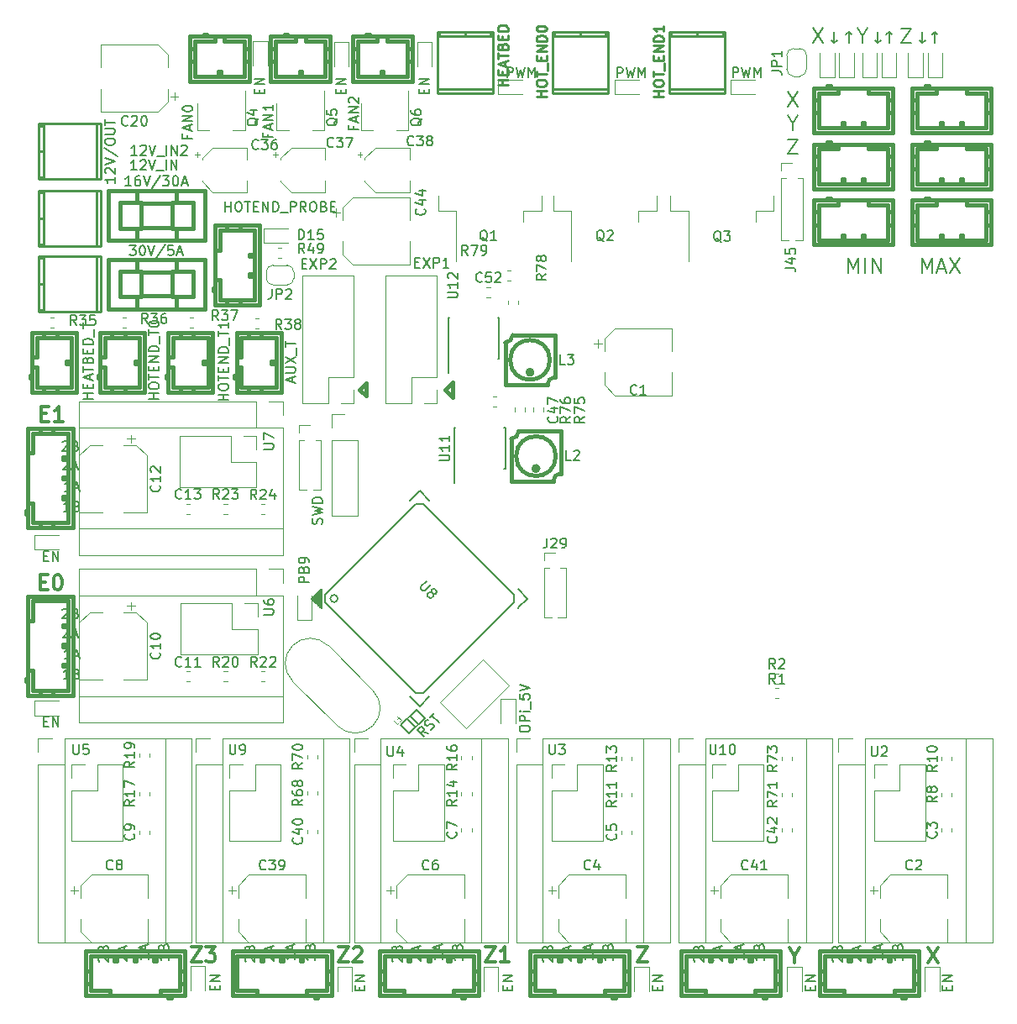
<source format=gbr>
G04 #@! TF.GenerationSoftware,KiCad,Pcbnew,5.1.2-f72e74a~84~ubuntu18.04.1*
G04 #@! TF.CreationDate,2019-05-06T18:12:28+08:00*
G04 #@! TF.ProjectId,printer-board,7072696e-7465-4722-9d62-6f6172642e6b,rev?*
G04 #@! TF.SameCoordinates,Original*
G04 #@! TF.FileFunction,Legend,Top*
G04 #@! TF.FilePolarity,Positive*
%FSLAX46Y46*%
G04 Gerber Fmt 4.6, Leading zero omitted, Abs format (unit mm)*
G04 Created by KiCad (PCBNEW 5.1.2-f72e74a~84~ubuntu18.04.1) date 2019-05-06 18:12:28*
%MOMM*%
%LPD*%
G04 APERTURE LIST*
%ADD10C,0.150000*%
%ADD11C,0.381000*%
%ADD12C,0.120000*%
%ADD13C,0.127000*%
%ADD14C,0.149860*%
%ADD15C,0.254000*%
%ADD16C,0.304800*%
%ADD17C,0.200000*%
%ADD18C,0.100000*%
%ADD19C,0.250000*%
G04 APERTURE END LIST*
D10*
X83378571Y-26028571D02*
X83378571Y-24528571D01*
X83878571Y-25600000D01*
X84378571Y-24528571D01*
X84378571Y-26028571D01*
X85092857Y-26028571D02*
X85092857Y-24528571D01*
X85807142Y-26028571D02*
X85807142Y-24528571D01*
X86664285Y-26028571D01*
X86664285Y-24528571D01*
X90807142Y-26028571D02*
X90807142Y-24528571D01*
X91307142Y-25600000D01*
X91807142Y-24528571D01*
X91807142Y-26028571D01*
X92450000Y-25600000D02*
X93164285Y-25600000D01*
X92307142Y-26028571D02*
X92807142Y-24528571D01*
X93307142Y-26028571D01*
X93664285Y-24528571D02*
X94664285Y-26028571D01*
X94664285Y-24528571D02*
X93664285Y-26028571D01*
X77325000Y-7753571D02*
X78325000Y-9253571D01*
X78325000Y-7753571D02*
X77325000Y-9253571D01*
X77825000Y-10939285D02*
X77825000Y-11653571D01*
X77325000Y-10153571D02*
X77825000Y-10939285D01*
X78325000Y-10153571D01*
X77325000Y-12553571D02*
X78325000Y-12553571D01*
X77325000Y-14053571D01*
X78325000Y-14053571D01*
D11*
X89101720Y-99084920D02*
X89101720Y-98884260D01*
X88802000Y-99084920D02*
X89101720Y-99084920D01*
X88802000Y-98884260D02*
X88802000Y-99084920D01*
X80498740Y-98884260D02*
X80498740Y-94385920D01*
X90501260Y-98884260D02*
X90501260Y-94385920D01*
X82998100Y-98383880D02*
X82998100Y-98884260D01*
X80999120Y-98383880D02*
X82998100Y-98383880D01*
X80999120Y-94883760D02*
X80999120Y-98383880D01*
X90000880Y-98383880D02*
X90000880Y-94883760D01*
X88001900Y-98383880D02*
X90000880Y-98383880D01*
X88001900Y-98884260D02*
X88001900Y-98383880D01*
X90000880Y-97685380D02*
X90501260Y-97685380D01*
X90000880Y-96384900D02*
X90501260Y-96384900D01*
X80999120Y-96384900D02*
X80498740Y-96384900D01*
X80498740Y-97685380D02*
X80999120Y-97685380D01*
X83401960Y-95384140D02*
X83401960Y-94883760D01*
X83600080Y-95384140D02*
X83401960Y-95384140D01*
X83600080Y-94883760D02*
X83600080Y-95384140D01*
X87600580Y-94883760D02*
X87600580Y-95384140D01*
X87600580Y-95384140D02*
X87402460Y-95384140D01*
X87402460Y-95384140D02*
X87402460Y-94883760D01*
X90501260Y-98884260D02*
X80498740Y-98884260D01*
X80999120Y-94883760D02*
X90000880Y-94883760D01*
X90501260Y-94385920D02*
X80498740Y-94385920D01*
X85599060Y-94883760D02*
X85599060Y-95384140D01*
X85599060Y-95384140D02*
X85400940Y-95384140D01*
X85400940Y-95384140D02*
X85400940Y-94883760D01*
X75121720Y-99084920D02*
X75121720Y-98884260D01*
X74822000Y-99084920D02*
X75121720Y-99084920D01*
X74822000Y-98884260D02*
X74822000Y-99084920D01*
X66518740Y-98884260D02*
X66518740Y-94385920D01*
X76521260Y-98884260D02*
X76521260Y-94385920D01*
X69018100Y-98383880D02*
X69018100Y-98884260D01*
X67019120Y-98383880D02*
X69018100Y-98383880D01*
X67019120Y-94883760D02*
X67019120Y-98383880D01*
X76020880Y-98383880D02*
X76020880Y-94883760D01*
X74021900Y-98383880D02*
X76020880Y-98383880D01*
X74021900Y-98884260D02*
X74021900Y-98383880D01*
X76020880Y-97685380D02*
X76521260Y-97685380D01*
X76020880Y-96384900D02*
X76521260Y-96384900D01*
X67019120Y-96384900D02*
X66518740Y-96384900D01*
X66518740Y-97685380D02*
X67019120Y-97685380D01*
X69421960Y-95384140D02*
X69421960Y-94883760D01*
X69620080Y-95384140D02*
X69421960Y-95384140D01*
X69620080Y-94883760D02*
X69620080Y-95384140D01*
X73620580Y-94883760D02*
X73620580Y-95384140D01*
X73620580Y-95384140D02*
X73422460Y-95384140D01*
X73422460Y-95384140D02*
X73422460Y-94883760D01*
X76521260Y-98884260D02*
X66518740Y-98884260D01*
X67019120Y-94883760D02*
X76020880Y-94883760D01*
X76521260Y-94385920D02*
X66518740Y-94385920D01*
X71619060Y-94883760D02*
X71619060Y-95384140D01*
X71619060Y-95384140D02*
X71420940Y-95384140D01*
X71420940Y-95384140D02*
X71420940Y-94883760D01*
X59891720Y-99084920D02*
X59891720Y-98884260D01*
X59592000Y-99084920D02*
X59891720Y-99084920D01*
X59592000Y-98884260D02*
X59592000Y-99084920D01*
X51288740Y-98884260D02*
X51288740Y-94385920D01*
X61291260Y-98884260D02*
X61291260Y-94385920D01*
X53788100Y-98383880D02*
X53788100Y-98884260D01*
X51789120Y-98383880D02*
X53788100Y-98383880D01*
X51789120Y-94883760D02*
X51789120Y-98383880D01*
X60790880Y-98383880D02*
X60790880Y-94883760D01*
X58791900Y-98383880D02*
X60790880Y-98383880D01*
X58791900Y-98884260D02*
X58791900Y-98383880D01*
X60790880Y-97685380D02*
X61291260Y-97685380D01*
X60790880Y-96384900D02*
X61291260Y-96384900D01*
X51789120Y-96384900D02*
X51288740Y-96384900D01*
X51288740Y-97685380D02*
X51789120Y-97685380D01*
X54191960Y-95384140D02*
X54191960Y-94883760D01*
X54390080Y-95384140D02*
X54191960Y-95384140D01*
X54390080Y-94883760D02*
X54390080Y-95384140D01*
X58390580Y-94883760D02*
X58390580Y-95384140D01*
X58390580Y-95384140D02*
X58192460Y-95384140D01*
X58192460Y-95384140D02*
X58192460Y-94883760D01*
X61291260Y-98884260D02*
X51288740Y-98884260D01*
X51789120Y-94883760D02*
X60790880Y-94883760D01*
X61291260Y-94385920D02*
X51288740Y-94385920D01*
X56389060Y-94883760D02*
X56389060Y-95384140D01*
X56389060Y-95384140D02*
X56190940Y-95384140D01*
X56190940Y-95384140D02*
X56190940Y-94883760D01*
X44711720Y-99084920D02*
X44711720Y-98884260D01*
X44412000Y-99084920D02*
X44711720Y-99084920D01*
X44412000Y-98884260D02*
X44412000Y-99084920D01*
X36108740Y-98884260D02*
X36108740Y-94385920D01*
X46111260Y-98884260D02*
X46111260Y-94385920D01*
X38608100Y-98383880D02*
X38608100Y-98884260D01*
X36609120Y-98383880D02*
X38608100Y-98383880D01*
X36609120Y-94883760D02*
X36609120Y-98383880D01*
X45610880Y-98383880D02*
X45610880Y-94883760D01*
X43611900Y-98383880D02*
X45610880Y-98383880D01*
X43611900Y-98884260D02*
X43611900Y-98383880D01*
X45610880Y-97685380D02*
X46111260Y-97685380D01*
X45610880Y-96384900D02*
X46111260Y-96384900D01*
X36609120Y-96384900D02*
X36108740Y-96384900D01*
X36108740Y-97685380D02*
X36609120Y-97685380D01*
X39011960Y-95384140D02*
X39011960Y-94883760D01*
X39210080Y-95384140D02*
X39011960Y-95384140D01*
X39210080Y-94883760D02*
X39210080Y-95384140D01*
X43210580Y-94883760D02*
X43210580Y-95384140D01*
X43210580Y-95384140D02*
X43012460Y-95384140D01*
X43012460Y-95384140D02*
X43012460Y-94883760D01*
X46111260Y-98884260D02*
X36108740Y-98884260D01*
X36609120Y-94883760D02*
X45610880Y-94883760D01*
X46111260Y-94385920D02*
X36108740Y-94385920D01*
X41209060Y-94883760D02*
X41209060Y-95384140D01*
X41209060Y-95384140D02*
X41010940Y-95384140D01*
X41010940Y-95384140D02*
X41010940Y-94883760D01*
X29881720Y-99084920D02*
X29881720Y-98884260D01*
X29582000Y-99084920D02*
X29881720Y-99084920D01*
X29582000Y-98884260D02*
X29582000Y-99084920D01*
X21278740Y-98884260D02*
X21278740Y-94385920D01*
X31281260Y-98884260D02*
X31281260Y-94385920D01*
X23778100Y-98383880D02*
X23778100Y-98884260D01*
X21779120Y-98383880D02*
X23778100Y-98383880D01*
X21779120Y-94883760D02*
X21779120Y-98383880D01*
X30780880Y-98383880D02*
X30780880Y-94883760D01*
X28781900Y-98383880D02*
X30780880Y-98383880D01*
X28781900Y-98884260D02*
X28781900Y-98383880D01*
X30780880Y-97685380D02*
X31281260Y-97685380D01*
X30780880Y-96384900D02*
X31281260Y-96384900D01*
X21779120Y-96384900D02*
X21278740Y-96384900D01*
X21278740Y-97685380D02*
X21779120Y-97685380D01*
X24181960Y-95384140D02*
X24181960Y-94883760D01*
X24380080Y-95384140D02*
X24181960Y-95384140D01*
X24380080Y-94883760D02*
X24380080Y-95384140D01*
X28380580Y-94883760D02*
X28380580Y-95384140D01*
X28380580Y-95384140D02*
X28182460Y-95384140D01*
X28182460Y-95384140D02*
X28182460Y-94883760D01*
X31281260Y-98884260D02*
X21278740Y-98884260D01*
X21779120Y-94883760D02*
X30780880Y-94883760D01*
X31281260Y-94385920D02*
X21278740Y-94385920D01*
X26379060Y-94883760D02*
X26379060Y-95384140D01*
X26379060Y-95384140D02*
X26180940Y-95384140D01*
X26180940Y-95384140D02*
X26180940Y-94883760D01*
X15101720Y-99084920D02*
X15101720Y-98884260D01*
X14802000Y-99084920D02*
X15101720Y-99084920D01*
X14802000Y-98884260D02*
X14802000Y-99084920D01*
X6498740Y-98884260D02*
X6498740Y-94385920D01*
X16501260Y-98884260D02*
X16501260Y-94385920D01*
X8998100Y-98383880D02*
X8998100Y-98884260D01*
X6999120Y-98383880D02*
X8998100Y-98383880D01*
X6999120Y-94883760D02*
X6999120Y-98383880D01*
X16000880Y-98383880D02*
X16000880Y-94883760D01*
X14001900Y-98383880D02*
X16000880Y-98383880D01*
X14001900Y-98884260D02*
X14001900Y-98383880D01*
X16000880Y-97685380D02*
X16501260Y-97685380D01*
X16000880Y-96384900D02*
X16501260Y-96384900D01*
X6999120Y-96384900D02*
X6498740Y-96384900D01*
X6498740Y-97685380D02*
X6999120Y-97685380D01*
X9401960Y-95384140D02*
X9401960Y-94883760D01*
X9600080Y-95384140D02*
X9401960Y-95384140D01*
X9600080Y-94883760D02*
X9600080Y-95384140D01*
X13600580Y-94883760D02*
X13600580Y-95384140D01*
X13600580Y-95384140D02*
X13402460Y-95384140D01*
X13402460Y-95384140D02*
X13402460Y-94883760D01*
X16501260Y-98884260D02*
X6498740Y-98884260D01*
X6999120Y-94883760D02*
X16000880Y-94883760D01*
X16501260Y-94385920D02*
X6498740Y-94385920D01*
X11599060Y-94883760D02*
X11599060Y-95384140D01*
X11599060Y-95384140D02*
X11400940Y-95384140D01*
X11400940Y-95384140D02*
X11400940Y-94883760D01*
X500080Y-67201720D02*
X700740Y-67201720D01*
X500080Y-66902000D02*
X500080Y-67201720D01*
X700740Y-66902000D02*
X500080Y-66902000D01*
X700740Y-58598740D02*
X5199080Y-58598740D01*
X700740Y-68601260D02*
X5199080Y-68601260D01*
X1201120Y-61098100D02*
X700740Y-61098100D01*
X1201120Y-59099120D02*
X1201120Y-61098100D01*
X4701240Y-59099120D02*
X1201120Y-59099120D01*
X1201120Y-68100880D02*
X4701240Y-68100880D01*
X1201120Y-66101900D02*
X1201120Y-68100880D01*
X700740Y-66101900D02*
X1201120Y-66101900D01*
X1899620Y-68100880D02*
X1899620Y-68601260D01*
X3200100Y-68100880D02*
X3200100Y-68601260D01*
X3200100Y-59099120D02*
X3200100Y-58598740D01*
X1899620Y-58598740D02*
X1899620Y-59099120D01*
X4200860Y-61501960D02*
X4701240Y-61501960D01*
X4200860Y-61700080D02*
X4200860Y-61501960D01*
X4701240Y-61700080D02*
X4200860Y-61700080D01*
X4701240Y-65700580D02*
X4200860Y-65700580D01*
X4200860Y-65700580D02*
X4200860Y-65502460D01*
X4200860Y-65502460D02*
X4701240Y-65502460D01*
X700740Y-68601260D02*
X700740Y-58598740D01*
X4701240Y-59099120D02*
X4701240Y-68100880D01*
X5199080Y-68601260D02*
X5199080Y-58598740D01*
X4701240Y-63699060D02*
X4200860Y-63699060D01*
X4200860Y-63699060D02*
X4200860Y-63500940D01*
X4200860Y-63500940D02*
X4701240Y-63500940D01*
X500080Y-50301720D02*
X700740Y-50301720D01*
X500080Y-50002000D02*
X500080Y-50301720D01*
X700740Y-50002000D02*
X500080Y-50002000D01*
X700740Y-41698740D02*
X5199080Y-41698740D01*
X700740Y-51701260D02*
X5199080Y-51701260D01*
X1201120Y-44198100D02*
X700740Y-44198100D01*
X1201120Y-42199120D02*
X1201120Y-44198100D01*
X4701240Y-42199120D02*
X1201120Y-42199120D01*
X1201120Y-51200880D02*
X4701240Y-51200880D01*
X1201120Y-49201900D02*
X1201120Y-51200880D01*
X700740Y-49201900D02*
X1201120Y-49201900D01*
X1899620Y-51200880D02*
X1899620Y-51701260D01*
X3200100Y-51200880D02*
X3200100Y-51701260D01*
X3200100Y-42199120D02*
X3200100Y-41698740D01*
X1899620Y-41698740D02*
X1899620Y-42199120D01*
X4200860Y-44601960D02*
X4701240Y-44601960D01*
X4200860Y-44800080D02*
X4200860Y-44601960D01*
X4701240Y-44800080D02*
X4200860Y-44800080D01*
X4701240Y-48800580D02*
X4200860Y-48800580D01*
X4200860Y-48800580D02*
X4200860Y-48602460D01*
X4200860Y-48602460D02*
X4701240Y-48602460D01*
X700740Y-51701260D02*
X700740Y-41698740D01*
X4701240Y-42199120D02*
X4701240Y-51200880D01*
X5199080Y-51701260D02*
X5199080Y-41698740D01*
X4701240Y-46799060D02*
X4200860Y-46799060D01*
X4200860Y-46799060D02*
X4200860Y-46600940D01*
X4200860Y-46600940D02*
X4701240Y-46600940D01*
D12*
X31270000Y-40270000D02*
X32600000Y-40270000D01*
X31270000Y-41600000D02*
X31270000Y-40270000D01*
X31270000Y-42870000D02*
X33930000Y-42870000D01*
X33930000Y-42870000D02*
X33930000Y-50550000D01*
X31270000Y-42870000D02*
X31270000Y-50550000D01*
X31270000Y-50550000D02*
X33930000Y-50550000D01*
X22550000Y-11680000D02*
X21350000Y-11680000D01*
X22550000Y-7680000D02*
X22550000Y-11680000D01*
X17750000Y-11680000D02*
X17750000Y-8980000D01*
X18950000Y-11680000D02*
X17750000Y-11680000D01*
X30550000Y-11680000D02*
X29350000Y-11680000D01*
X30550000Y-7680000D02*
X30550000Y-11680000D01*
X25750000Y-11680000D02*
X25750000Y-8980000D01*
X26950000Y-11680000D02*
X25750000Y-11680000D01*
X39050000Y-11680000D02*
X37850000Y-11680000D01*
X39050000Y-7680000D02*
X39050000Y-11680000D01*
X34250000Y-11680000D02*
X34250000Y-8980000D01*
X35450000Y-11680000D02*
X34250000Y-11680000D01*
D10*
X43645000Y-45794999D02*
X43695000Y-45794999D01*
X43645000Y-41644999D02*
X43790000Y-41644999D01*
X48795000Y-41644999D02*
X48650000Y-41644999D01*
X48795000Y-45794999D02*
X48650000Y-45794999D01*
X43645000Y-45794999D02*
X43645000Y-41644999D01*
X48795000Y-45794999D02*
X48795000Y-41644999D01*
X43695000Y-45794999D02*
X43695000Y-47194999D01*
X43045000Y-34695000D02*
X43095000Y-34695000D01*
X43045000Y-30545000D02*
X43190000Y-30545000D01*
X48195000Y-30545000D02*
X48050000Y-30545000D01*
X48195000Y-34695000D02*
X48050000Y-34695000D01*
X43045000Y-34695000D02*
X43045000Y-30545000D01*
X48195000Y-34695000D02*
X48195000Y-30545000D01*
X43095000Y-34695000D02*
X43095000Y-36095000D01*
D12*
X74040000Y-19750000D02*
X74040000Y-20850000D01*
X75850000Y-19750000D02*
X74040000Y-19750000D01*
X75850000Y-18250000D02*
X75850000Y-19750000D01*
X67260000Y-19750000D02*
X67260000Y-24875000D01*
X65450000Y-19750000D02*
X67260000Y-19750000D01*
X65450000Y-18250000D02*
X65450000Y-19750000D01*
X62240000Y-19750000D02*
X62240000Y-20850000D01*
X64050000Y-19750000D02*
X62240000Y-19750000D01*
X64050000Y-18250000D02*
X64050000Y-19750000D01*
X55460000Y-19750000D02*
X55460000Y-24875000D01*
X53650000Y-19750000D02*
X55460000Y-19750000D01*
X53650000Y-18250000D02*
X53650000Y-19750000D01*
X42050000Y-18250000D02*
X42050000Y-19750000D01*
X42050000Y-19750000D02*
X43860000Y-19750000D01*
X43860000Y-19750000D02*
X43860000Y-24875000D01*
X52450000Y-18250000D02*
X52450000Y-19750000D01*
X52450000Y-19750000D02*
X50640000Y-19750000D01*
X50640000Y-19750000D02*
X50640000Y-20850000D01*
X41930000Y-39130000D02*
X40600000Y-39130000D01*
X41930000Y-37800000D02*
X41930000Y-39130000D01*
X39330000Y-39130000D02*
X36730000Y-39130000D01*
X39330000Y-36530000D02*
X39330000Y-39130000D01*
X41930000Y-36530000D02*
X39330000Y-36530000D01*
X36730000Y-39130000D02*
X36730000Y-26310000D01*
X41930000Y-36530000D02*
X41930000Y-26310000D01*
X41930000Y-26310000D02*
X36730000Y-26310000D01*
D11*
X42759000Y-37800000D02*
X43521000Y-38562000D01*
X43521000Y-38562000D02*
X43521000Y-37165000D01*
X42759000Y-37800000D02*
X43394000Y-37165000D01*
X43394000Y-37165000D02*
X43521000Y-37038000D01*
X43521000Y-37038000D02*
X43521000Y-38054000D01*
D12*
X33530000Y-26310000D02*
X28330000Y-26310000D01*
X33530000Y-36530000D02*
X33530000Y-26310000D01*
X28330000Y-39130000D02*
X28330000Y-26310000D01*
X33530000Y-36530000D02*
X30930000Y-36530000D01*
X30930000Y-36530000D02*
X30930000Y-39130000D01*
X30930000Y-39130000D02*
X28330000Y-39130000D01*
X33530000Y-37800000D02*
X33530000Y-39130000D01*
X33530000Y-39130000D02*
X32200000Y-39130000D01*
D11*
X34105000Y-37800000D02*
X34740000Y-38435000D01*
X34740000Y-38435000D02*
X34740000Y-37165000D01*
X34740000Y-37165000D02*
X34105000Y-37800000D01*
D12*
X69670000Y-75570000D02*
X71000000Y-75570000D01*
X69670000Y-76900000D02*
X69670000Y-75570000D01*
X72270000Y-75570000D02*
X74870000Y-75570000D01*
X72270000Y-78170000D02*
X72270000Y-75570000D01*
X69670000Y-78170000D02*
X72270000Y-78170000D01*
X74870000Y-75570000D02*
X74870000Y-83310000D01*
X69670000Y-78170000D02*
X69670000Y-83310000D01*
X69670000Y-83310000D02*
X74870000Y-83310000D01*
X79180000Y-4100000D02*
X79180000Y-5500000D01*
X78480000Y-6200000D02*
X77880000Y-6200000D01*
X77180000Y-5500000D02*
X77180000Y-4100000D01*
X77880000Y-3400000D02*
X78480000Y-3400000D01*
X78480000Y-3400000D02*
G75*
G02X79180000Y-4100000I0J-700000D01*
G01*
X77180000Y-4100000D02*
G75*
G02X77880000Y-3400000I700000J0D01*
G01*
X77880000Y-6200000D02*
G75*
G02X77180000Y-5500000I0J700000D01*
G01*
X79180000Y-5500000D02*
G75*
G02X78480000Y-6200000I-700000J0D01*
G01*
X26800000Y-27250000D02*
X25400000Y-27250000D01*
X24700000Y-26550000D02*
X24700000Y-25950000D01*
X25400000Y-25250000D02*
X26800000Y-25250000D01*
X27500000Y-25950000D02*
X27500000Y-26550000D01*
X27500000Y-26550000D02*
G75*
G02X26800000Y-27250000I-700000J0D01*
G01*
X26800000Y-25250000D02*
G75*
G02X27500000Y-25950000I0J-700000D01*
G01*
X24700000Y-25950000D02*
G75*
G02X25400000Y-25250000I700000J0D01*
G01*
X25400000Y-27250000D02*
G75*
G02X24700000Y-26550000I0J700000D01*
G01*
X25928733Y-24510000D02*
X26271267Y-24510000D01*
X25928733Y-23490000D02*
X26271267Y-23490000D01*
D11*
X19350080Y-27850960D02*
X19550740Y-27850960D01*
X19350080Y-27551240D02*
X19350080Y-27850960D01*
X19550740Y-27551240D02*
X19350080Y-27551240D01*
X19550740Y-21249500D02*
X24049080Y-21249500D01*
X19550740Y-29250500D02*
X24049080Y-29250500D01*
X20051120Y-23748860D02*
X19550740Y-23748860D01*
X20051120Y-21749880D02*
X20051120Y-23748860D01*
X23551240Y-21749880D02*
X20051120Y-21749880D01*
X20051120Y-28750120D02*
X23551240Y-28750120D01*
X20051120Y-26751140D02*
X20051120Y-28750120D01*
X19550740Y-26751140D02*
X20051120Y-26751140D01*
X20749620Y-28750120D02*
X20749620Y-29250500D01*
X22050100Y-28750120D02*
X22050100Y-29250500D01*
X22050100Y-21749880D02*
X22050100Y-21249500D01*
X20749620Y-21249500D02*
X20749620Y-21749880D01*
X23050860Y-24152720D02*
X23551240Y-24152720D01*
X23050860Y-24350840D02*
X23050860Y-24152720D01*
X23551240Y-24350840D02*
X23050860Y-24350840D01*
X23551240Y-26349820D02*
X23050860Y-26349820D01*
X23050860Y-26349820D02*
X23050860Y-26151700D01*
X23050860Y-26151700D02*
X23551240Y-26151700D01*
X24049080Y-29250500D02*
X24049080Y-21249500D01*
X23551240Y-21749880D02*
X23551240Y-28750120D01*
X19550740Y-29250500D02*
X19550740Y-21249500D01*
D12*
X24440000Y-22985000D02*
X26900000Y-22985000D01*
X24440000Y-21515000D02*
X24440000Y-22985000D01*
X26900000Y-21515000D02*
X24440000Y-21515000D01*
X58156250Y-32758750D02*
X58156250Y-33546250D01*
X57762500Y-33152500D02*
X58550000Y-33152500D01*
X58790000Y-37345563D02*
X59854437Y-38410000D01*
X58790000Y-32654437D02*
X59854437Y-31590000D01*
X58790000Y-32654437D02*
X58790000Y-33940000D01*
X58790000Y-37345563D02*
X58790000Y-36060000D01*
X59854437Y-38410000D02*
X65610000Y-38410000D01*
X59854437Y-31590000D02*
X65610000Y-31590000D01*
X65610000Y-31590000D02*
X65610000Y-33940000D01*
X65610000Y-38410000D02*
X65610000Y-36060000D01*
X52610000Y-39971267D02*
X52610000Y-39628733D01*
X51590000Y-39971267D02*
X51590000Y-39628733D01*
X49790000Y-39628733D02*
X49790000Y-39971267D01*
X50810000Y-39628733D02*
X50810000Y-39971267D01*
D11*
X52148920Y-45749680D02*
G75*
G03X52148920Y-45749680I-248920J0D01*
G01*
X53650060Y-46999360D02*
X49400640Y-46999360D01*
X49400640Y-46999360D02*
X49400640Y-42749940D01*
X50149940Y-42000640D02*
X54399360Y-42000640D01*
X54399360Y-42000640D02*
X54399360Y-46250060D01*
X49400640Y-42749940D02*
G75*
G03X50149940Y-42000640I0J749300D01*
G01*
X54399360Y-46250060D02*
G75*
G03X53650060Y-46999360I0J-749300D01*
G01*
X53898980Y-44500000D02*
G75*
G03X53898980Y-44500000I-1998980J0D01*
G01*
D12*
X47528733Y-39509999D02*
X47871267Y-39509999D01*
X47528733Y-38489999D02*
X47871267Y-38489999D01*
X49371267Y-25790000D02*
X49028733Y-25790000D01*
X49371267Y-26810000D02*
X49028733Y-26810000D01*
X49090000Y-28828733D02*
X49090000Y-29171267D01*
X50110000Y-28828733D02*
X50110000Y-29171267D01*
D11*
X51548920Y-36049680D02*
G75*
G03X51548920Y-36049680I-248920J0D01*
G01*
X53050060Y-37299360D02*
X48800640Y-37299360D01*
X48800640Y-37299360D02*
X48800640Y-33049940D01*
X49549940Y-32300640D02*
X53799360Y-32300640D01*
X53799360Y-32300640D02*
X53799360Y-36550060D01*
X48800640Y-33049940D02*
G75*
G03X49549940Y-32300640I0J749300D01*
G01*
X53799360Y-36550060D02*
G75*
G03X53050060Y-37299360I0J-749300D01*
G01*
X53298980Y-34800000D02*
G75*
G03X53298980Y-34800000I-1998980J0D01*
G01*
D12*
X46928733Y-28460000D02*
X47271267Y-28460000D01*
X46928733Y-27440000D02*
X47271267Y-27440000D01*
X76590000Y-14940000D02*
X77700000Y-14940000D01*
X76590000Y-15700000D02*
X76590000Y-14940000D01*
X78263471Y-16460000D02*
X78810000Y-16460000D01*
X76590000Y-16460000D02*
X77136529Y-16460000D01*
X78810000Y-16460000D02*
X78810000Y-22745000D01*
X76590000Y-16460000D02*
X76590000Y-22745000D01*
X78007530Y-22745000D02*
X78810000Y-22745000D01*
X76590000Y-22745000D02*
X77392470Y-22745000D01*
X26385000Y-51815000D02*
X5805000Y-51815000D01*
X23715000Y-41655000D02*
X5805000Y-41655000D01*
X26385000Y-40385000D02*
X26385000Y-38985000D01*
X26385000Y-38985000D02*
X24985000Y-38985000D01*
X26385000Y-41655000D02*
X23715000Y-41655000D01*
X23715000Y-41655000D02*
X23715000Y-38985000D01*
X23715000Y-38985000D02*
X5805000Y-38985000D01*
X5805000Y-38985000D02*
X5805000Y-54485000D01*
X5805000Y-54485000D02*
X26385000Y-54485000D01*
X26385000Y-54485000D02*
X26385000Y-41655000D01*
X93810000Y-78771267D02*
X93810000Y-78428733D01*
X92790000Y-78771267D02*
X92790000Y-78428733D01*
X39160000Y-17910000D02*
X39160000Y-16710000D01*
X39160000Y-13390000D02*
X39160000Y-14590000D01*
X35704437Y-13390000D02*
X39160000Y-13390000D01*
X35704437Y-17910000D02*
X39160000Y-17910000D01*
X34640000Y-16845563D02*
X34640000Y-16710000D01*
X34640000Y-14454437D02*
X34640000Y-14590000D01*
X34640000Y-14454437D02*
X35704437Y-13390000D01*
X34640000Y-16845563D02*
X35704437Y-17910000D01*
X33900000Y-14090000D02*
X34400000Y-14090000D01*
X34150000Y-13840000D02*
X34150000Y-14340000D01*
X17750000Y-13840000D02*
X17750000Y-14340000D01*
X17500000Y-14090000D02*
X18000000Y-14090000D01*
X18240000Y-16845563D02*
X19304437Y-17910000D01*
X18240000Y-14454437D02*
X19304437Y-13390000D01*
X18240000Y-14454437D02*
X18240000Y-14590000D01*
X18240000Y-16845563D02*
X18240000Y-16710000D01*
X19304437Y-17910000D02*
X22760000Y-17910000D01*
X19304437Y-13390000D02*
X22760000Y-13390000D01*
X22760000Y-13390000D02*
X22760000Y-14590000D01*
X22760000Y-17910000D02*
X22760000Y-16710000D01*
X30660000Y-17910000D02*
X30660000Y-16710000D01*
X30660000Y-13390000D02*
X30660000Y-14590000D01*
X27204437Y-13390000D02*
X30660000Y-13390000D01*
X27204437Y-17910000D02*
X30660000Y-17910000D01*
X26140000Y-16845563D02*
X26140000Y-16710000D01*
X26140000Y-14454437D02*
X26140000Y-14590000D01*
X26140000Y-14454437D02*
X27204437Y-13390000D01*
X26140000Y-16845563D02*
X27204437Y-17910000D01*
X25400000Y-14090000D02*
X25900000Y-14090000D01*
X25650000Y-13840000D02*
X25650000Y-14340000D01*
X76028733Y-68910000D02*
X76371267Y-68910000D01*
X76028733Y-67890000D02*
X76371267Y-67890000D01*
X76028733Y-66390000D02*
X76371267Y-66390000D01*
X76028733Y-67410000D02*
X76371267Y-67410000D01*
X52690000Y-60775000D02*
X53492470Y-60775000D01*
X54107530Y-60775000D02*
X54910000Y-60775000D01*
X52690000Y-55760000D02*
X52690000Y-60775000D01*
X54910000Y-55760000D02*
X54910000Y-60775000D01*
X52690000Y-55760000D02*
X53236529Y-55760000D01*
X54363471Y-55760000D02*
X54910000Y-55760000D01*
X52690000Y-55000000D02*
X52690000Y-54240000D01*
X52690000Y-54240000D02*
X53800000Y-54240000D01*
X39210000Y-25210000D02*
X39210000Y-22860000D01*
X39210000Y-18390000D02*
X39210000Y-20740000D01*
X33454437Y-18390000D02*
X39210000Y-18390000D01*
X33454437Y-25210000D02*
X39210000Y-25210000D01*
X32390000Y-24145563D02*
X32390000Y-22860000D01*
X32390000Y-19454437D02*
X32390000Y-20740000D01*
X32390000Y-19454437D02*
X33454437Y-18390000D01*
X32390000Y-24145563D02*
X33454437Y-25210000D01*
X31362500Y-19952500D02*
X32150000Y-19952500D01*
X31756250Y-19558750D02*
X31756250Y-20346250D01*
X27990000Y-41340000D02*
X29100000Y-41340000D01*
X27990000Y-42100000D02*
X27990000Y-41340000D01*
X29663471Y-42860000D02*
X30210000Y-42860000D01*
X27990000Y-42860000D02*
X28536529Y-42860000D01*
X30210000Y-42860000D02*
X30210000Y-47875000D01*
X27990000Y-42860000D02*
X27990000Y-47875000D01*
X29407530Y-47875000D02*
X30210000Y-47875000D01*
X27990000Y-47875000D02*
X28792470Y-47875000D01*
D10*
X29418077Y-58710479D02*
X29418077Y-58993321D01*
X29559498Y-59134743D02*
X29559498Y-58569057D01*
X29700920Y-58427636D02*
X29700920Y-59276164D01*
X29842341Y-59417585D02*
X29842341Y-58286215D01*
X29983762Y-58144793D02*
X29983762Y-59559007D01*
X30125184Y-59700428D02*
X30125184Y-58003372D01*
X30266605Y-59841849D02*
X29276656Y-58851900D01*
X29276656Y-58851900D02*
X30266605Y-57861951D01*
X30266605Y-57861951D02*
X30266605Y-59841849D01*
X41156049Y-68751395D02*
X40166100Y-69741344D01*
X40166100Y-69741344D02*
X39176151Y-68751395D01*
X50065595Y-57861951D02*
X51055544Y-58851900D01*
X51055544Y-58851900D02*
X50136306Y-59771139D01*
X50136306Y-59771139D02*
X50065595Y-59841849D01*
X39176151Y-48952405D02*
X40166100Y-47962456D01*
X40166100Y-47962456D02*
X41156049Y-48952405D01*
X30620158Y-59205453D02*
X30620158Y-58498347D01*
X30620158Y-58498347D02*
X39812547Y-49305958D01*
X39812547Y-49305958D02*
X40519653Y-49305958D01*
X40519653Y-49305958D02*
X49712042Y-58498347D01*
X49712042Y-58498347D02*
X49712042Y-59205453D01*
X49712042Y-59205453D02*
X40519653Y-68397842D01*
X40519653Y-68397842D02*
X39812547Y-68397842D01*
X39812547Y-68397842D02*
X30620158Y-59205453D01*
D13*
X31911418Y-58851900D02*
G75*
G03X31911418Y-58851900I-372021J0D01*
G01*
D14*
X39837922Y-70042442D02*
X40685658Y-70890178D01*
X38282542Y-71597822D02*
X39837922Y-70042442D01*
X39130278Y-72445558D02*
X38282542Y-71597822D01*
X40685658Y-70890178D02*
X39130278Y-72445558D01*
X40049856Y-71525980D02*
X39202120Y-70678244D01*
X38918344Y-70962020D02*
X39766080Y-71809756D01*
D12*
X27836615Y-58550000D02*
X27836615Y-61010000D01*
X27836615Y-61010000D02*
X29306615Y-61010000D01*
X29306615Y-61010000D02*
X29306615Y-58550000D01*
X30930743Y-63587554D02*
X35456227Y-68113038D01*
X27359854Y-67158443D02*
X31885338Y-71683927D01*
X27359855Y-67158444D02*
G75*
G02X30930743Y-63587554I1785444J1785445D01*
G01*
X31885337Y-71683926D02*
G75*
G03X35456227Y-68113038I1785445J1785444D01*
G01*
X49158794Y-67606401D02*
X44831301Y-71933894D01*
X44831301Y-71933894D02*
X42215006Y-69317599D01*
X42215006Y-69317599D02*
X46542499Y-64990106D01*
X46542499Y-64990106D02*
X49158794Y-67606401D01*
X48352867Y-68934975D02*
X48352867Y-71394975D01*
X49822867Y-68934975D02*
X48352867Y-68934975D01*
X49822867Y-71394975D02*
X49822867Y-68934975D01*
X93410000Y-93505000D02*
X93410000Y-91155000D01*
X93410000Y-86685000D02*
X93410000Y-89035000D01*
X87654437Y-86685000D02*
X93410000Y-86685000D01*
X87654437Y-93505000D02*
X93410000Y-93505000D01*
X86590000Y-92440563D02*
X86590000Y-91155000D01*
X86590000Y-87749437D02*
X86590000Y-89035000D01*
X86590000Y-87749437D02*
X87654437Y-86685000D01*
X86590000Y-92440563D02*
X87654437Y-93505000D01*
X85562500Y-88247500D02*
X86350000Y-88247500D01*
X85956250Y-87853750D02*
X85956250Y-88641250D01*
X93810000Y-82371267D02*
X93810000Y-82028733D01*
X92790000Y-82371267D02*
X92790000Y-82028733D01*
X85970000Y-75570000D02*
X87300000Y-75570000D01*
X85970000Y-76900000D02*
X85970000Y-75570000D01*
X88570000Y-75570000D02*
X91170000Y-75570000D01*
X88570000Y-78170000D02*
X88570000Y-75570000D01*
X85970000Y-78170000D02*
X88570000Y-78170000D01*
X91170000Y-75570000D02*
X91170000Y-83310000D01*
X85970000Y-78170000D02*
X85970000Y-83310000D01*
X85970000Y-83310000D02*
X91170000Y-83310000D01*
X91100000Y-95940000D02*
X91100000Y-98400000D01*
X92570000Y-95940000D02*
X91100000Y-95940000D01*
X92570000Y-98400000D02*
X92570000Y-95940000D01*
X92790000Y-75171267D02*
X92790000Y-74828733D01*
X93810000Y-75171267D02*
X93810000Y-74828733D01*
X95235000Y-72945000D02*
X95235000Y-93525000D01*
X85075000Y-75615000D02*
X85075000Y-93525000D01*
X83805000Y-72945000D02*
X82405000Y-72945000D01*
X82405000Y-72945000D02*
X82405000Y-74345000D01*
X85075000Y-72945000D02*
X85075000Y-75615000D01*
X85075000Y-75615000D02*
X82405000Y-75615000D01*
X82405000Y-75615000D02*
X82405000Y-93525000D01*
X82405000Y-93525000D02*
X97905000Y-93525000D01*
X97905000Y-93525000D02*
X97905000Y-72945000D01*
X97905000Y-72945000D02*
X85075000Y-72945000D01*
X77310000Y-93505000D02*
X77310000Y-91155000D01*
X77310000Y-86685000D02*
X77310000Y-89035000D01*
X71554437Y-86685000D02*
X77310000Y-86685000D01*
X71554437Y-93505000D02*
X77310000Y-93505000D01*
X70490000Y-92440563D02*
X70490000Y-91155000D01*
X70490000Y-87749437D02*
X70490000Y-89035000D01*
X70490000Y-87749437D02*
X71554437Y-86685000D01*
X70490000Y-92440563D02*
X71554437Y-93505000D01*
X69462500Y-88247500D02*
X70250000Y-88247500D01*
X69856250Y-87853750D02*
X69856250Y-88641250D01*
X77710000Y-82371267D02*
X77710000Y-82028733D01*
X76690000Y-82371267D02*
X76690000Y-82028733D01*
X77225000Y-95940000D02*
X77225000Y-98400000D01*
X78695000Y-95940000D02*
X77225000Y-95940000D01*
X78695000Y-98400000D02*
X78695000Y-95940000D01*
X76690000Y-78771267D02*
X76690000Y-78428733D01*
X77710000Y-78771267D02*
X77710000Y-78428733D01*
X77710000Y-75171267D02*
X77710000Y-74828733D01*
X76690000Y-75171267D02*
X76690000Y-74828733D01*
X81779000Y-72945000D02*
X68949000Y-72945000D01*
X81779000Y-93525000D02*
X81779000Y-72945000D01*
X66279000Y-93525000D02*
X81779000Y-93525000D01*
X66279000Y-75615000D02*
X66279000Y-93525000D01*
X68949000Y-75615000D02*
X66279000Y-75615000D01*
X68949000Y-72945000D02*
X68949000Y-75615000D01*
X66279000Y-72945000D02*
X66279000Y-74345000D01*
X67679000Y-72945000D02*
X66279000Y-72945000D01*
X68949000Y-75615000D02*
X68949000Y-93525000D01*
X79109000Y-72945000D02*
X79109000Y-93525000D01*
X60960000Y-93505000D02*
X60960000Y-91155000D01*
X60960000Y-86685000D02*
X60960000Y-89035000D01*
X55204437Y-86685000D02*
X60960000Y-86685000D01*
X55204437Y-93505000D02*
X60960000Y-93505000D01*
X54140000Y-92440563D02*
X54140000Y-91155000D01*
X54140000Y-87749437D02*
X54140000Y-89035000D01*
X54140000Y-87749437D02*
X55204437Y-86685000D01*
X54140000Y-92440563D02*
X55204437Y-93505000D01*
X53112500Y-88247500D02*
X53900000Y-88247500D01*
X53506250Y-87853750D02*
X53506250Y-88641250D01*
X60490000Y-82571267D02*
X60490000Y-82228733D01*
X61510000Y-82571267D02*
X61510000Y-82228733D01*
X53470000Y-83310000D02*
X58670000Y-83310000D01*
X53470000Y-78170000D02*
X53470000Y-83310000D01*
X58670000Y-75570000D02*
X58670000Y-83310000D01*
X53470000Y-78170000D02*
X56070000Y-78170000D01*
X56070000Y-78170000D02*
X56070000Y-75570000D01*
X56070000Y-75570000D02*
X58670000Y-75570000D01*
X53470000Y-76900000D02*
X53470000Y-75570000D01*
X53470000Y-75570000D02*
X54800000Y-75570000D01*
X63285000Y-98405000D02*
X63285000Y-95945000D01*
X63285000Y-95945000D02*
X61815000Y-95945000D01*
X61815000Y-95945000D02*
X61815000Y-98405000D01*
X60490000Y-78771267D02*
X60490000Y-78428733D01*
X61510000Y-78771267D02*
X61510000Y-78428733D01*
X60490000Y-75171267D02*
X60490000Y-74828733D01*
X61510000Y-75171267D02*
X61510000Y-74828733D01*
X62733000Y-72945000D02*
X62733000Y-93525000D01*
X52573000Y-75615000D02*
X52573000Y-93525000D01*
X51303000Y-72945000D02*
X49903000Y-72945000D01*
X49903000Y-72945000D02*
X49903000Y-74345000D01*
X52573000Y-72945000D02*
X52573000Y-75615000D01*
X52573000Y-75615000D02*
X49903000Y-75615000D01*
X49903000Y-75615000D02*
X49903000Y-93525000D01*
X49903000Y-93525000D02*
X65403000Y-93525000D01*
X65403000Y-93525000D02*
X65403000Y-72945000D01*
X65403000Y-72945000D02*
X52573000Y-72945000D01*
X37206250Y-87853750D02*
X37206250Y-88641250D01*
X36812500Y-88247500D02*
X37600000Y-88247500D01*
X37840000Y-92440563D02*
X38904437Y-93505000D01*
X37840000Y-87749437D02*
X38904437Y-86685000D01*
X37840000Y-87749437D02*
X37840000Y-89035000D01*
X37840000Y-92440563D02*
X37840000Y-91155000D01*
X38904437Y-93505000D02*
X44660000Y-93505000D01*
X38904437Y-86685000D02*
X44660000Y-86685000D01*
X44660000Y-86685000D02*
X44660000Y-89035000D01*
X44660000Y-93505000D02*
X44660000Y-91155000D01*
X45410000Y-82371267D02*
X45410000Y-82028733D01*
X44390000Y-82371267D02*
X44390000Y-82028733D01*
X37470000Y-75570000D02*
X38800000Y-75570000D01*
X37470000Y-76900000D02*
X37470000Y-75570000D01*
X40070000Y-75570000D02*
X42670000Y-75570000D01*
X40070000Y-78170000D02*
X40070000Y-75570000D01*
X37470000Y-78170000D02*
X40070000Y-78170000D01*
X42670000Y-75570000D02*
X42670000Y-83310000D01*
X37470000Y-78170000D02*
X37470000Y-83310000D01*
X37470000Y-83310000D02*
X42670000Y-83310000D01*
X46635000Y-95940000D02*
X46635000Y-98400000D01*
X48105000Y-95940000D02*
X46635000Y-95940000D01*
X48105000Y-98400000D02*
X48105000Y-95940000D01*
X44390000Y-78671267D02*
X44390000Y-78328733D01*
X45410000Y-78671267D02*
X45410000Y-78328733D01*
X44390000Y-75071267D02*
X44390000Y-74728733D01*
X45410000Y-75071267D02*
X45410000Y-74728733D01*
X46407000Y-72945000D02*
X46407000Y-93525000D01*
X36247000Y-75615000D02*
X36247000Y-93525000D01*
X34977000Y-72945000D02*
X33577000Y-72945000D01*
X33577000Y-72945000D02*
X33577000Y-74345000D01*
X36247000Y-72945000D02*
X36247000Y-75615000D01*
X36247000Y-75615000D02*
X33577000Y-75615000D01*
X33577000Y-75615000D02*
X33577000Y-93525000D01*
X33577000Y-93525000D02*
X49077000Y-93525000D01*
X49077000Y-93525000D02*
X49077000Y-72945000D01*
X49077000Y-72945000D02*
X36247000Y-72945000D01*
X21256250Y-87853750D02*
X21256250Y-88641250D01*
X20862500Y-88247500D02*
X21650000Y-88247500D01*
X21890000Y-92440563D02*
X22954437Y-93505000D01*
X21890000Y-87749437D02*
X22954437Y-86685000D01*
X21890000Y-87749437D02*
X21890000Y-89035000D01*
X21890000Y-92440563D02*
X21890000Y-91155000D01*
X22954437Y-93505000D02*
X28710000Y-93505000D01*
X22954437Y-86685000D02*
X28710000Y-86685000D01*
X28710000Y-86685000D02*
X28710000Y-89035000D01*
X28710000Y-93505000D02*
X28710000Y-91155000D01*
X28840000Y-82496267D02*
X28840000Y-82153733D01*
X29860000Y-82496267D02*
X29860000Y-82153733D01*
X20970000Y-75570000D02*
X22300000Y-75570000D01*
X20970000Y-76900000D02*
X20970000Y-75570000D01*
X23570000Y-75570000D02*
X26170000Y-75570000D01*
X23570000Y-78170000D02*
X23570000Y-75570000D01*
X20970000Y-78170000D02*
X23570000Y-78170000D01*
X26170000Y-75570000D02*
X26170000Y-83310000D01*
X20970000Y-78170000D02*
X20970000Y-83310000D01*
X20970000Y-83310000D02*
X26170000Y-83310000D01*
X33335000Y-98400000D02*
X33335000Y-95940000D01*
X33335000Y-95940000D02*
X31865000Y-95940000D01*
X31865000Y-95940000D02*
X31865000Y-98400000D01*
X28840000Y-78621267D02*
X28840000Y-78278733D01*
X29860000Y-78621267D02*
X29860000Y-78278733D01*
X29860000Y-74971267D02*
X29860000Y-74628733D01*
X28840000Y-74971267D02*
X28840000Y-74628733D01*
X30431000Y-72945000D02*
X30431000Y-93525000D01*
X20271000Y-75615000D02*
X20271000Y-93525000D01*
X19001000Y-72945000D02*
X17601000Y-72945000D01*
X17601000Y-72945000D02*
X17601000Y-74345000D01*
X20271000Y-72945000D02*
X20271000Y-75615000D01*
X20271000Y-75615000D02*
X17601000Y-75615000D01*
X17601000Y-75615000D02*
X17601000Y-93525000D01*
X17601000Y-93525000D02*
X33101000Y-93525000D01*
X33101000Y-93525000D02*
X33101000Y-72945000D01*
X33101000Y-72945000D02*
X20271000Y-72945000D01*
X12810000Y-93505000D02*
X12810000Y-91155000D01*
X12810000Y-86685000D02*
X12810000Y-89035000D01*
X7054437Y-86685000D02*
X12810000Y-86685000D01*
X7054437Y-93505000D02*
X12810000Y-93505000D01*
X5990000Y-92440563D02*
X5990000Y-91155000D01*
X5990000Y-87749437D02*
X5990000Y-89035000D01*
X5990000Y-87749437D02*
X7054437Y-86685000D01*
X5990000Y-92440563D02*
X7054437Y-93505000D01*
X4962500Y-88247500D02*
X5750000Y-88247500D01*
X5356250Y-87853750D02*
X5356250Y-88641250D01*
X12910000Y-82571267D02*
X12910000Y-82228733D01*
X11890000Y-82571267D02*
X11890000Y-82228733D01*
X5070000Y-75570000D02*
X6400000Y-75570000D01*
X5070000Y-76900000D02*
X5070000Y-75570000D01*
X7670000Y-75570000D02*
X10270000Y-75570000D01*
X7670000Y-78170000D02*
X7670000Y-75570000D01*
X5070000Y-78170000D02*
X7670000Y-78170000D01*
X10270000Y-75570000D02*
X10270000Y-83310000D01*
X5070000Y-78170000D02*
X5070000Y-83310000D01*
X5070000Y-83310000D02*
X10270000Y-83310000D01*
X18535000Y-98355000D02*
X18535000Y-95895000D01*
X18535000Y-95895000D02*
X17065000Y-95895000D01*
X17065000Y-95895000D02*
X17065000Y-98355000D01*
X12910000Y-74821267D02*
X12910000Y-74478733D01*
X11890000Y-74821267D02*
X11890000Y-74478733D01*
X12910000Y-78696267D02*
X12910000Y-78353733D01*
X11890000Y-78696267D02*
X11890000Y-78353733D01*
X17175000Y-72945000D02*
X4345000Y-72945000D01*
X17175000Y-93525000D02*
X17175000Y-72945000D01*
X1675000Y-93525000D02*
X17175000Y-93525000D01*
X1675000Y-75615000D02*
X1675000Y-93525000D01*
X4345000Y-75615000D02*
X1675000Y-75615000D01*
X4345000Y-72945000D02*
X4345000Y-75615000D01*
X1675000Y-72945000D02*
X1675000Y-74345000D01*
X3075000Y-72945000D02*
X1675000Y-72945000D01*
X4345000Y-75615000D02*
X4345000Y-93525000D01*
X14505000Y-72945000D02*
X14505000Y-93525000D01*
X11476250Y-59606250D02*
X10688750Y-59606250D01*
X11082500Y-59212500D02*
X11082500Y-60000000D01*
X6889437Y-60240000D02*
X5825000Y-61304437D01*
X11580563Y-60240000D02*
X12645000Y-61304437D01*
X11580563Y-60240000D02*
X10295000Y-60240000D01*
X6889437Y-60240000D02*
X8175000Y-60240000D01*
X5825000Y-61304437D02*
X5825000Y-67060000D01*
X12645000Y-61304437D02*
X12645000Y-67060000D01*
X12645000Y-67060000D02*
X10295000Y-67060000D01*
X5825000Y-67060000D02*
X8175000Y-67060000D01*
X16628733Y-67210000D02*
X16971267Y-67210000D01*
X16628733Y-66190000D02*
X16971267Y-66190000D01*
X16090000Y-59320000D02*
X16090000Y-64520000D01*
X21230000Y-59320000D02*
X16090000Y-59320000D01*
X23830000Y-64520000D02*
X16090000Y-64520000D01*
X21230000Y-59320000D02*
X21230000Y-61920000D01*
X21230000Y-61920000D02*
X23830000Y-61920000D01*
X23830000Y-61920000D02*
X23830000Y-64520000D01*
X22500000Y-59320000D02*
X23830000Y-59320000D01*
X23830000Y-59320000D02*
X23830000Y-60650000D01*
X1340000Y-70635000D02*
X3800000Y-70635000D01*
X1340000Y-69165000D02*
X1340000Y-70635000D01*
X3800000Y-69165000D02*
X1340000Y-69165000D01*
X24228733Y-66190000D02*
X24571267Y-66190000D01*
X24228733Y-67210000D02*
X24571267Y-67210000D01*
X20428733Y-66190000D02*
X20771267Y-66190000D01*
X20428733Y-67210000D02*
X20771267Y-67210000D01*
X26385000Y-71365000D02*
X26385000Y-58535000D01*
X5805000Y-71365000D02*
X26385000Y-71365000D01*
X5805000Y-55865000D02*
X5805000Y-71365000D01*
X23715000Y-55865000D02*
X5805000Y-55865000D01*
X23715000Y-58535000D02*
X23715000Y-55865000D01*
X26385000Y-58535000D02*
X23715000Y-58535000D01*
X26385000Y-55865000D02*
X24985000Y-55865000D01*
X26385000Y-57265000D02*
X26385000Y-55865000D01*
X23715000Y-58535000D02*
X5805000Y-58535000D01*
X26385000Y-68695000D02*
X5805000Y-68695000D01*
X5825000Y-50210000D02*
X8175000Y-50210000D01*
X12645000Y-50210000D02*
X10295000Y-50210000D01*
X12645000Y-44454437D02*
X12645000Y-50210000D01*
X5825000Y-44454437D02*
X5825000Y-50210000D01*
X6889437Y-43390000D02*
X8175000Y-43390000D01*
X11580563Y-43390000D02*
X10295000Y-43390000D01*
X11580563Y-43390000D02*
X12645000Y-44454437D01*
X6889437Y-43390000D02*
X5825000Y-44454437D01*
X11082500Y-42362500D02*
X11082500Y-43150000D01*
X11476250Y-42756250D02*
X10688750Y-42756250D01*
X16628733Y-50310000D02*
X16971267Y-50310000D01*
X16628733Y-49290000D02*
X16971267Y-49290000D01*
X15990000Y-42470000D02*
X15990000Y-47670000D01*
X21130000Y-42470000D02*
X15990000Y-42470000D01*
X23730000Y-47670000D02*
X15990000Y-47670000D01*
X21130000Y-42470000D02*
X21130000Y-45070000D01*
X21130000Y-45070000D02*
X23730000Y-45070000D01*
X23730000Y-45070000D02*
X23730000Y-47670000D01*
X22400000Y-42470000D02*
X23730000Y-42470000D01*
X23730000Y-42470000D02*
X23730000Y-43800000D01*
X3800000Y-52465000D02*
X1340000Y-52465000D01*
X1340000Y-52465000D02*
X1340000Y-53935000D01*
X1340000Y-53935000D02*
X3800000Y-53935000D01*
X24571267Y-49290000D02*
X24228733Y-49290000D01*
X24571267Y-50310000D02*
X24228733Y-50310000D01*
X20428733Y-49290000D02*
X20771267Y-49290000D01*
X20428733Y-50310000D02*
X20771267Y-50310000D01*
X50550000Y-6565000D02*
X48090000Y-6565000D01*
X48090000Y-6565000D02*
X48090000Y-8035000D01*
X48090000Y-8035000D02*
X50550000Y-8035000D01*
D15*
X47549080Y-7898800D02*
X47549080Y-1701200D01*
X41950920Y-7898800D02*
X47549080Y-7898800D01*
X41950920Y-1701200D02*
X41950920Y-7898800D01*
X47549080Y-1701200D02*
X41950920Y-1701200D01*
X47549080Y-7500020D02*
X41950920Y-7500020D01*
X44750000Y-1701200D02*
X44750000Y-2199040D01*
X42149040Y-2199040D02*
X42149040Y-1701200D01*
X47350960Y-1701200D02*
X47350960Y-2199040D01*
X41950920Y-2199040D02*
X47549080Y-2199040D01*
D12*
X62275000Y-6565000D02*
X59815000Y-6565000D01*
X59815000Y-6565000D02*
X59815000Y-8035000D01*
X59815000Y-8035000D02*
X62275000Y-8035000D01*
D15*
X53550920Y-2199040D02*
X59149080Y-2199040D01*
X58950960Y-1701200D02*
X58950960Y-2199040D01*
X53749040Y-2199040D02*
X53749040Y-1701200D01*
X56350000Y-1701200D02*
X56350000Y-2199040D01*
X59149080Y-7500020D02*
X53550920Y-7500020D01*
X59149080Y-1701200D02*
X53550920Y-1701200D01*
X53550920Y-1701200D02*
X53550920Y-7898800D01*
X53550920Y-7898800D02*
X59149080Y-7898800D01*
X59149080Y-7898800D02*
X59149080Y-1701200D01*
D12*
X71490000Y-8035000D02*
X73950000Y-8035000D01*
X71490000Y-6565000D02*
X71490000Y-8035000D01*
X73950000Y-6565000D02*
X71490000Y-6565000D01*
D15*
X65350920Y-2199040D02*
X70949080Y-2199040D01*
X70750960Y-1701200D02*
X70750960Y-2199040D01*
X65549040Y-2199040D02*
X65549040Y-1701200D01*
X68150000Y-1701200D02*
X68150000Y-2199040D01*
X70949080Y-7500020D02*
X65350920Y-7500020D01*
X70949080Y-1701200D02*
X65350920Y-1701200D01*
X65350920Y-1701200D02*
X65350920Y-7898800D01*
X65350920Y-7898800D02*
X70949080Y-7898800D01*
X70949080Y-7898800D02*
X70949080Y-1701200D01*
D12*
X16978733Y-31560000D02*
X17321267Y-31560000D01*
X16978733Y-30540000D02*
X17321267Y-30540000D01*
X23635308Y-30596638D02*
X23977842Y-30596638D01*
X23635308Y-31616638D02*
X23977842Y-31616638D01*
X10228733Y-30540000D02*
X10571267Y-30540000D01*
X10228733Y-31560000D02*
X10571267Y-31560000D01*
X2978733Y-31560000D02*
X3321267Y-31560000D01*
X2978733Y-30540000D02*
X3321267Y-30540000D01*
D11*
X26199080Y-38049740D02*
X26199080Y-32050260D01*
X21700740Y-32050260D02*
X21700740Y-38049740D01*
X21500080Y-36650200D02*
X21700740Y-36650200D01*
X21500080Y-36350480D02*
X21500080Y-36650200D01*
X21700740Y-36350480D02*
X21500080Y-36350480D01*
X21700740Y-32050260D02*
X26199080Y-32050260D01*
X21700740Y-38049740D02*
X26199080Y-38049740D01*
X22201120Y-34549620D02*
X21700740Y-34549620D01*
X22201120Y-32550640D02*
X22201120Y-34549620D01*
X25701240Y-32550640D02*
X22201120Y-32550640D01*
X25701240Y-37549360D02*
X25701240Y-32550640D01*
X22201120Y-37549360D02*
X25701240Y-37549360D01*
X22201120Y-35550380D02*
X22201120Y-37549360D01*
X21700740Y-35550380D02*
X22201120Y-35550380D01*
X22899620Y-37549360D02*
X22899620Y-38049740D01*
X24200100Y-37549360D02*
X24200100Y-38049740D01*
X24200100Y-32550640D02*
X24200100Y-32050260D01*
X22899620Y-32050260D02*
X22899620Y-32550640D01*
X25200860Y-34950940D02*
X25701240Y-34950940D01*
X25200860Y-35149060D02*
X25200860Y-34950940D01*
X25701240Y-35149060D02*
X25200860Y-35149060D01*
X18831340Y-35149060D02*
X18330960Y-35149060D01*
X18330960Y-35149060D02*
X18330960Y-34950940D01*
X18330960Y-34950940D02*
X18831340Y-34950940D01*
X16029720Y-32050260D02*
X16029720Y-32550640D01*
X17330200Y-32550640D02*
X17330200Y-32050260D01*
X17330200Y-37549360D02*
X17330200Y-38049740D01*
X16029720Y-37549360D02*
X16029720Y-38049740D01*
X14830840Y-35550380D02*
X15331220Y-35550380D01*
X15331220Y-35550380D02*
X15331220Y-37549360D01*
X15331220Y-37549360D02*
X18831340Y-37549360D01*
X18831340Y-37549360D02*
X18831340Y-32550640D01*
X18831340Y-32550640D02*
X15331220Y-32550640D01*
X15331220Y-32550640D02*
X15331220Y-34549620D01*
X15331220Y-34549620D02*
X14830840Y-34549620D01*
X14830840Y-38049740D02*
X19329180Y-38049740D01*
X14830840Y-32050260D02*
X19329180Y-32050260D01*
X14830840Y-36350480D02*
X14630180Y-36350480D01*
X14630180Y-36350480D02*
X14630180Y-36650200D01*
X14630180Y-36650200D02*
X14830840Y-36650200D01*
X14830840Y-32050260D02*
X14830840Y-38049740D01*
X19329180Y-38049740D02*
X19329180Y-32050260D01*
X5589480Y-38049740D02*
X5589480Y-32050260D01*
X1091140Y-32050260D02*
X1091140Y-38049740D01*
X890480Y-36650200D02*
X1091140Y-36650200D01*
X890480Y-36350480D02*
X890480Y-36650200D01*
X1091140Y-36350480D02*
X890480Y-36350480D01*
X1091140Y-32050260D02*
X5589480Y-32050260D01*
X1091140Y-38049740D02*
X5589480Y-38049740D01*
X1591520Y-34549620D02*
X1091140Y-34549620D01*
X1591520Y-32550640D02*
X1591520Y-34549620D01*
X5091640Y-32550640D02*
X1591520Y-32550640D01*
X5091640Y-37549360D02*
X5091640Y-32550640D01*
X1591520Y-37549360D02*
X5091640Y-37549360D01*
X1591520Y-35550380D02*
X1591520Y-37549360D01*
X1091140Y-35550380D02*
X1591520Y-35550380D01*
X2290020Y-37549360D02*
X2290020Y-38049740D01*
X3590500Y-37549360D02*
X3590500Y-38049740D01*
X3590500Y-32550640D02*
X3590500Y-32050260D01*
X2290020Y-32050260D02*
X2290020Y-32550640D01*
X4591260Y-34950940D02*
X5091640Y-34950940D01*
X4591260Y-35149060D02*
X4591260Y-34950940D01*
X5091640Y-35149060D02*
X4591260Y-35149060D01*
X11961540Y-35149060D02*
X11461160Y-35149060D01*
X11461160Y-35149060D02*
X11461160Y-34950940D01*
X11461160Y-34950940D02*
X11961540Y-34950940D01*
X9159920Y-32050260D02*
X9159920Y-32550640D01*
X10460400Y-32550640D02*
X10460400Y-32050260D01*
X10460400Y-37549360D02*
X10460400Y-38049740D01*
X9159920Y-37549360D02*
X9159920Y-38049740D01*
X7961040Y-35550380D02*
X8461420Y-35550380D01*
X8461420Y-35550380D02*
X8461420Y-37549360D01*
X8461420Y-37549360D02*
X11961540Y-37549360D01*
X11961540Y-37549360D02*
X11961540Y-32550640D01*
X11961540Y-32550640D02*
X8461420Y-32550640D01*
X8461420Y-32550640D02*
X8461420Y-34549620D01*
X8461420Y-34549620D02*
X7961040Y-34549620D01*
X7961040Y-38049740D02*
X12459380Y-38049740D01*
X7961040Y-32050260D02*
X12459380Y-32050260D01*
X7961040Y-36350480D02*
X7760380Y-36350480D01*
X7760380Y-36350480D02*
X7760380Y-36650200D01*
X7760380Y-36650200D02*
X7961040Y-36650200D01*
X7961040Y-32050260D02*
X7961040Y-38049740D01*
X12459380Y-38049740D02*
X12459380Y-32050260D01*
D12*
X24835000Y-5122500D02*
X24835000Y-2662500D01*
X24835000Y-2662500D02*
X23365000Y-2662500D01*
X23365000Y-2662500D02*
X23365000Y-5122500D01*
D11*
X19900940Y-6201240D02*
X19900940Y-5700860D01*
X19900940Y-5700860D02*
X20099060Y-5700860D01*
X20099060Y-5700860D02*
X20099060Y-6201240D01*
X22999740Y-3399620D02*
X22499360Y-3399620D01*
X22499360Y-4700100D02*
X22999740Y-4700100D01*
X17500640Y-4700100D02*
X17000260Y-4700100D01*
X17500640Y-3399620D02*
X17000260Y-3399620D01*
X19499620Y-2200740D02*
X19499620Y-2701120D01*
X19499620Y-2701120D02*
X17500640Y-2701120D01*
X17500640Y-2701120D02*
X17500640Y-6201240D01*
X17500640Y-6201240D02*
X22499360Y-6201240D01*
X22499360Y-6201240D02*
X22499360Y-2701120D01*
X22499360Y-2701120D02*
X20500380Y-2701120D01*
X20500380Y-2701120D02*
X20500380Y-2200740D01*
X17000260Y-2200740D02*
X17000260Y-6699080D01*
X22999740Y-2200740D02*
X22999740Y-6699080D01*
X18699520Y-2200740D02*
X18699520Y-2000080D01*
X18699520Y-2000080D02*
X18399800Y-2000080D01*
X18399800Y-2000080D02*
X18399800Y-2200740D01*
X22999740Y-2200740D02*
X17000260Y-2200740D01*
X17000260Y-6699080D02*
X22999740Y-6699080D01*
D12*
X31540000Y-2762500D02*
X31540000Y-5222500D01*
X33010000Y-2762500D02*
X31540000Y-2762500D01*
X33010000Y-5222500D02*
X33010000Y-2762500D01*
D11*
X28050940Y-6201240D02*
X28050940Y-5700860D01*
X28050940Y-5700860D02*
X28249060Y-5700860D01*
X28249060Y-5700860D02*
X28249060Y-6201240D01*
X31149740Y-3399620D02*
X30649360Y-3399620D01*
X30649360Y-4700100D02*
X31149740Y-4700100D01*
X25650640Y-4700100D02*
X25150260Y-4700100D01*
X25650640Y-3399620D02*
X25150260Y-3399620D01*
X27649620Y-2200740D02*
X27649620Y-2701120D01*
X27649620Y-2701120D02*
X25650640Y-2701120D01*
X25650640Y-2701120D02*
X25650640Y-6201240D01*
X25650640Y-6201240D02*
X30649360Y-6201240D01*
X30649360Y-6201240D02*
X30649360Y-2701120D01*
X30649360Y-2701120D02*
X28650380Y-2701120D01*
X28650380Y-2701120D02*
X28650380Y-2200740D01*
X25150260Y-2200740D02*
X25150260Y-6699080D01*
X31149740Y-2200740D02*
X31149740Y-6699080D01*
X26849520Y-2200740D02*
X26849520Y-2000080D01*
X26849520Y-2000080D02*
X26549800Y-2000080D01*
X26549800Y-2000080D02*
X26549800Y-2200740D01*
X31149740Y-2200740D02*
X25150260Y-2200740D01*
X25150260Y-6699080D02*
X31149740Y-6699080D01*
D12*
X41385000Y-5200000D02*
X41385000Y-2740000D01*
X41385000Y-2740000D02*
X39915000Y-2740000D01*
X39915000Y-2740000D02*
X39915000Y-5200000D01*
D11*
X33400260Y-6699080D02*
X39399740Y-6699080D01*
X39399740Y-2200740D02*
X33400260Y-2200740D01*
X34799800Y-2000080D02*
X34799800Y-2200740D01*
X35099520Y-2000080D02*
X34799800Y-2000080D01*
X35099520Y-2200740D02*
X35099520Y-2000080D01*
X39399740Y-2200740D02*
X39399740Y-6699080D01*
X33400260Y-2200740D02*
X33400260Y-6699080D01*
X36900380Y-2701120D02*
X36900380Y-2200740D01*
X38899360Y-2701120D02*
X36900380Y-2701120D01*
X38899360Y-6201240D02*
X38899360Y-2701120D01*
X33900640Y-6201240D02*
X38899360Y-6201240D01*
X33900640Y-2701120D02*
X33900640Y-6201240D01*
X35899620Y-2701120D02*
X33900640Y-2701120D01*
X35899620Y-2200740D02*
X35899620Y-2701120D01*
X33900640Y-3399620D02*
X33400260Y-3399620D01*
X33900640Y-4700100D02*
X33400260Y-4700100D01*
X38899360Y-4700100D02*
X39399740Y-4700100D01*
X39399740Y-3399620D02*
X38899360Y-3399620D01*
X36499060Y-5700860D02*
X36499060Y-6201240D01*
X36300940Y-5700860D02*
X36499060Y-5700860D01*
X36300940Y-6201240D02*
X36300940Y-5700860D01*
D12*
X7990000Y-2990000D02*
X7990000Y-5340000D01*
X7990000Y-9810000D02*
X7990000Y-7460000D01*
X13745563Y-9810000D02*
X7990000Y-9810000D01*
X13745563Y-2990000D02*
X7990000Y-2990000D01*
X14810000Y-4054437D02*
X14810000Y-5340000D01*
X14810000Y-8745563D02*
X14810000Y-7460000D01*
X14810000Y-8745563D02*
X13745563Y-9810000D01*
X14810000Y-4054437D02*
X13745563Y-2990000D01*
X15837500Y-8247500D02*
X15050000Y-8247500D01*
X15443750Y-8641250D02*
X15443750Y-7853750D01*
D15*
X2299040Y-23349080D02*
X2299040Y-17750920D01*
X1801200Y-17949040D02*
X2299040Y-17949040D01*
X2299040Y-23150960D02*
X1801200Y-23150960D01*
X1801200Y-20550000D02*
X2299040Y-20550000D01*
X7600020Y-17750920D02*
X7600020Y-23349080D01*
X1801200Y-17750920D02*
X1801200Y-23349080D01*
X1801200Y-23349080D02*
X7998800Y-23349080D01*
X7998800Y-23349080D02*
X7998800Y-17750920D01*
X7998800Y-17750920D02*
X1801200Y-17750920D01*
X7998800Y-24350920D02*
X1801200Y-24350920D01*
X7998800Y-29949080D02*
X7998800Y-24350920D01*
X1801200Y-29949080D02*
X7998800Y-29949080D01*
X1801200Y-24350920D02*
X1801200Y-29949080D01*
X7600020Y-24350920D02*
X7600020Y-29949080D01*
X1801200Y-27150000D02*
X2299040Y-27150000D01*
X2299040Y-29750960D02*
X1801200Y-29750960D01*
X1801200Y-24549040D02*
X2299040Y-24549040D01*
X2299040Y-29949080D02*
X2299040Y-24350920D01*
X2299040Y-16599080D02*
X2299040Y-11000920D01*
X1801200Y-11199040D02*
X2299040Y-11199040D01*
X2299040Y-16400960D02*
X1801200Y-16400960D01*
X1801200Y-13800000D02*
X2299040Y-13800000D01*
X7600020Y-11000920D02*
X7600020Y-16599080D01*
X1801200Y-11000920D02*
X1801200Y-16599080D01*
X1801200Y-16599080D02*
X7998800Y-16599080D01*
X7998800Y-16599080D02*
X7998800Y-11000920D01*
X7998800Y-11000920D02*
X1801200Y-11000920D01*
D11*
X8750340Y-29649360D02*
X8750340Y-24650640D01*
X18549660Y-29649360D02*
X8750340Y-29649360D01*
X18549660Y-24650640D02*
X18549660Y-29649360D01*
X8750340Y-24650640D02*
X18549660Y-24650640D01*
X17350780Y-28450480D02*
X17350780Y-25849520D01*
X9949220Y-25849520D02*
X9949220Y-28450480D01*
X12049800Y-25849520D02*
X12049800Y-28450480D01*
X15250200Y-25849520D02*
X15250200Y-28450480D01*
X15250200Y-28348880D02*
X12049800Y-28348880D01*
X15250200Y-25951120D02*
X12049800Y-25951120D01*
X12049800Y-28450480D02*
X9949220Y-28450480D01*
X9949220Y-25849520D02*
X12049800Y-25849520D01*
X17350780Y-25849520D02*
X15250200Y-25849520D01*
X17350780Y-28450480D02*
X15250200Y-28450480D01*
X11651020Y-24650640D02*
X11651020Y-25849520D01*
X11651020Y-29649360D02*
X11651020Y-28450480D01*
X15648980Y-29649360D02*
X15648980Y-28450480D01*
X15648980Y-25849520D02*
X15648980Y-24650640D01*
X15648980Y-18949520D02*
X15648980Y-17750640D01*
X15648980Y-22749360D02*
X15648980Y-21550480D01*
X11651020Y-22749360D02*
X11651020Y-21550480D01*
X11651020Y-17750640D02*
X11651020Y-18949520D01*
X17350780Y-21550480D02*
X15250200Y-21550480D01*
X17350780Y-18949520D02*
X15250200Y-18949520D01*
X9949220Y-18949520D02*
X12049800Y-18949520D01*
X12049800Y-21550480D02*
X9949220Y-21550480D01*
X15250200Y-19051120D02*
X12049800Y-19051120D01*
X15250200Y-21448880D02*
X12049800Y-21448880D01*
X15250200Y-18949520D02*
X15250200Y-21550480D01*
X12049800Y-18949520D02*
X12049800Y-21550480D01*
X9949220Y-18949520D02*
X9949220Y-21550480D01*
X17350780Y-21550480D02*
X17350780Y-18949520D01*
X8750340Y-17750640D02*
X18549660Y-17750640D01*
X18549660Y-17750640D02*
X18549660Y-22749360D01*
X18549660Y-22749360D02*
X8750340Y-22749360D01*
X8750340Y-22749360D02*
X8750340Y-17750640D01*
X91199040Y-18500080D02*
X91199040Y-18700740D01*
X91498760Y-18500080D02*
X91199040Y-18500080D01*
X91498760Y-18700740D02*
X91498760Y-18500080D01*
X97800500Y-18700740D02*
X97800500Y-23199080D01*
X89799500Y-18700740D02*
X89799500Y-23199080D01*
X95301140Y-19201120D02*
X95301140Y-18700740D01*
X97300120Y-19201120D02*
X95301140Y-19201120D01*
X97300120Y-22701240D02*
X97300120Y-19201120D01*
X90299880Y-19201120D02*
X90299880Y-22701240D01*
X92298860Y-19201120D02*
X90299880Y-19201120D01*
X92298860Y-18700740D02*
X92298860Y-19201120D01*
X90299880Y-19899620D02*
X89799500Y-19899620D01*
X90299880Y-21200100D02*
X89799500Y-21200100D01*
X97300120Y-21200100D02*
X97800500Y-21200100D01*
X97800500Y-19899620D02*
X97300120Y-19899620D01*
X94897280Y-22200860D02*
X94897280Y-22701240D01*
X94699160Y-22200860D02*
X94897280Y-22200860D01*
X94699160Y-22701240D02*
X94699160Y-22200860D01*
X92700180Y-22701240D02*
X92700180Y-22200860D01*
X92700180Y-22200860D02*
X92898300Y-22200860D01*
X92898300Y-22200860D02*
X92898300Y-22701240D01*
X89799500Y-23199080D02*
X97800500Y-23199080D01*
X97300120Y-22701240D02*
X90299880Y-22701240D01*
X89799500Y-18700740D02*
X97800500Y-18700740D01*
X81299040Y-18500080D02*
X81299040Y-18700740D01*
X81598760Y-18500080D02*
X81299040Y-18500080D01*
X81598760Y-18700740D02*
X81598760Y-18500080D01*
X87900500Y-18700740D02*
X87900500Y-23199080D01*
X79899500Y-18700740D02*
X79899500Y-23199080D01*
X85401140Y-19201120D02*
X85401140Y-18700740D01*
X87400120Y-19201120D02*
X85401140Y-19201120D01*
X87400120Y-22701240D02*
X87400120Y-19201120D01*
X80399880Y-19201120D02*
X80399880Y-22701240D01*
X82398860Y-19201120D02*
X80399880Y-19201120D01*
X82398860Y-18700740D02*
X82398860Y-19201120D01*
X80399880Y-19899620D02*
X79899500Y-19899620D01*
X80399880Y-21200100D02*
X79899500Y-21200100D01*
X87400120Y-21200100D02*
X87900500Y-21200100D01*
X87900500Y-19899620D02*
X87400120Y-19899620D01*
X84997280Y-22200860D02*
X84997280Y-22701240D01*
X84799160Y-22200860D02*
X84997280Y-22200860D01*
X84799160Y-22701240D02*
X84799160Y-22200860D01*
X82800180Y-22701240D02*
X82800180Y-22200860D01*
X82800180Y-22200860D02*
X82998300Y-22200860D01*
X82998300Y-22200860D02*
X82998300Y-22701240D01*
X79899500Y-23199080D02*
X87900500Y-23199080D01*
X87400120Y-22701240D02*
X80399880Y-22701240D01*
X79899500Y-18700740D02*
X87900500Y-18700740D01*
X91199040Y-12850080D02*
X91199040Y-13050740D01*
X91498760Y-12850080D02*
X91199040Y-12850080D01*
X91498760Y-13050740D02*
X91498760Y-12850080D01*
X97800500Y-13050740D02*
X97800500Y-17549080D01*
X89799500Y-13050740D02*
X89799500Y-17549080D01*
X95301140Y-13551120D02*
X95301140Y-13050740D01*
X97300120Y-13551120D02*
X95301140Y-13551120D01*
X97300120Y-17051240D02*
X97300120Y-13551120D01*
X90299880Y-13551120D02*
X90299880Y-17051240D01*
X92298860Y-13551120D02*
X90299880Y-13551120D01*
X92298860Y-13050740D02*
X92298860Y-13551120D01*
X90299880Y-14249620D02*
X89799500Y-14249620D01*
X90299880Y-15550100D02*
X89799500Y-15550100D01*
X97300120Y-15550100D02*
X97800500Y-15550100D01*
X97800500Y-14249620D02*
X97300120Y-14249620D01*
X94897280Y-16550860D02*
X94897280Y-17051240D01*
X94699160Y-16550860D02*
X94897280Y-16550860D01*
X94699160Y-17051240D02*
X94699160Y-16550860D01*
X92700180Y-17051240D02*
X92700180Y-16550860D01*
X92700180Y-16550860D02*
X92898300Y-16550860D01*
X92898300Y-16550860D02*
X92898300Y-17051240D01*
X89799500Y-17549080D02*
X97800500Y-17549080D01*
X97300120Y-17051240D02*
X90299880Y-17051240D01*
X89799500Y-13050740D02*
X97800500Y-13050740D01*
X81299040Y-12850080D02*
X81299040Y-13050740D01*
X81598760Y-12850080D02*
X81299040Y-12850080D01*
X81598760Y-13050740D02*
X81598760Y-12850080D01*
X87900500Y-13050740D02*
X87900500Y-17549080D01*
X79899500Y-13050740D02*
X79899500Y-17549080D01*
X85401140Y-13551120D02*
X85401140Y-13050740D01*
X87400120Y-13551120D02*
X85401140Y-13551120D01*
X87400120Y-17051240D02*
X87400120Y-13551120D01*
X80399880Y-13551120D02*
X80399880Y-17051240D01*
X82398860Y-13551120D02*
X80399880Y-13551120D01*
X82398860Y-13050740D02*
X82398860Y-13551120D01*
X80399880Y-14249620D02*
X79899500Y-14249620D01*
X80399880Y-15550100D02*
X79899500Y-15550100D01*
X87400120Y-15550100D02*
X87900500Y-15550100D01*
X87900500Y-14249620D02*
X87400120Y-14249620D01*
X84997280Y-16550860D02*
X84997280Y-17051240D01*
X84799160Y-16550860D02*
X84997280Y-16550860D01*
X84799160Y-17051240D02*
X84799160Y-16550860D01*
X82800180Y-17051240D02*
X82800180Y-16550860D01*
X82800180Y-16550860D02*
X82998300Y-16550860D01*
X82998300Y-16550860D02*
X82998300Y-17051240D01*
X79899500Y-17549080D02*
X87900500Y-17549080D01*
X87400120Y-17051240D02*
X80399880Y-17051240D01*
X79899500Y-13050740D02*
X87900500Y-13050740D01*
X91199040Y-7200080D02*
X91199040Y-7400740D01*
X91498760Y-7200080D02*
X91199040Y-7200080D01*
X91498760Y-7400740D02*
X91498760Y-7200080D01*
X97800500Y-7400740D02*
X97800500Y-11899080D01*
X89799500Y-7400740D02*
X89799500Y-11899080D01*
X95301140Y-7901120D02*
X95301140Y-7400740D01*
X97300120Y-7901120D02*
X95301140Y-7901120D01*
X97300120Y-11401240D02*
X97300120Y-7901120D01*
X90299880Y-7901120D02*
X90299880Y-11401240D01*
X92298860Y-7901120D02*
X90299880Y-7901120D01*
X92298860Y-7400740D02*
X92298860Y-7901120D01*
X90299880Y-8599620D02*
X89799500Y-8599620D01*
X90299880Y-9900100D02*
X89799500Y-9900100D01*
X97300120Y-9900100D02*
X97800500Y-9900100D01*
X97800500Y-8599620D02*
X97300120Y-8599620D01*
X94897280Y-10900860D02*
X94897280Y-11401240D01*
X94699160Y-10900860D02*
X94897280Y-10900860D01*
X94699160Y-11401240D02*
X94699160Y-10900860D01*
X92700180Y-11401240D02*
X92700180Y-10900860D01*
X92700180Y-10900860D02*
X92898300Y-10900860D01*
X92898300Y-10900860D02*
X92898300Y-11401240D01*
X89799500Y-11899080D02*
X97800500Y-11899080D01*
X97300120Y-11401240D02*
X90299880Y-11401240D01*
X89799500Y-7400740D02*
X97800500Y-7400740D01*
X81299040Y-7200080D02*
X81299040Y-7400740D01*
X81598760Y-7200080D02*
X81299040Y-7200080D01*
X81598760Y-7400740D02*
X81598760Y-7200080D01*
X87900500Y-7400740D02*
X87900500Y-11899080D01*
X79899500Y-7400740D02*
X79899500Y-11899080D01*
X85401140Y-7901120D02*
X85401140Y-7400740D01*
X87400120Y-7901120D02*
X85401140Y-7901120D01*
X87400120Y-11401240D02*
X87400120Y-7901120D01*
X80399880Y-7901120D02*
X80399880Y-11401240D01*
X82398860Y-7901120D02*
X80399880Y-7901120D01*
X82398860Y-7400740D02*
X82398860Y-7901120D01*
X80399880Y-8599620D02*
X79899500Y-8599620D01*
X80399880Y-9900100D02*
X79899500Y-9900100D01*
X87400120Y-9900100D02*
X87900500Y-9900100D01*
X87900500Y-8599620D02*
X87400120Y-8599620D01*
X84997280Y-10900860D02*
X84997280Y-11401240D01*
X84799160Y-10900860D02*
X84997280Y-10900860D01*
X84799160Y-11401240D02*
X84799160Y-10900860D01*
X82800180Y-11401240D02*
X82800180Y-10900860D01*
X82800180Y-10900860D02*
X82998300Y-10900860D01*
X82998300Y-10900860D02*
X82998300Y-11401240D01*
X79899500Y-11899080D02*
X87900500Y-11899080D01*
X87400120Y-11401240D02*
X80399880Y-11401240D01*
X79899500Y-7400740D02*
X87900500Y-7400740D01*
D12*
X92875000Y-6310000D02*
X92875000Y-3850000D01*
X91405000Y-6310000D02*
X92875000Y-6310000D01*
X91405000Y-3850000D02*
X91405000Y-6310000D01*
X90885000Y-6315000D02*
X90885000Y-3855000D01*
X89415000Y-6315000D02*
X90885000Y-6315000D01*
X89415000Y-3855000D02*
X89415000Y-6315000D01*
X88245000Y-6305000D02*
X88245000Y-3845000D01*
X86775000Y-6305000D02*
X88245000Y-6305000D01*
X86775000Y-3845000D02*
X86775000Y-6305000D01*
X86295000Y-6305000D02*
X86295000Y-3845000D01*
X84825000Y-6305000D02*
X86295000Y-6305000D01*
X84825000Y-3845000D02*
X84825000Y-6305000D01*
X83955000Y-6285000D02*
X83955000Y-3825000D01*
X82485000Y-6285000D02*
X83955000Y-6285000D01*
X82485000Y-3825000D02*
X82485000Y-6285000D01*
X82005000Y-6290000D02*
X82005000Y-3830000D01*
X80535000Y-6290000D02*
X82005000Y-6290000D01*
X80535000Y-3830000D02*
X80535000Y-6290000D01*
D16*
X91392000Y-94065428D02*
X92408000Y-95589428D01*
X92408000Y-94065428D02*
X91392000Y-95589428D01*
D10*
X88873380Y-94732285D02*
X88873380Y-95303714D01*
X88873380Y-95018000D02*
X87873380Y-95018000D01*
X88016238Y-95113238D01*
X88111476Y-95208476D01*
X88159095Y-95303714D01*
X88349571Y-93970380D02*
X88397190Y-93827523D01*
X88444809Y-93779904D01*
X88540047Y-93732285D01*
X88682904Y-93732285D01*
X88778142Y-93779904D01*
X88825761Y-93827523D01*
X88873380Y-93922761D01*
X88873380Y-94303714D01*
X87873380Y-94303714D01*
X87873380Y-93970380D01*
X87921000Y-93875142D01*
X87968619Y-93827523D01*
X88063857Y-93779904D01*
X88159095Y-93779904D01*
X88254333Y-93827523D01*
X88301952Y-93875142D01*
X88349571Y-93970380D01*
X88349571Y-94303714D01*
X86841380Y-94660857D02*
X86841380Y-95232285D01*
X86841380Y-94946571D02*
X85841380Y-94946571D01*
X85984238Y-95041809D01*
X86079476Y-95137047D01*
X86127095Y-95232285D01*
X86555666Y-94279904D02*
X86555666Y-93803714D01*
X86841380Y-94375142D02*
X85841380Y-94041809D01*
X86841380Y-93708476D01*
X83777619Y-95359285D02*
X83730000Y-95311666D01*
X83682380Y-95216428D01*
X83682380Y-94978333D01*
X83730000Y-94883095D01*
X83777619Y-94835476D01*
X83872857Y-94787857D01*
X83968095Y-94787857D01*
X84110952Y-94835476D01*
X84682380Y-95406904D01*
X84682380Y-94787857D01*
X84396666Y-94406904D02*
X84396666Y-93930714D01*
X84682380Y-94502142D02*
X83682380Y-94168809D01*
X84682380Y-93835476D01*
X81872619Y-95430714D02*
X81825000Y-95383095D01*
X81777380Y-95287857D01*
X81777380Y-95049761D01*
X81825000Y-94954523D01*
X81872619Y-94906904D01*
X81967857Y-94859285D01*
X82063095Y-94859285D01*
X82205952Y-94906904D01*
X82777380Y-95478333D01*
X82777380Y-94859285D01*
X82253571Y-94097380D02*
X82301190Y-93954523D01*
X82348809Y-93906904D01*
X82444047Y-93859285D01*
X82586904Y-93859285D01*
X82682142Y-93906904D01*
X82729761Y-93954523D01*
X82777380Y-94049761D01*
X82777380Y-94430714D01*
X81777380Y-94430714D01*
X81777380Y-94097380D01*
X81825000Y-94002142D01*
X81872619Y-93954523D01*
X81967857Y-93906904D01*
X82063095Y-93906904D01*
X82158333Y-93954523D01*
X82205952Y-94002142D01*
X82253571Y-94097380D01*
X82253571Y-94430714D01*
D16*
X78000000Y-94863714D02*
X78000000Y-95589428D01*
X77492000Y-94065428D02*
X78000000Y-94863714D01*
X78508000Y-94065428D01*
D10*
X74893380Y-94732285D02*
X74893380Y-95303714D01*
X74893380Y-95018000D02*
X73893380Y-95018000D01*
X74036238Y-95113238D01*
X74131476Y-95208476D01*
X74179095Y-95303714D01*
X74369571Y-93970380D02*
X74417190Y-93827523D01*
X74464809Y-93779904D01*
X74560047Y-93732285D01*
X74702904Y-93732285D01*
X74798142Y-93779904D01*
X74845761Y-93827523D01*
X74893380Y-93922761D01*
X74893380Y-94303714D01*
X73893380Y-94303714D01*
X73893380Y-93970380D01*
X73941000Y-93875142D01*
X73988619Y-93827523D01*
X74083857Y-93779904D01*
X74179095Y-93779904D01*
X74274333Y-93827523D01*
X74321952Y-93875142D01*
X74369571Y-93970380D01*
X74369571Y-94303714D01*
X72861380Y-94660857D02*
X72861380Y-95232285D01*
X72861380Y-94946571D02*
X71861380Y-94946571D01*
X72004238Y-95041809D01*
X72099476Y-95137047D01*
X72147095Y-95232285D01*
X72575666Y-94279904D02*
X72575666Y-93803714D01*
X72861380Y-94375142D02*
X71861380Y-94041809D01*
X72861380Y-93708476D01*
X69797619Y-95359285D02*
X69750000Y-95311666D01*
X69702380Y-95216428D01*
X69702380Y-94978333D01*
X69750000Y-94883095D01*
X69797619Y-94835476D01*
X69892857Y-94787857D01*
X69988095Y-94787857D01*
X70130952Y-94835476D01*
X70702380Y-95406904D01*
X70702380Y-94787857D01*
X70416666Y-94406904D02*
X70416666Y-93930714D01*
X70702380Y-94502142D02*
X69702380Y-94168809D01*
X70702380Y-93835476D01*
X67892619Y-95430714D02*
X67845000Y-95383095D01*
X67797380Y-95287857D01*
X67797380Y-95049761D01*
X67845000Y-94954523D01*
X67892619Y-94906904D01*
X67987857Y-94859285D01*
X68083095Y-94859285D01*
X68225952Y-94906904D01*
X68797380Y-95478333D01*
X68797380Y-94859285D01*
X68273571Y-94097380D02*
X68321190Y-93954523D01*
X68368809Y-93906904D01*
X68464047Y-93859285D01*
X68606904Y-93859285D01*
X68702142Y-93906904D01*
X68749761Y-93954523D01*
X68797380Y-94049761D01*
X68797380Y-94430714D01*
X67797380Y-94430714D01*
X67797380Y-94097380D01*
X67845000Y-94002142D01*
X67892619Y-93954523D01*
X67987857Y-93906904D01*
X68083095Y-93906904D01*
X68178333Y-93954523D01*
X68225952Y-94002142D01*
X68273571Y-94097380D01*
X68273571Y-94430714D01*
D16*
X62092000Y-93965428D02*
X63108000Y-93965428D01*
X62092000Y-95489428D01*
X63108000Y-95489428D01*
D10*
X59663380Y-94732285D02*
X59663380Y-95303714D01*
X59663380Y-95018000D02*
X58663380Y-95018000D01*
X58806238Y-95113238D01*
X58901476Y-95208476D01*
X58949095Y-95303714D01*
X59139571Y-93970380D02*
X59187190Y-93827523D01*
X59234809Y-93779904D01*
X59330047Y-93732285D01*
X59472904Y-93732285D01*
X59568142Y-93779904D01*
X59615761Y-93827523D01*
X59663380Y-93922761D01*
X59663380Y-94303714D01*
X58663380Y-94303714D01*
X58663380Y-93970380D01*
X58711000Y-93875142D01*
X58758619Y-93827523D01*
X58853857Y-93779904D01*
X58949095Y-93779904D01*
X59044333Y-93827523D01*
X59091952Y-93875142D01*
X59139571Y-93970380D01*
X59139571Y-94303714D01*
X57631380Y-94660857D02*
X57631380Y-95232285D01*
X57631380Y-94946571D02*
X56631380Y-94946571D01*
X56774238Y-95041809D01*
X56869476Y-95137047D01*
X56917095Y-95232285D01*
X57345666Y-94279904D02*
X57345666Y-93803714D01*
X57631380Y-94375142D02*
X56631380Y-94041809D01*
X57631380Y-93708476D01*
X54567619Y-95359285D02*
X54520000Y-95311666D01*
X54472380Y-95216428D01*
X54472380Y-94978333D01*
X54520000Y-94883095D01*
X54567619Y-94835476D01*
X54662857Y-94787857D01*
X54758095Y-94787857D01*
X54900952Y-94835476D01*
X55472380Y-95406904D01*
X55472380Y-94787857D01*
X55186666Y-94406904D02*
X55186666Y-93930714D01*
X55472380Y-94502142D02*
X54472380Y-94168809D01*
X55472380Y-93835476D01*
X52662619Y-95430714D02*
X52615000Y-95383095D01*
X52567380Y-95287857D01*
X52567380Y-95049761D01*
X52615000Y-94954523D01*
X52662619Y-94906904D01*
X52757857Y-94859285D01*
X52853095Y-94859285D01*
X52995952Y-94906904D01*
X53567380Y-95478333D01*
X53567380Y-94859285D01*
X53043571Y-94097380D02*
X53091190Y-93954523D01*
X53138809Y-93906904D01*
X53234047Y-93859285D01*
X53376904Y-93859285D01*
X53472142Y-93906904D01*
X53519761Y-93954523D01*
X53567380Y-94049761D01*
X53567380Y-94430714D01*
X52567380Y-94430714D01*
X52567380Y-94097380D01*
X52615000Y-94002142D01*
X52662619Y-93954523D01*
X52757857Y-93906904D01*
X52853095Y-93906904D01*
X52948333Y-93954523D01*
X52995952Y-94002142D01*
X53043571Y-94097380D01*
X53043571Y-94430714D01*
D16*
X46766285Y-93965428D02*
X47782285Y-93965428D01*
X46766285Y-95489428D01*
X47782285Y-95489428D01*
X49161142Y-95489428D02*
X48290285Y-95489428D01*
X48725714Y-95489428D02*
X48725714Y-93965428D01*
X48580571Y-94183142D01*
X48435428Y-94328285D01*
X48290285Y-94400857D01*
D10*
X44483380Y-94732285D02*
X44483380Y-95303714D01*
X44483380Y-95018000D02*
X43483380Y-95018000D01*
X43626238Y-95113238D01*
X43721476Y-95208476D01*
X43769095Y-95303714D01*
X43959571Y-93970380D02*
X44007190Y-93827523D01*
X44054809Y-93779904D01*
X44150047Y-93732285D01*
X44292904Y-93732285D01*
X44388142Y-93779904D01*
X44435761Y-93827523D01*
X44483380Y-93922761D01*
X44483380Y-94303714D01*
X43483380Y-94303714D01*
X43483380Y-93970380D01*
X43531000Y-93875142D01*
X43578619Y-93827523D01*
X43673857Y-93779904D01*
X43769095Y-93779904D01*
X43864333Y-93827523D01*
X43911952Y-93875142D01*
X43959571Y-93970380D01*
X43959571Y-94303714D01*
X42451380Y-94660857D02*
X42451380Y-95232285D01*
X42451380Y-94946571D02*
X41451380Y-94946571D01*
X41594238Y-95041809D01*
X41689476Y-95137047D01*
X41737095Y-95232285D01*
X42165666Y-94279904D02*
X42165666Y-93803714D01*
X42451380Y-94375142D02*
X41451380Y-94041809D01*
X42451380Y-93708476D01*
X39387619Y-95359285D02*
X39340000Y-95311666D01*
X39292380Y-95216428D01*
X39292380Y-94978333D01*
X39340000Y-94883095D01*
X39387619Y-94835476D01*
X39482857Y-94787857D01*
X39578095Y-94787857D01*
X39720952Y-94835476D01*
X40292380Y-95406904D01*
X40292380Y-94787857D01*
X40006666Y-94406904D02*
X40006666Y-93930714D01*
X40292380Y-94502142D02*
X39292380Y-94168809D01*
X40292380Y-93835476D01*
X37482619Y-95430714D02*
X37435000Y-95383095D01*
X37387380Y-95287857D01*
X37387380Y-95049761D01*
X37435000Y-94954523D01*
X37482619Y-94906904D01*
X37577857Y-94859285D01*
X37673095Y-94859285D01*
X37815952Y-94906904D01*
X38387380Y-95478333D01*
X38387380Y-94859285D01*
X37863571Y-94097380D02*
X37911190Y-93954523D01*
X37958809Y-93906904D01*
X38054047Y-93859285D01*
X38196904Y-93859285D01*
X38292142Y-93906904D01*
X38339761Y-93954523D01*
X38387380Y-94049761D01*
X38387380Y-94430714D01*
X37387380Y-94430714D01*
X37387380Y-94097380D01*
X37435000Y-94002142D01*
X37482619Y-93954523D01*
X37577857Y-93906904D01*
X37673095Y-93906904D01*
X37768333Y-93954523D01*
X37815952Y-94002142D01*
X37863571Y-94097380D01*
X37863571Y-94430714D01*
D16*
X31966285Y-93965428D02*
X32982285Y-93965428D01*
X31966285Y-95489428D01*
X32982285Y-95489428D01*
X33490285Y-94110571D02*
X33562857Y-94038000D01*
X33708000Y-93965428D01*
X34070857Y-93965428D01*
X34216000Y-94038000D01*
X34288571Y-94110571D01*
X34361142Y-94255714D01*
X34361142Y-94400857D01*
X34288571Y-94618571D01*
X33417714Y-95489428D01*
X34361142Y-95489428D01*
D10*
X29653380Y-94732285D02*
X29653380Y-95303714D01*
X29653380Y-95018000D02*
X28653380Y-95018000D01*
X28796238Y-95113238D01*
X28891476Y-95208476D01*
X28939095Y-95303714D01*
X29129571Y-93970380D02*
X29177190Y-93827523D01*
X29224809Y-93779904D01*
X29320047Y-93732285D01*
X29462904Y-93732285D01*
X29558142Y-93779904D01*
X29605761Y-93827523D01*
X29653380Y-93922761D01*
X29653380Y-94303714D01*
X28653380Y-94303714D01*
X28653380Y-93970380D01*
X28701000Y-93875142D01*
X28748619Y-93827523D01*
X28843857Y-93779904D01*
X28939095Y-93779904D01*
X29034333Y-93827523D01*
X29081952Y-93875142D01*
X29129571Y-93970380D01*
X29129571Y-94303714D01*
X27621380Y-94660857D02*
X27621380Y-95232285D01*
X27621380Y-94946571D02*
X26621380Y-94946571D01*
X26764238Y-95041809D01*
X26859476Y-95137047D01*
X26907095Y-95232285D01*
X27335666Y-94279904D02*
X27335666Y-93803714D01*
X27621380Y-94375142D02*
X26621380Y-94041809D01*
X27621380Y-93708476D01*
X24557619Y-95359285D02*
X24510000Y-95311666D01*
X24462380Y-95216428D01*
X24462380Y-94978333D01*
X24510000Y-94883095D01*
X24557619Y-94835476D01*
X24652857Y-94787857D01*
X24748095Y-94787857D01*
X24890952Y-94835476D01*
X25462380Y-95406904D01*
X25462380Y-94787857D01*
X25176666Y-94406904D02*
X25176666Y-93930714D01*
X25462380Y-94502142D02*
X24462380Y-94168809D01*
X25462380Y-93835476D01*
X22652619Y-95430714D02*
X22605000Y-95383095D01*
X22557380Y-95287857D01*
X22557380Y-95049761D01*
X22605000Y-94954523D01*
X22652619Y-94906904D01*
X22747857Y-94859285D01*
X22843095Y-94859285D01*
X22985952Y-94906904D01*
X23557380Y-95478333D01*
X23557380Y-94859285D01*
X23033571Y-94097380D02*
X23081190Y-93954523D01*
X23128809Y-93906904D01*
X23224047Y-93859285D01*
X23366904Y-93859285D01*
X23462142Y-93906904D01*
X23509761Y-93954523D01*
X23557380Y-94049761D01*
X23557380Y-94430714D01*
X22557380Y-94430714D01*
X22557380Y-94097380D01*
X22605000Y-94002142D01*
X22652619Y-93954523D01*
X22747857Y-93906904D01*
X22843095Y-93906904D01*
X22938333Y-93954523D01*
X22985952Y-94002142D01*
X23033571Y-94097380D01*
X23033571Y-94430714D01*
D16*
X17166285Y-93965428D02*
X18182285Y-93965428D01*
X17166285Y-95489428D01*
X18182285Y-95489428D01*
X18617714Y-93965428D02*
X19561142Y-93965428D01*
X19053142Y-94546000D01*
X19270857Y-94546000D01*
X19416000Y-94618571D01*
X19488571Y-94691142D01*
X19561142Y-94836285D01*
X19561142Y-95199142D01*
X19488571Y-95344285D01*
X19416000Y-95416857D01*
X19270857Y-95489428D01*
X18835428Y-95489428D01*
X18690285Y-95416857D01*
X18617714Y-95344285D01*
D10*
X14873380Y-94732285D02*
X14873380Y-95303714D01*
X14873380Y-95018000D02*
X13873380Y-95018000D01*
X14016238Y-95113238D01*
X14111476Y-95208476D01*
X14159095Y-95303714D01*
X14349571Y-93970380D02*
X14397190Y-93827523D01*
X14444809Y-93779904D01*
X14540047Y-93732285D01*
X14682904Y-93732285D01*
X14778142Y-93779904D01*
X14825761Y-93827523D01*
X14873380Y-93922761D01*
X14873380Y-94303714D01*
X13873380Y-94303714D01*
X13873380Y-93970380D01*
X13921000Y-93875142D01*
X13968619Y-93827523D01*
X14063857Y-93779904D01*
X14159095Y-93779904D01*
X14254333Y-93827523D01*
X14301952Y-93875142D01*
X14349571Y-93970380D01*
X14349571Y-94303714D01*
X12841380Y-94660857D02*
X12841380Y-95232285D01*
X12841380Y-94946571D02*
X11841380Y-94946571D01*
X11984238Y-95041809D01*
X12079476Y-95137047D01*
X12127095Y-95232285D01*
X12555666Y-94279904D02*
X12555666Y-93803714D01*
X12841380Y-94375142D02*
X11841380Y-94041809D01*
X12841380Y-93708476D01*
X9777619Y-95359285D02*
X9730000Y-95311666D01*
X9682380Y-95216428D01*
X9682380Y-94978333D01*
X9730000Y-94883095D01*
X9777619Y-94835476D01*
X9872857Y-94787857D01*
X9968095Y-94787857D01*
X10110952Y-94835476D01*
X10682380Y-95406904D01*
X10682380Y-94787857D01*
X10396666Y-94406904D02*
X10396666Y-93930714D01*
X10682380Y-94502142D02*
X9682380Y-94168809D01*
X10682380Y-93835476D01*
X7872619Y-95430714D02*
X7825000Y-95383095D01*
X7777380Y-95287857D01*
X7777380Y-95049761D01*
X7825000Y-94954523D01*
X7872619Y-94906904D01*
X7967857Y-94859285D01*
X8063095Y-94859285D01*
X8205952Y-94906904D01*
X8777380Y-95478333D01*
X8777380Y-94859285D01*
X8253571Y-94097380D02*
X8301190Y-93954523D01*
X8348809Y-93906904D01*
X8444047Y-93859285D01*
X8586904Y-93859285D01*
X8682142Y-93906904D01*
X8729761Y-93954523D01*
X8777380Y-94049761D01*
X8777380Y-94430714D01*
X7777380Y-94430714D01*
X7777380Y-94097380D01*
X7825000Y-94002142D01*
X7872619Y-93954523D01*
X7967857Y-93906904D01*
X8063095Y-93906904D01*
X8158333Y-93954523D01*
X8205952Y-94002142D01*
X8253571Y-94097380D01*
X8253571Y-94430714D01*
D16*
X1947714Y-57191142D02*
X2455714Y-57191142D01*
X2673428Y-57989428D02*
X1947714Y-57989428D01*
X1947714Y-56465428D01*
X2673428Y-56465428D01*
X3616857Y-56465428D02*
X3762000Y-56465428D01*
X3907142Y-56538000D01*
X3979714Y-56610571D01*
X4052285Y-56755714D01*
X4124857Y-57046000D01*
X4124857Y-57408857D01*
X4052285Y-57699142D01*
X3979714Y-57844285D01*
X3907142Y-57916857D01*
X3762000Y-57989428D01*
X3616857Y-57989428D01*
X3471714Y-57916857D01*
X3399142Y-57844285D01*
X3326571Y-57699142D01*
X3254000Y-57408857D01*
X3254000Y-57046000D01*
X3326571Y-56755714D01*
X3399142Y-56610571D01*
X3471714Y-56538000D01*
X3616857Y-56465428D01*
D10*
X4852714Y-66973380D02*
X4281285Y-66973380D01*
X4567000Y-66973380D02*
X4567000Y-65973380D01*
X4471761Y-66116238D01*
X4376523Y-66211476D01*
X4281285Y-66259095D01*
X5614619Y-66449571D02*
X5757476Y-66497190D01*
X5805095Y-66544809D01*
X5852714Y-66640047D01*
X5852714Y-66782904D01*
X5805095Y-66878142D01*
X5757476Y-66925761D01*
X5662238Y-66973380D01*
X5281285Y-66973380D01*
X5281285Y-65973380D01*
X5614619Y-65973380D01*
X5709857Y-66021000D01*
X5757476Y-66068619D01*
X5805095Y-66163857D01*
X5805095Y-66259095D01*
X5757476Y-66354333D01*
X5709857Y-66401952D01*
X5614619Y-66449571D01*
X5281285Y-66449571D01*
X4924142Y-64941380D02*
X4352714Y-64941380D01*
X4638428Y-64941380D02*
X4638428Y-63941380D01*
X4543190Y-64084238D01*
X4447952Y-64179476D01*
X4352714Y-64227095D01*
X5305095Y-64655666D02*
X5781285Y-64655666D01*
X5209857Y-64941380D02*
X5543190Y-63941380D01*
X5876523Y-64941380D01*
X4225714Y-61877619D02*
X4273333Y-61830000D01*
X4368571Y-61782380D01*
X4606666Y-61782380D01*
X4701904Y-61830000D01*
X4749523Y-61877619D01*
X4797142Y-61972857D01*
X4797142Y-62068095D01*
X4749523Y-62210952D01*
X4178095Y-62782380D01*
X4797142Y-62782380D01*
X5178095Y-62496666D02*
X5654285Y-62496666D01*
X5082857Y-62782380D02*
X5416190Y-61782380D01*
X5749523Y-62782380D01*
X4154285Y-59972619D02*
X4201904Y-59925000D01*
X4297142Y-59877380D01*
X4535238Y-59877380D01*
X4630476Y-59925000D01*
X4678095Y-59972619D01*
X4725714Y-60067857D01*
X4725714Y-60163095D01*
X4678095Y-60305952D01*
X4106666Y-60877380D01*
X4725714Y-60877380D01*
X5487619Y-60353571D02*
X5630476Y-60401190D01*
X5678095Y-60448809D01*
X5725714Y-60544047D01*
X5725714Y-60686904D01*
X5678095Y-60782142D01*
X5630476Y-60829761D01*
X5535238Y-60877380D01*
X5154285Y-60877380D01*
X5154285Y-59877380D01*
X5487619Y-59877380D01*
X5582857Y-59925000D01*
X5630476Y-59972619D01*
X5678095Y-60067857D01*
X5678095Y-60163095D01*
X5630476Y-60258333D01*
X5582857Y-60305952D01*
X5487619Y-60353571D01*
X5154285Y-60353571D01*
D16*
X2047714Y-40191142D02*
X2555714Y-40191142D01*
X2773428Y-40989428D02*
X2047714Y-40989428D01*
X2047714Y-39465428D01*
X2773428Y-39465428D01*
X4224857Y-40989428D02*
X3354000Y-40989428D01*
X3789428Y-40989428D02*
X3789428Y-39465428D01*
X3644285Y-39683142D01*
X3499142Y-39828285D01*
X3354000Y-39900857D01*
D10*
X4852714Y-50073380D02*
X4281285Y-50073380D01*
X4567000Y-50073380D02*
X4567000Y-49073380D01*
X4471761Y-49216238D01*
X4376523Y-49311476D01*
X4281285Y-49359095D01*
X5614619Y-49549571D02*
X5757476Y-49597190D01*
X5805095Y-49644809D01*
X5852714Y-49740047D01*
X5852714Y-49882904D01*
X5805095Y-49978142D01*
X5757476Y-50025761D01*
X5662238Y-50073380D01*
X5281285Y-50073380D01*
X5281285Y-49073380D01*
X5614619Y-49073380D01*
X5709857Y-49121000D01*
X5757476Y-49168619D01*
X5805095Y-49263857D01*
X5805095Y-49359095D01*
X5757476Y-49454333D01*
X5709857Y-49501952D01*
X5614619Y-49549571D01*
X5281285Y-49549571D01*
X4924142Y-48041380D02*
X4352714Y-48041380D01*
X4638428Y-48041380D02*
X4638428Y-47041380D01*
X4543190Y-47184238D01*
X4447952Y-47279476D01*
X4352714Y-47327095D01*
X5305095Y-47755666D02*
X5781285Y-47755666D01*
X5209857Y-48041380D02*
X5543190Y-47041380D01*
X5876523Y-48041380D01*
X4225714Y-44977619D02*
X4273333Y-44930000D01*
X4368571Y-44882380D01*
X4606666Y-44882380D01*
X4701904Y-44930000D01*
X4749523Y-44977619D01*
X4797142Y-45072857D01*
X4797142Y-45168095D01*
X4749523Y-45310952D01*
X4178095Y-45882380D01*
X4797142Y-45882380D01*
X5178095Y-45596666D02*
X5654285Y-45596666D01*
X5082857Y-45882380D02*
X5416190Y-44882380D01*
X5749523Y-45882380D01*
X4154285Y-43072619D02*
X4201904Y-43025000D01*
X4297142Y-42977380D01*
X4535238Y-42977380D01*
X4630476Y-43025000D01*
X4678095Y-43072619D01*
X4725714Y-43167857D01*
X4725714Y-43263095D01*
X4678095Y-43405952D01*
X4106666Y-43977380D01*
X4725714Y-43977380D01*
X5487619Y-43453571D02*
X5630476Y-43501190D01*
X5678095Y-43548809D01*
X5725714Y-43644047D01*
X5725714Y-43786904D01*
X5678095Y-43882142D01*
X5630476Y-43929761D01*
X5535238Y-43977380D01*
X5154285Y-43977380D01*
X5154285Y-42977380D01*
X5487619Y-42977380D01*
X5582857Y-43025000D01*
X5630476Y-43072619D01*
X5678095Y-43167857D01*
X5678095Y-43263095D01*
X5630476Y-43358333D01*
X5582857Y-43405952D01*
X5487619Y-43453571D01*
X5154285Y-43453571D01*
X30304761Y-51357142D02*
X30352380Y-51214285D01*
X30352380Y-50976190D01*
X30304761Y-50880952D01*
X30257142Y-50833333D01*
X30161904Y-50785714D01*
X30066666Y-50785714D01*
X29971428Y-50833333D01*
X29923809Y-50880952D01*
X29876190Y-50976190D01*
X29828571Y-51166666D01*
X29780952Y-51261904D01*
X29733333Y-51309523D01*
X29638095Y-51357142D01*
X29542857Y-51357142D01*
X29447619Y-51309523D01*
X29400000Y-51261904D01*
X29352380Y-51166666D01*
X29352380Y-50928571D01*
X29400000Y-50785714D01*
X29352380Y-50452380D02*
X30352380Y-50214285D01*
X29638095Y-50023809D01*
X30352380Y-49833333D01*
X29352380Y-49595238D01*
X30352380Y-49214285D02*
X29352380Y-49214285D01*
X29352380Y-48976190D01*
X29400000Y-48833333D01*
X29495238Y-48738095D01*
X29590476Y-48690476D01*
X29780952Y-48642857D01*
X29923809Y-48642857D01*
X30114285Y-48690476D01*
X30209523Y-48738095D01*
X30304761Y-48833333D01*
X30352380Y-48976190D01*
X30352380Y-49214285D01*
X23897619Y-10445238D02*
X23850000Y-10540476D01*
X23754761Y-10635714D01*
X23611904Y-10778571D01*
X23564285Y-10873809D01*
X23564285Y-10969047D01*
X23802380Y-10921428D02*
X23754761Y-11016666D01*
X23659523Y-11111904D01*
X23469047Y-11159523D01*
X23135714Y-11159523D01*
X22945238Y-11111904D01*
X22850000Y-11016666D01*
X22802380Y-10921428D01*
X22802380Y-10730952D01*
X22850000Y-10635714D01*
X22945238Y-10540476D01*
X23135714Y-10492857D01*
X23469047Y-10492857D01*
X23659523Y-10540476D01*
X23754761Y-10635714D01*
X23802380Y-10730952D01*
X23802380Y-10921428D01*
X23135714Y-9635714D02*
X23802380Y-9635714D01*
X22754761Y-9873809D02*
X23469047Y-10111904D01*
X23469047Y-9492857D01*
X31897619Y-10445238D02*
X31850000Y-10540476D01*
X31754761Y-10635714D01*
X31611904Y-10778571D01*
X31564285Y-10873809D01*
X31564285Y-10969047D01*
X31802380Y-10921428D02*
X31754761Y-11016666D01*
X31659523Y-11111904D01*
X31469047Y-11159523D01*
X31135714Y-11159523D01*
X30945238Y-11111904D01*
X30850000Y-11016666D01*
X30802380Y-10921428D01*
X30802380Y-10730952D01*
X30850000Y-10635714D01*
X30945238Y-10540476D01*
X31135714Y-10492857D01*
X31469047Y-10492857D01*
X31659523Y-10540476D01*
X31754761Y-10635714D01*
X31802380Y-10730952D01*
X31802380Y-10921428D01*
X30802380Y-9588095D02*
X30802380Y-10064285D01*
X31278571Y-10111904D01*
X31230952Y-10064285D01*
X31183333Y-9969047D01*
X31183333Y-9730952D01*
X31230952Y-9635714D01*
X31278571Y-9588095D01*
X31373809Y-9540476D01*
X31611904Y-9540476D01*
X31707142Y-9588095D01*
X31754761Y-9635714D01*
X31802380Y-9730952D01*
X31802380Y-9969047D01*
X31754761Y-10064285D01*
X31707142Y-10111904D01*
X40397619Y-10445238D02*
X40350000Y-10540476D01*
X40254761Y-10635714D01*
X40111904Y-10778571D01*
X40064285Y-10873809D01*
X40064285Y-10969047D01*
X40302380Y-10921428D02*
X40254761Y-11016666D01*
X40159523Y-11111904D01*
X39969047Y-11159523D01*
X39635714Y-11159523D01*
X39445238Y-11111904D01*
X39350000Y-11016666D01*
X39302380Y-10921428D01*
X39302380Y-10730952D01*
X39350000Y-10635714D01*
X39445238Y-10540476D01*
X39635714Y-10492857D01*
X39969047Y-10492857D01*
X40159523Y-10540476D01*
X40254761Y-10635714D01*
X40302380Y-10730952D01*
X40302380Y-10921428D01*
X39302380Y-9635714D02*
X39302380Y-9826190D01*
X39350000Y-9921428D01*
X39397619Y-9969047D01*
X39540476Y-10064285D01*
X39730952Y-10111904D01*
X40111904Y-10111904D01*
X40207142Y-10064285D01*
X40254761Y-10016666D01*
X40302380Y-9921428D01*
X40302380Y-9730952D01*
X40254761Y-9635714D01*
X40207142Y-9588095D01*
X40111904Y-9540476D01*
X39873809Y-9540476D01*
X39778571Y-9588095D01*
X39730952Y-9635714D01*
X39683333Y-9730952D01*
X39683333Y-9921428D01*
X39730952Y-10016666D01*
X39778571Y-10064285D01*
X39873809Y-10111904D01*
X42172380Y-44958094D02*
X42981904Y-44958094D01*
X43077142Y-44910475D01*
X43124761Y-44862856D01*
X43172380Y-44767618D01*
X43172380Y-44577141D01*
X43124761Y-44481903D01*
X43077142Y-44434284D01*
X42981904Y-44386665D01*
X42172380Y-44386665D01*
X43172380Y-43386665D02*
X43172380Y-43958094D01*
X43172380Y-43672379D02*
X42172380Y-43672379D01*
X42315238Y-43767618D01*
X42410476Y-43862856D01*
X42458095Y-43958094D01*
X43172380Y-42434284D02*
X43172380Y-43005713D01*
X43172380Y-42719999D02*
X42172380Y-42719999D01*
X42315238Y-42815237D01*
X42410476Y-42910475D01*
X42458095Y-43005713D01*
X43002380Y-28538095D02*
X43811904Y-28538095D01*
X43907142Y-28490476D01*
X43954761Y-28442857D01*
X44002380Y-28347619D01*
X44002380Y-28157142D01*
X43954761Y-28061904D01*
X43907142Y-28014285D01*
X43811904Y-27966666D01*
X43002380Y-27966666D01*
X44002380Y-26966666D02*
X44002380Y-27538095D01*
X44002380Y-27252380D02*
X43002380Y-27252380D01*
X43145238Y-27347619D01*
X43240476Y-27442857D01*
X43288095Y-27538095D01*
X43097619Y-26585714D02*
X43050000Y-26538095D01*
X43002380Y-26442857D01*
X43002380Y-26204761D01*
X43050000Y-26109523D01*
X43097619Y-26061904D01*
X43192857Y-26014285D01*
X43288095Y-26014285D01*
X43430952Y-26061904D01*
X44002380Y-26633333D01*
X44002380Y-26014285D01*
X70579761Y-22922619D02*
X70484523Y-22875000D01*
X70389285Y-22779761D01*
X70246428Y-22636904D01*
X70151190Y-22589285D01*
X70055952Y-22589285D01*
X70103571Y-22827380D02*
X70008333Y-22779761D01*
X69913095Y-22684523D01*
X69865476Y-22494047D01*
X69865476Y-22160714D01*
X69913095Y-21970238D01*
X70008333Y-21875000D01*
X70103571Y-21827380D01*
X70294047Y-21827380D01*
X70389285Y-21875000D01*
X70484523Y-21970238D01*
X70532142Y-22160714D01*
X70532142Y-22494047D01*
X70484523Y-22684523D01*
X70389285Y-22779761D01*
X70294047Y-22827380D01*
X70103571Y-22827380D01*
X70865476Y-21827380D02*
X71484523Y-21827380D01*
X71151190Y-22208333D01*
X71294047Y-22208333D01*
X71389285Y-22255952D01*
X71436904Y-22303571D01*
X71484523Y-22398809D01*
X71484523Y-22636904D01*
X71436904Y-22732142D01*
X71389285Y-22779761D01*
X71294047Y-22827380D01*
X71008333Y-22827380D01*
X70913095Y-22779761D01*
X70865476Y-22732142D01*
X58754761Y-22847619D02*
X58659523Y-22800000D01*
X58564285Y-22704761D01*
X58421428Y-22561904D01*
X58326190Y-22514285D01*
X58230952Y-22514285D01*
X58278571Y-22752380D02*
X58183333Y-22704761D01*
X58088095Y-22609523D01*
X58040476Y-22419047D01*
X58040476Y-22085714D01*
X58088095Y-21895238D01*
X58183333Y-21800000D01*
X58278571Y-21752380D01*
X58469047Y-21752380D01*
X58564285Y-21800000D01*
X58659523Y-21895238D01*
X58707142Y-22085714D01*
X58707142Y-22419047D01*
X58659523Y-22609523D01*
X58564285Y-22704761D01*
X58469047Y-22752380D01*
X58278571Y-22752380D01*
X59088095Y-21847619D02*
X59135714Y-21800000D01*
X59230952Y-21752380D01*
X59469047Y-21752380D01*
X59564285Y-21800000D01*
X59611904Y-21847619D01*
X59659523Y-21942857D01*
X59659523Y-22038095D01*
X59611904Y-22180952D01*
X59040476Y-22752380D01*
X59659523Y-22752380D01*
X47004761Y-22822619D02*
X46909523Y-22775000D01*
X46814285Y-22679761D01*
X46671428Y-22536904D01*
X46576190Y-22489285D01*
X46480952Y-22489285D01*
X46528571Y-22727380D02*
X46433333Y-22679761D01*
X46338095Y-22584523D01*
X46290476Y-22394047D01*
X46290476Y-22060714D01*
X46338095Y-21870238D01*
X46433333Y-21775000D01*
X46528571Y-21727380D01*
X46719047Y-21727380D01*
X46814285Y-21775000D01*
X46909523Y-21870238D01*
X46957142Y-22060714D01*
X46957142Y-22394047D01*
X46909523Y-22584523D01*
X46814285Y-22679761D01*
X46719047Y-22727380D01*
X46528571Y-22727380D01*
X47909523Y-22727380D02*
X47338095Y-22727380D01*
X47623809Y-22727380D02*
X47623809Y-21727380D01*
X47528571Y-21870238D01*
X47433333Y-21965476D01*
X47338095Y-22013095D01*
X39733333Y-24978571D02*
X40066666Y-24978571D01*
X40209523Y-25502380D02*
X39733333Y-25502380D01*
X39733333Y-24502380D01*
X40209523Y-24502380D01*
X40542857Y-24502380D02*
X41209523Y-25502380D01*
X41209523Y-24502380D02*
X40542857Y-25502380D01*
X41590476Y-25502380D02*
X41590476Y-24502380D01*
X41971428Y-24502380D01*
X42066666Y-24550000D01*
X42114285Y-24597619D01*
X42161904Y-24692857D01*
X42161904Y-24835714D01*
X42114285Y-24930952D01*
X42066666Y-24978571D01*
X41971428Y-25026190D01*
X41590476Y-25026190D01*
X43114285Y-25502380D02*
X42542857Y-25502380D01*
X42828571Y-25502380D02*
X42828571Y-24502380D01*
X42733333Y-24645238D01*
X42638095Y-24740476D01*
X42542857Y-24788095D01*
X28333333Y-25103571D02*
X28666666Y-25103571D01*
X28809523Y-25627380D02*
X28333333Y-25627380D01*
X28333333Y-24627380D01*
X28809523Y-24627380D01*
X29142857Y-24627380D02*
X29809523Y-25627380D01*
X29809523Y-24627380D02*
X29142857Y-25627380D01*
X30190476Y-25627380D02*
X30190476Y-24627380D01*
X30571428Y-24627380D01*
X30666666Y-24675000D01*
X30714285Y-24722619D01*
X30761904Y-24817857D01*
X30761904Y-24960714D01*
X30714285Y-25055952D01*
X30666666Y-25103571D01*
X30571428Y-25151190D01*
X30190476Y-25151190D01*
X31142857Y-24722619D02*
X31190476Y-24675000D01*
X31285714Y-24627380D01*
X31523809Y-24627380D01*
X31619047Y-24675000D01*
X31666666Y-24722619D01*
X31714285Y-24817857D01*
X31714285Y-24913095D01*
X31666666Y-25055952D01*
X31095238Y-25627380D01*
X31714285Y-25627380D01*
X75652380Y-5658333D02*
X76366666Y-5658333D01*
X76509523Y-5705952D01*
X76604761Y-5801190D01*
X76652380Y-5944047D01*
X76652380Y-6039285D01*
X76652380Y-5182142D02*
X75652380Y-5182142D01*
X75652380Y-4801190D01*
X75700000Y-4705952D01*
X75747619Y-4658333D01*
X75842857Y-4610714D01*
X75985714Y-4610714D01*
X76080952Y-4658333D01*
X76128571Y-4705952D01*
X76176190Y-4801190D01*
X76176190Y-5182142D01*
X76652380Y-3658333D02*
X76652380Y-4229761D01*
X76652380Y-3944047D02*
X75652380Y-3944047D01*
X75795238Y-4039285D01*
X75890476Y-4134523D01*
X75938095Y-4229761D01*
X25266666Y-27652380D02*
X25266666Y-28366666D01*
X25219047Y-28509523D01*
X25123809Y-28604761D01*
X24980952Y-28652380D01*
X24885714Y-28652380D01*
X25742857Y-28652380D02*
X25742857Y-27652380D01*
X26123809Y-27652380D01*
X26219047Y-27700000D01*
X26266666Y-27747619D01*
X26314285Y-27842857D01*
X26314285Y-27985714D01*
X26266666Y-28080952D01*
X26219047Y-28128571D01*
X26123809Y-28176190D01*
X25742857Y-28176190D01*
X26695238Y-27747619D02*
X26742857Y-27700000D01*
X26838095Y-27652380D01*
X27076190Y-27652380D01*
X27171428Y-27700000D01*
X27219047Y-27747619D01*
X27266666Y-27842857D01*
X27266666Y-27938095D01*
X27219047Y-28080952D01*
X26647619Y-28652380D01*
X27266666Y-28652380D01*
X28557142Y-24052380D02*
X28223809Y-23576190D01*
X27985714Y-24052380D02*
X27985714Y-23052380D01*
X28366666Y-23052380D01*
X28461904Y-23100000D01*
X28509523Y-23147619D01*
X28557142Y-23242857D01*
X28557142Y-23385714D01*
X28509523Y-23480952D01*
X28461904Y-23528571D01*
X28366666Y-23576190D01*
X27985714Y-23576190D01*
X29414285Y-23385714D02*
X29414285Y-24052380D01*
X29176190Y-23004761D02*
X28938095Y-23719047D01*
X29557142Y-23719047D01*
X29985714Y-24052380D02*
X30176190Y-24052380D01*
X30271428Y-24004761D01*
X30319047Y-23957142D01*
X30414285Y-23814285D01*
X30461904Y-23623809D01*
X30461904Y-23242857D01*
X30414285Y-23147619D01*
X30366666Y-23100000D01*
X30271428Y-23052380D01*
X30080952Y-23052380D01*
X29985714Y-23100000D01*
X29938095Y-23147619D01*
X29890476Y-23242857D01*
X29890476Y-23480952D01*
X29938095Y-23576190D01*
X29985714Y-23623809D01*
X30080952Y-23671428D01*
X30271428Y-23671428D01*
X30366666Y-23623809D01*
X30414285Y-23576190D01*
X30461904Y-23480952D01*
X20576190Y-19852380D02*
X20576190Y-18852380D01*
X20576190Y-19328571D02*
X21147619Y-19328571D01*
X21147619Y-19852380D02*
X21147619Y-18852380D01*
X21814285Y-18852380D02*
X22004761Y-18852380D01*
X22100000Y-18900000D01*
X22195238Y-18995238D01*
X22242857Y-19185714D01*
X22242857Y-19519047D01*
X22195238Y-19709523D01*
X22100000Y-19804761D01*
X22004761Y-19852380D01*
X21814285Y-19852380D01*
X21719047Y-19804761D01*
X21623809Y-19709523D01*
X21576190Y-19519047D01*
X21576190Y-19185714D01*
X21623809Y-18995238D01*
X21719047Y-18900000D01*
X21814285Y-18852380D01*
X22528571Y-18852380D02*
X23100000Y-18852380D01*
X22814285Y-19852380D02*
X22814285Y-18852380D01*
X23433333Y-19328571D02*
X23766666Y-19328571D01*
X23909523Y-19852380D02*
X23433333Y-19852380D01*
X23433333Y-18852380D01*
X23909523Y-18852380D01*
X24338095Y-19852380D02*
X24338095Y-18852380D01*
X24909523Y-19852380D01*
X24909523Y-18852380D01*
X25385714Y-19852380D02*
X25385714Y-18852380D01*
X25623809Y-18852380D01*
X25766666Y-18900000D01*
X25861904Y-18995238D01*
X25909523Y-19090476D01*
X25957142Y-19280952D01*
X25957142Y-19423809D01*
X25909523Y-19614285D01*
X25861904Y-19709523D01*
X25766666Y-19804761D01*
X25623809Y-19852380D01*
X25385714Y-19852380D01*
X26147619Y-19947619D02*
X26909523Y-19947619D01*
X27147619Y-19852380D02*
X27147619Y-18852380D01*
X27528571Y-18852380D01*
X27623809Y-18900000D01*
X27671428Y-18947619D01*
X27719047Y-19042857D01*
X27719047Y-19185714D01*
X27671428Y-19280952D01*
X27623809Y-19328571D01*
X27528571Y-19376190D01*
X27147619Y-19376190D01*
X28719047Y-19852380D02*
X28385714Y-19376190D01*
X28147619Y-19852380D02*
X28147619Y-18852380D01*
X28528571Y-18852380D01*
X28623809Y-18900000D01*
X28671428Y-18947619D01*
X28719047Y-19042857D01*
X28719047Y-19185714D01*
X28671428Y-19280952D01*
X28623809Y-19328571D01*
X28528571Y-19376190D01*
X28147619Y-19376190D01*
X29338095Y-18852380D02*
X29528571Y-18852380D01*
X29623809Y-18900000D01*
X29719047Y-18995238D01*
X29766666Y-19185714D01*
X29766666Y-19519047D01*
X29719047Y-19709523D01*
X29623809Y-19804761D01*
X29528571Y-19852380D01*
X29338095Y-19852380D01*
X29242857Y-19804761D01*
X29147619Y-19709523D01*
X29100000Y-19519047D01*
X29100000Y-19185714D01*
X29147619Y-18995238D01*
X29242857Y-18900000D01*
X29338095Y-18852380D01*
X30528571Y-19328571D02*
X30671428Y-19376190D01*
X30719047Y-19423809D01*
X30766666Y-19519047D01*
X30766666Y-19661904D01*
X30719047Y-19757142D01*
X30671428Y-19804761D01*
X30576190Y-19852380D01*
X30195238Y-19852380D01*
X30195238Y-18852380D01*
X30528571Y-18852380D01*
X30623809Y-18900000D01*
X30671428Y-18947619D01*
X30719047Y-19042857D01*
X30719047Y-19138095D01*
X30671428Y-19233333D01*
X30623809Y-19280952D01*
X30528571Y-19328571D01*
X30195238Y-19328571D01*
X31195238Y-19328571D02*
X31528571Y-19328571D01*
X31671428Y-19852380D02*
X31195238Y-19852380D01*
X31195238Y-18852380D01*
X31671428Y-18852380D01*
X27985714Y-22652380D02*
X27985714Y-21652380D01*
X28223809Y-21652380D01*
X28366666Y-21700000D01*
X28461904Y-21795238D01*
X28509523Y-21890476D01*
X28557142Y-22080952D01*
X28557142Y-22223809D01*
X28509523Y-22414285D01*
X28461904Y-22509523D01*
X28366666Y-22604761D01*
X28223809Y-22652380D01*
X27985714Y-22652380D01*
X29509523Y-22652380D02*
X28938095Y-22652380D01*
X29223809Y-22652380D02*
X29223809Y-21652380D01*
X29128571Y-21795238D01*
X29033333Y-21890476D01*
X28938095Y-21938095D01*
X30414285Y-21652380D02*
X29938095Y-21652380D01*
X29890476Y-22128571D01*
X29938095Y-22080952D01*
X30033333Y-22033333D01*
X30271428Y-22033333D01*
X30366666Y-22080952D01*
X30414285Y-22128571D01*
X30461904Y-22223809D01*
X30461904Y-22461904D01*
X30414285Y-22557142D01*
X30366666Y-22604761D01*
X30271428Y-22652380D01*
X30033333Y-22652380D01*
X29938095Y-22604761D01*
X29890476Y-22557142D01*
X62033333Y-38207142D02*
X61985714Y-38254761D01*
X61842857Y-38302380D01*
X61747619Y-38302380D01*
X61604761Y-38254761D01*
X61509523Y-38159523D01*
X61461904Y-38064285D01*
X61414285Y-37873809D01*
X61414285Y-37730952D01*
X61461904Y-37540476D01*
X61509523Y-37445238D01*
X61604761Y-37350000D01*
X61747619Y-37302380D01*
X61842857Y-37302380D01*
X61985714Y-37350000D01*
X62033333Y-37397619D01*
X62985714Y-38302380D02*
X62414285Y-38302380D01*
X62700000Y-38302380D02*
X62700000Y-37302380D01*
X62604761Y-37445238D01*
X62509523Y-37540476D01*
X62414285Y-37588095D01*
X55377380Y-40517857D02*
X54901190Y-40851190D01*
X55377380Y-41089285D02*
X54377380Y-41089285D01*
X54377380Y-40708333D01*
X54425000Y-40613095D01*
X54472619Y-40565476D01*
X54567857Y-40517857D01*
X54710714Y-40517857D01*
X54805952Y-40565476D01*
X54853571Y-40613095D01*
X54901190Y-40708333D01*
X54901190Y-41089285D01*
X54377380Y-40184523D02*
X54377380Y-39517857D01*
X55377380Y-39946428D01*
X54377380Y-38708333D02*
X54377380Y-38898809D01*
X54425000Y-38994047D01*
X54472619Y-39041666D01*
X54615476Y-39136904D01*
X54805952Y-39184523D01*
X55186904Y-39184523D01*
X55282142Y-39136904D01*
X55329761Y-39089285D01*
X55377380Y-38994047D01*
X55377380Y-38803571D01*
X55329761Y-38708333D01*
X55282142Y-38660714D01*
X55186904Y-38613095D01*
X54948809Y-38613095D01*
X54853571Y-38660714D01*
X54805952Y-38708333D01*
X54758333Y-38803571D01*
X54758333Y-38994047D01*
X54805952Y-39089285D01*
X54853571Y-39136904D01*
X54948809Y-39184523D01*
X56777380Y-40517857D02*
X56301190Y-40851190D01*
X56777380Y-41089285D02*
X55777380Y-41089285D01*
X55777380Y-40708333D01*
X55825000Y-40613095D01*
X55872619Y-40565476D01*
X55967857Y-40517857D01*
X56110714Y-40517857D01*
X56205952Y-40565476D01*
X56253571Y-40613095D01*
X56301190Y-40708333D01*
X56301190Y-41089285D01*
X55777380Y-40184523D02*
X55777380Y-39517857D01*
X56777380Y-39946428D01*
X55777380Y-38660714D02*
X55777380Y-39136904D01*
X56253571Y-39184523D01*
X56205952Y-39136904D01*
X56158333Y-39041666D01*
X56158333Y-38803571D01*
X56205952Y-38708333D01*
X56253571Y-38660714D01*
X56348809Y-38613095D01*
X56586904Y-38613095D01*
X56682142Y-38660714D01*
X56729761Y-38708333D01*
X56777380Y-38803571D01*
X56777380Y-39041666D01*
X56729761Y-39136904D01*
X56682142Y-39184523D01*
D17*
X55433333Y-44902380D02*
X54957142Y-44902380D01*
X54957142Y-43902380D01*
X55719047Y-43997619D02*
X55766666Y-43950000D01*
X55861904Y-43902380D01*
X56100000Y-43902380D01*
X56195238Y-43950000D01*
X56242857Y-43997619D01*
X56290476Y-44092857D01*
X56290476Y-44188095D01*
X56242857Y-44330952D01*
X55671428Y-44902380D01*
X56290476Y-44902380D01*
D10*
X54007142Y-40517857D02*
X54054761Y-40565476D01*
X54102380Y-40708333D01*
X54102380Y-40803571D01*
X54054761Y-40946428D01*
X53959523Y-41041666D01*
X53864285Y-41089285D01*
X53673809Y-41136904D01*
X53530952Y-41136904D01*
X53340476Y-41089285D01*
X53245238Y-41041666D01*
X53150000Y-40946428D01*
X53102380Y-40803571D01*
X53102380Y-40708333D01*
X53150000Y-40565476D01*
X53197619Y-40517857D01*
X53435714Y-39660714D02*
X54102380Y-39660714D01*
X53054761Y-39898809D02*
X53769047Y-40136904D01*
X53769047Y-39517857D01*
X53102380Y-39232142D02*
X53102380Y-38565476D01*
X54102380Y-38994047D01*
X45007142Y-24227380D02*
X44673809Y-23751190D01*
X44435714Y-24227380D02*
X44435714Y-23227380D01*
X44816666Y-23227380D01*
X44911904Y-23275000D01*
X44959523Y-23322619D01*
X45007142Y-23417857D01*
X45007142Y-23560714D01*
X44959523Y-23655952D01*
X44911904Y-23703571D01*
X44816666Y-23751190D01*
X44435714Y-23751190D01*
X45340476Y-23227380D02*
X46007142Y-23227380D01*
X45578571Y-24227380D01*
X46435714Y-24227380D02*
X46626190Y-24227380D01*
X46721428Y-24179761D01*
X46769047Y-24132142D01*
X46864285Y-23989285D01*
X46911904Y-23798809D01*
X46911904Y-23417857D01*
X46864285Y-23322619D01*
X46816666Y-23275000D01*
X46721428Y-23227380D01*
X46530952Y-23227380D01*
X46435714Y-23275000D01*
X46388095Y-23322619D01*
X46340476Y-23417857D01*
X46340476Y-23655952D01*
X46388095Y-23751190D01*
X46435714Y-23798809D01*
X46530952Y-23846428D01*
X46721428Y-23846428D01*
X46816666Y-23798809D01*
X46864285Y-23751190D01*
X46911904Y-23655952D01*
X52927380Y-26167857D02*
X52451190Y-26501190D01*
X52927380Y-26739285D02*
X51927380Y-26739285D01*
X51927380Y-26358333D01*
X51975000Y-26263095D01*
X52022619Y-26215476D01*
X52117857Y-26167857D01*
X52260714Y-26167857D01*
X52355952Y-26215476D01*
X52403571Y-26263095D01*
X52451190Y-26358333D01*
X52451190Y-26739285D01*
X51927380Y-25834523D02*
X51927380Y-25167857D01*
X52927380Y-25596428D01*
X52355952Y-24644047D02*
X52308333Y-24739285D01*
X52260714Y-24786904D01*
X52165476Y-24834523D01*
X52117857Y-24834523D01*
X52022619Y-24786904D01*
X51975000Y-24739285D01*
X51927380Y-24644047D01*
X51927380Y-24453571D01*
X51975000Y-24358333D01*
X52022619Y-24310714D01*
X52117857Y-24263095D01*
X52165476Y-24263095D01*
X52260714Y-24310714D01*
X52308333Y-24358333D01*
X52355952Y-24453571D01*
X52355952Y-24644047D01*
X52403571Y-24739285D01*
X52451190Y-24786904D01*
X52546428Y-24834523D01*
X52736904Y-24834523D01*
X52832142Y-24786904D01*
X52879761Y-24739285D01*
X52927380Y-24644047D01*
X52927380Y-24453571D01*
X52879761Y-24358333D01*
X52832142Y-24310714D01*
X52736904Y-24263095D01*
X52546428Y-24263095D01*
X52451190Y-24310714D01*
X52403571Y-24358333D01*
X52355952Y-24453571D01*
D17*
X54833333Y-35252380D02*
X54357142Y-35252380D01*
X54357142Y-34252380D01*
X55071428Y-34252380D02*
X55690476Y-34252380D01*
X55357142Y-34633333D01*
X55500000Y-34633333D01*
X55595238Y-34680952D01*
X55642857Y-34728571D01*
X55690476Y-34823809D01*
X55690476Y-35061904D01*
X55642857Y-35157142D01*
X55595238Y-35204761D01*
X55500000Y-35252380D01*
X55214285Y-35252380D01*
X55119047Y-35204761D01*
X55071428Y-35157142D01*
D10*
X46457142Y-26877142D02*
X46409523Y-26924761D01*
X46266666Y-26972380D01*
X46171428Y-26972380D01*
X46028571Y-26924761D01*
X45933333Y-26829523D01*
X45885714Y-26734285D01*
X45838095Y-26543809D01*
X45838095Y-26400952D01*
X45885714Y-26210476D01*
X45933333Y-26115238D01*
X46028571Y-26020000D01*
X46171428Y-25972380D01*
X46266666Y-25972380D01*
X46409523Y-26020000D01*
X46457142Y-26067619D01*
X47361904Y-25972380D02*
X46885714Y-25972380D01*
X46838095Y-26448571D01*
X46885714Y-26400952D01*
X46980952Y-26353333D01*
X47219047Y-26353333D01*
X47314285Y-26400952D01*
X47361904Y-26448571D01*
X47409523Y-26543809D01*
X47409523Y-26781904D01*
X47361904Y-26877142D01*
X47314285Y-26924761D01*
X47219047Y-26972380D01*
X46980952Y-26972380D01*
X46885714Y-26924761D01*
X46838095Y-26877142D01*
X47790476Y-26067619D02*
X47838095Y-26020000D01*
X47933333Y-25972380D01*
X48171428Y-25972380D01*
X48266666Y-26020000D01*
X48314285Y-26067619D01*
X48361904Y-26162857D01*
X48361904Y-26258095D01*
X48314285Y-26400952D01*
X47742857Y-26972380D01*
X48361904Y-26972380D01*
X77052380Y-25509523D02*
X77766666Y-25509523D01*
X77909523Y-25557142D01*
X78004761Y-25652380D01*
X78052380Y-25795238D01*
X78052380Y-25890476D01*
X77385714Y-24604761D02*
X78052380Y-24604761D01*
X77004761Y-24842857D02*
X77719047Y-25080952D01*
X77719047Y-24461904D01*
X77052380Y-23604761D02*
X77052380Y-24080952D01*
X77528571Y-24128571D01*
X77480952Y-24080952D01*
X77433333Y-23985714D01*
X77433333Y-23747619D01*
X77480952Y-23652380D01*
X77528571Y-23604761D01*
X77623809Y-23557142D01*
X77861904Y-23557142D01*
X77957142Y-23604761D01*
X78004761Y-23652380D01*
X78052380Y-23747619D01*
X78052380Y-23985714D01*
X78004761Y-24080952D01*
X77957142Y-24128571D01*
X24452380Y-43786904D02*
X25261904Y-43786904D01*
X25357142Y-43739285D01*
X25404761Y-43691666D01*
X25452380Y-43596428D01*
X25452380Y-43405952D01*
X25404761Y-43310714D01*
X25357142Y-43263095D01*
X25261904Y-43215476D01*
X24452380Y-43215476D01*
X24452380Y-42834523D02*
X24452380Y-42167857D01*
X25452380Y-42596428D01*
X92322380Y-78766666D02*
X91846190Y-79100000D01*
X92322380Y-79338095D02*
X91322380Y-79338095D01*
X91322380Y-78957142D01*
X91370000Y-78861904D01*
X91417619Y-78814285D01*
X91512857Y-78766666D01*
X91655714Y-78766666D01*
X91750952Y-78814285D01*
X91798571Y-78861904D01*
X91846190Y-78957142D01*
X91846190Y-79338095D01*
X91750952Y-78195238D02*
X91703333Y-78290476D01*
X91655714Y-78338095D01*
X91560476Y-78385714D01*
X91512857Y-78385714D01*
X91417619Y-78338095D01*
X91370000Y-78290476D01*
X91322380Y-78195238D01*
X91322380Y-78004761D01*
X91370000Y-77909523D01*
X91417619Y-77861904D01*
X91512857Y-77814285D01*
X91560476Y-77814285D01*
X91655714Y-77861904D01*
X91703333Y-77909523D01*
X91750952Y-78004761D01*
X91750952Y-78195238D01*
X91798571Y-78290476D01*
X91846190Y-78338095D01*
X91941428Y-78385714D01*
X92131904Y-78385714D01*
X92227142Y-78338095D01*
X92274761Y-78290476D01*
X92322380Y-78195238D01*
X92322380Y-78004761D01*
X92274761Y-77909523D01*
X92227142Y-77861904D01*
X92131904Y-77814285D01*
X91941428Y-77814285D01*
X91846190Y-77861904D01*
X91798571Y-77909523D01*
X91750952Y-78004761D01*
X39557142Y-13107142D02*
X39509523Y-13154761D01*
X39366666Y-13202380D01*
X39271428Y-13202380D01*
X39128571Y-13154761D01*
X39033333Y-13059523D01*
X38985714Y-12964285D01*
X38938095Y-12773809D01*
X38938095Y-12630952D01*
X38985714Y-12440476D01*
X39033333Y-12345238D01*
X39128571Y-12250000D01*
X39271428Y-12202380D01*
X39366666Y-12202380D01*
X39509523Y-12250000D01*
X39557142Y-12297619D01*
X39890476Y-12202380D02*
X40509523Y-12202380D01*
X40176190Y-12583333D01*
X40319047Y-12583333D01*
X40414285Y-12630952D01*
X40461904Y-12678571D01*
X40509523Y-12773809D01*
X40509523Y-13011904D01*
X40461904Y-13107142D01*
X40414285Y-13154761D01*
X40319047Y-13202380D01*
X40033333Y-13202380D01*
X39938095Y-13154761D01*
X39890476Y-13107142D01*
X41080952Y-12630952D02*
X40985714Y-12583333D01*
X40938095Y-12535714D01*
X40890476Y-12440476D01*
X40890476Y-12392857D01*
X40938095Y-12297619D01*
X40985714Y-12250000D01*
X41080952Y-12202380D01*
X41271428Y-12202380D01*
X41366666Y-12250000D01*
X41414285Y-12297619D01*
X41461904Y-12392857D01*
X41461904Y-12440476D01*
X41414285Y-12535714D01*
X41366666Y-12583333D01*
X41271428Y-12630952D01*
X41080952Y-12630952D01*
X40985714Y-12678571D01*
X40938095Y-12726190D01*
X40890476Y-12821428D01*
X40890476Y-13011904D01*
X40938095Y-13107142D01*
X40985714Y-13154761D01*
X41080952Y-13202380D01*
X41271428Y-13202380D01*
X41366666Y-13154761D01*
X41414285Y-13107142D01*
X41461904Y-13011904D01*
X41461904Y-12821428D01*
X41414285Y-12726190D01*
X41366666Y-12678571D01*
X41271428Y-12630952D01*
X23907142Y-13482142D02*
X23859523Y-13529761D01*
X23716666Y-13577380D01*
X23621428Y-13577380D01*
X23478571Y-13529761D01*
X23383333Y-13434523D01*
X23335714Y-13339285D01*
X23288095Y-13148809D01*
X23288095Y-13005952D01*
X23335714Y-12815476D01*
X23383333Y-12720238D01*
X23478571Y-12625000D01*
X23621428Y-12577380D01*
X23716666Y-12577380D01*
X23859523Y-12625000D01*
X23907142Y-12672619D01*
X24240476Y-12577380D02*
X24859523Y-12577380D01*
X24526190Y-12958333D01*
X24669047Y-12958333D01*
X24764285Y-13005952D01*
X24811904Y-13053571D01*
X24859523Y-13148809D01*
X24859523Y-13386904D01*
X24811904Y-13482142D01*
X24764285Y-13529761D01*
X24669047Y-13577380D01*
X24383333Y-13577380D01*
X24288095Y-13529761D01*
X24240476Y-13482142D01*
X25716666Y-12577380D02*
X25526190Y-12577380D01*
X25430952Y-12625000D01*
X25383333Y-12672619D01*
X25288095Y-12815476D01*
X25240476Y-13005952D01*
X25240476Y-13386904D01*
X25288095Y-13482142D01*
X25335714Y-13529761D01*
X25430952Y-13577380D01*
X25621428Y-13577380D01*
X25716666Y-13529761D01*
X25764285Y-13482142D01*
X25811904Y-13386904D01*
X25811904Y-13148809D01*
X25764285Y-13053571D01*
X25716666Y-13005952D01*
X25621428Y-12958333D01*
X25430952Y-12958333D01*
X25335714Y-13005952D01*
X25288095Y-13053571D01*
X25240476Y-13148809D01*
X31482142Y-13282142D02*
X31434523Y-13329761D01*
X31291666Y-13377380D01*
X31196428Y-13377380D01*
X31053571Y-13329761D01*
X30958333Y-13234523D01*
X30910714Y-13139285D01*
X30863095Y-12948809D01*
X30863095Y-12805952D01*
X30910714Y-12615476D01*
X30958333Y-12520238D01*
X31053571Y-12425000D01*
X31196428Y-12377380D01*
X31291666Y-12377380D01*
X31434523Y-12425000D01*
X31482142Y-12472619D01*
X31815476Y-12377380D02*
X32434523Y-12377380D01*
X32101190Y-12758333D01*
X32244047Y-12758333D01*
X32339285Y-12805952D01*
X32386904Y-12853571D01*
X32434523Y-12948809D01*
X32434523Y-13186904D01*
X32386904Y-13282142D01*
X32339285Y-13329761D01*
X32244047Y-13377380D01*
X31958333Y-13377380D01*
X31863095Y-13329761D01*
X31815476Y-13282142D01*
X32767857Y-12377380D02*
X33434523Y-12377380D01*
X33005952Y-13377380D01*
X76033333Y-67422380D02*
X75700000Y-66946190D01*
X75461904Y-67422380D02*
X75461904Y-66422380D01*
X75842857Y-66422380D01*
X75938095Y-66470000D01*
X75985714Y-66517619D01*
X76033333Y-66612857D01*
X76033333Y-66755714D01*
X75985714Y-66850952D01*
X75938095Y-66898571D01*
X75842857Y-66946190D01*
X75461904Y-66946190D01*
X76985714Y-67422380D02*
X76414285Y-67422380D01*
X76700000Y-67422380D02*
X76700000Y-66422380D01*
X76604761Y-66565238D01*
X76509523Y-66660476D01*
X76414285Y-66708095D01*
X76033333Y-65922380D02*
X75700000Y-65446190D01*
X75461904Y-65922380D02*
X75461904Y-64922380D01*
X75842857Y-64922380D01*
X75938095Y-64970000D01*
X75985714Y-65017619D01*
X76033333Y-65112857D01*
X76033333Y-65255714D01*
X75985714Y-65350952D01*
X75938095Y-65398571D01*
X75842857Y-65446190D01*
X75461904Y-65446190D01*
X76414285Y-65017619D02*
X76461904Y-64970000D01*
X76557142Y-64922380D01*
X76795238Y-64922380D01*
X76890476Y-64970000D01*
X76938095Y-65017619D01*
X76985714Y-65112857D01*
X76985714Y-65208095D01*
X76938095Y-65350952D01*
X76366666Y-65922380D01*
X76985714Y-65922380D01*
X52990476Y-52757380D02*
X52990476Y-53471666D01*
X52942857Y-53614523D01*
X52847619Y-53709761D01*
X52704761Y-53757380D01*
X52609523Y-53757380D01*
X53419047Y-52852619D02*
X53466666Y-52805000D01*
X53561904Y-52757380D01*
X53800000Y-52757380D01*
X53895238Y-52805000D01*
X53942857Y-52852619D01*
X53990476Y-52947857D01*
X53990476Y-53043095D01*
X53942857Y-53185952D01*
X53371428Y-53757380D01*
X53990476Y-53757380D01*
X54466666Y-53757380D02*
X54657142Y-53757380D01*
X54752380Y-53709761D01*
X54800000Y-53662142D01*
X54895238Y-53519285D01*
X54942857Y-53328809D01*
X54942857Y-52947857D01*
X54895238Y-52852619D01*
X54847619Y-52805000D01*
X54752380Y-52757380D01*
X54561904Y-52757380D01*
X54466666Y-52805000D01*
X54419047Y-52852619D01*
X54371428Y-52947857D01*
X54371428Y-53185952D01*
X54419047Y-53281190D01*
X54466666Y-53328809D01*
X54561904Y-53376428D01*
X54752380Y-53376428D01*
X54847619Y-53328809D01*
X54895238Y-53281190D01*
X54942857Y-53185952D01*
X40657142Y-19567857D02*
X40704761Y-19615476D01*
X40752380Y-19758333D01*
X40752380Y-19853571D01*
X40704761Y-19996428D01*
X40609523Y-20091666D01*
X40514285Y-20139285D01*
X40323809Y-20186904D01*
X40180952Y-20186904D01*
X39990476Y-20139285D01*
X39895238Y-20091666D01*
X39800000Y-19996428D01*
X39752380Y-19853571D01*
X39752380Y-19758333D01*
X39800000Y-19615476D01*
X39847619Y-19567857D01*
X40085714Y-18710714D02*
X40752380Y-18710714D01*
X39704761Y-18948809D02*
X40419047Y-19186904D01*
X40419047Y-18567857D01*
X40085714Y-17758333D02*
X40752380Y-17758333D01*
X39704761Y-17996428D02*
X40419047Y-18234523D01*
X40419047Y-17615476D01*
D17*
X40863105Y-57077398D02*
X40290685Y-57649818D01*
X40257013Y-57750833D01*
X40257013Y-57818177D01*
X40290685Y-57919192D01*
X40425372Y-58053879D01*
X40526387Y-58087551D01*
X40593731Y-58087551D01*
X40694746Y-58053879D01*
X41267166Y-57481459D01*
X41401853Y-58222238D02*
X41368181Y-58121223D01*
X41368181Y-58053879D01*
X41401853Y-57952864D01*
X41435524Y-57919192D01*
X41536540Y-57885520D01*
X41603883Y-57885520D01*
X41704898Y-57919192D01*
X41839585Y-58053879D01*
X41873257Y-58154894D01*
X41873257Y-58222238D01*
X41839585Y-58323253D01*
X41805914Y-58356925D01*
X41704898Y-58390597D01*
X41637555Y-58390597D01*
X41536540Y-58356925D01*
X41401853Y-58222238D01*
X41300837Y-58188566D01*
X41233494Y-58188566D01*
X41132479Y-58222238D01*
X40997792Y-58356925D01*
X40964120Y-58457940D01*
X40964120Y-58525284D01*
X40997792Y-58626299D01*
X41132479Y-58760986D01*
X41233494Y-58794658D01*
X41300837Y-58794658D01*
X41401853Y-58760986D01*
X41536540Y-58626299D01*
X41570211Y-58525284D01*
X41570211Y-58457940D01*
X41536540Y-58356925D01*
D18*
X38101015Y-71318866D02*
X37932656Y-71487225D01*
X37579103Y-71133671D01*
X38404061Y-71015820D02*
X38202030Y-71217851D01*
X38303045Y-71116835D02*
X37949492Y-70763282D01*
X37966328Y-70847461D01*
X37966328Y-70914805D01*
X37949492Y-70965312D01*
D10*
X29002380Y-57240994D02*
X28002380Y-57240994D01*
X28002380Y-56860041D01*
X28050000Y-56764803D01*
X28097619Y-56717184D01*
X28192857Y-56669565D01*
X28335714Y-56669565D01*
X28430952Y-56717184D01*
X28478571Y-56764803D01*
X28526190Y-56860041D01*
X28526190Y-57240994D01*
X28478571Y-55907660D02*
X28526190Y-55764803D01*
X28573809Y-55717184D01*
X28669047Y-55669565D01*
X28811904Y-55669565D01*
X28907142Y-55717184D01*
X28954761Y-55764803D01*
X29002380Y-55860041D01*
X29002380Y-56240994D01*
X28002380Y-56240994D01*
X28002380Y-55907660D01*
X28050000Y-55812422D01*
X28097619Y-55764803D01*
X28192857Y-55717184D01*
X28288095Y-55717184D01*
X28383333Y-55764803D01*
X28430952Y-55812422D01*
X28478571Y-55907660D01*
X28478571Y-56240994D01*
X29002380Y-55193375D02*
X29002380Y-55002899D01*
X28954761Y-54907660D01*
X28907142Y-54860041D01*
X28764285Y-54764803D01*
X28573809Y-54717184D01*
X28192857Y-54717184D01*
X28097619Y-54764803D01*
X28050000Y-54812422D01*
X28002380Y-54907660D01*
X28002380Y-55098137D01*
X28050000Y-55193375D01*
X28097619Y-55240994D01*
X28192857Y-55288613D01*
X28430952Y-55288613D01*
X28526190Y-55240994D01*
X28573809Y-55193375D01*
X28621428Y-55098137D01*
X28621428Y-54907660D01*
X28573809Y-54812422D01*
X28526190Y-54764803D01*
X28430952Y-54717184D01*
X41032656Y-72407106D02*
X40460236Y-72306091D01*
X40628595Y-72811167D02*
X39921488Y-72104061D01*
X40190862Y-71834687D01*
X40291877Y-71801015D01*
X40359221Y-71801015D01*
X40460236Y-71834687D01*
X40561251Y-71935702D01*
X40594923Y-72036717D01*
X40594923Y-72104061D01*
X40561251Y-72205076D01*
X40291877Y-72474450D01*
X41268358Y-72104061D02*
X41403045Y-72036717D01*
X41571404Y-71868358D01*
X41605076Y-71767343D01*
X41605076Y-71700000D01*
X41571404Y-71598984D01*
X41504061Y-71531641D01*
X41403045Y-71497969D01*
X41335702Y-71497969D01*
X41234687Y-71531641D01*
X41066328Y-71632656D01*
X40965312Y-71666328D01*
X40897969Y-71666328D01*
X40796954Y-71632656D01*
X40729610Y-71565312D01*
X40695938Y-71464297D01*
X40695938Y-71396954D01*
X40729610Y-71295938D01*
X40897969Y-71127580D01*
X41032656Y-71060236D01*
X41201015Y-70824534D02*
X41605076Y-70420473D01*
X42110152Y-71329610D02*
X41403045Y-70622503D01*
X50252380Y-72069047D02*
X50252380Y-71878571D01*
X50300000Y-71783333D01*
X50395238Y-71688095D01*
X50585714Y-71640476D01*
X50919047Y-71640476D01*
X51109523Y-71688095D01*
X51204761Y-71783333D01*
X51252380Y-71878571D01*
X51252380Y-72069047D01*
X51204761Y-72164285D01*
X51109523Y-72259523D01*
X50919047Y-72307142D01*
X50585714Y-72307142D01*
X50395238Y-72259523D01*
X50300000Y-72164285D01*
X50252380Y-72069047D01*
X51252380Y-71211904D02*
X50252380Y-71211904D01*
X50252380Y-70830952D01*
X50300000Y-70735714D01*
X50347619Y-70688095D01*
X50442857Y-70640476D01*
X50585714Y-70640476D01*
X50680952Y-70688095D01*
X50728571Y-70735714D01*
X50776190Y-70830952D01*
X50776190Y-71211904D01*
X51252380Y-70211904D02*
X50585714Y-70211904D01*
X50252380Y-70211904D02*
X50300000Y-70259523D01*
X50347619Y-70211904D01*
X50300000Y-70164285D01*
X50252380Y-70211904D01*
X50347619Y-70211904D01*
X51347619Y-69973809D02*
X51347619Y-69211904D01*
X50252380Y-68497619D02*
X50252380Y-68973809D01*
X50728571Y-69021428D01*
X50680952Y-68973809D01*
X50633333Y-68878571D01*
X50633333Y-68640476D01*
X50680952Y-68545238D01*
X50728571Y-68497619D01*
X50823809Y-68450000D01*
X51061904Y-68450000D01*
X51157142Y-68497619D01*
X51204761Y-68545238D01*
X51252380Y-68640476D01*
X51252380Y-68878571D01*
X51204761Y-68973809D01*
X51157142Y-69021428D01*
X50252380Y-68164285D02*
X51252380Y-67830952D01*
X50252380Y-67497619D01*
X89833333Y-86102142D02*
X89785714Y-86149761D01*
X89642857Y-86197380D01*
X89547619Y-86197380D01*
X89404761Y-86149761D01*
X89309523Y-86054523D01*
X89261904Y-85959285D01*
X89214285Y-85768809D01*
X89214285Y-85625952D01*
X89261904Y-85435476D01*
X89309523Y-85340238D01*
X89404761Y-85245000D01*
X89547619Y-85197380D01*
X89642857Y-85197380D01*
X89785714Y-85245000D01*
X89833333Y-85292619D01*
X90214285Y-85292619D02*
X90261904Y-85245000D01*
X90357142Y-85197380D01*
X90595238Y-85197380D01*
X90690476Y-85245000D01*
X90738095Y-85292619D01*
X90785714Y-85387857D01*
X90785714Y-85483095D01*
X90738095Y-85625952D01*
X90166666Y-86197380D01*
X90785714Y-86197380D01*
X92227142Y-82366666D02*
X92274761Y-82414285D01*
X92322380Y-82557142D01*
X92322380Y-82652380D01*
X92274761Y-82795238D01*
X92179523Y-82890476D01*
X92084285Y-82938095D01*
X91893809Y-82985714D01*
X91750952Y-82985714D01*
X91560476Y-82938095D01*
X91465238Y-82890476D01*
X91370000Y-82795238D01*
X91322380Y-82652380D01*
X91322380Y-82557142D01*
X91370000Y-82414285D01*
X91417619Y-82366666D01*
X91322380Y-82033333D02*
X91322380Y-81414285D01*
X91703333Y-81747619D01*
X91703333Y-81604761D01*
X91750952Y-81509523D01*
X91798571Y-81461904D01*
X91893809Y-81414285D01*
X92131904Y-81414285D01*
X92227142Y-81461904D01*
X92274761Y-81509523D01*
X92322380Y-81604761D01*
X92322380Y-81890476D01*
X92274761Y-81985714D01*
X92227142Y-82033333D01*
X93328571Y-98338095D02*
X93328571Y-98004761D01*
X93852380Y-97861904D02*
X93852380Y-98338095D01*
X92852380Y-98338095D01*
X92852380Y-97861904D01*
X93852380Y-97433333D02*
X92852380Y-97433333D01*
X93852380Y-96861904D01*
X92852380Y-96861904D01*
X92322380Y-75642857D02*
X91846190Y-75976190D01*
X92322380Y-76214285D02*
X91322380Y-76214285D01*
X91322380Y-75833333D01*
X91370000Y-75738095D01*
X91417619Y-75690476D01*
X91512857Y-75642857D01*
X91655714Y-75642857D01*
X91750952Y-75690476D01*
X91798571Y-75738095D01*
X91846190Y-75833333D01*
X91846190Y-76214285D01*
X92322380Y-74690476D02*
X92322380Y-75261904D01*
X92322380Y-74976190D02*
X91322380Y-74976190D01*
X91465238Y-75071428D01*
X91560476Y-75166666D01*
X91608095Y-75261904D01*
X91322380Y-74071428D02*
X91322380Y-73976190D01*
X91370000Y-73880952D01*
X91417619Y-73833333D01*
X91512857Y-73785714D01*
X91703333Y-73738095D01*
X91941428Y-73738095D01*
X92131904Y-73785714D01*
X92227142Y-73833333D01*
X92274761Y-73880952D01*
X92322380Y-73976190D01*
X92322380Y-74071428D01*
X92274761Y-74166666D01*
X92227142Y-74214285D01*
X92131904Y-74261904D01*
X91941428Y-74309523D01*
X91703333Y-74309523D01*
X91512857Y-74261904D01*
X91417619Y-74214285D01*
X91370000Y-74166666D01*
X91322380Y-74071428D01*
X85738095Y-73752380D02*
X85738095Y-74561904D01*
X85785714Y-74657142D01*
X85833333Y-74704761D01*
X85928571Y-74752380D01*
X86119047Y-74752380D01*
X86214285Y-74704761D01*
X86261904Y-74657142D01*
X86309523Y-74561904D01*
X86309523Y-73752380D01*
X86738095Y-73847619D02*
X86785714Y-73800000D01*
X86880952Y-73752380D01*
X87119047Y-73752380D01*
X87214285Y-73800000D01*
X87261904Y-73847619D01*
X87309523Y-73942857D01*
X87309523Y-74038095D01*
X87261904Y-74180952D01*
X86690476Y-74752380D01*
X87309523Y-74752380D01*
X73257142Y-86102142D02*
X73209523Y-86149761D01*
X73066666Y-86197380D01*
X72971428Y-86197380D01*
X72828571Y-86149761D01*
X72733333Y-86054523D01*
X72685714Y-85959285D01*
X72638095Y-85768809D01*
X72638095Y-85625952D01*
X72685714Y-85435476D01*
X72733333Y-85340238D01*
X72828571Y-85245000D01*
X72971428Y-85197380D01*
X73066666Y-85197380D01*
X73209523Y-85245000D01*
X73257142Y-85292619D01*
X74114285Y-85530714D02*
X74114285Y-86197380D01*
X73876190Y-85149761D02*
X73638095Y-85864047D01*
X74257142Y-85864047D01*
X75161904Y-86197380D02*
X74590476Y-86197380D01*
X74876190Y-86197380D02*
X74876190Y-85197380D01*
X74780952Y-85340238D01*
X74685714Y-85435476D01*
X74590476Y-85483095D01*
X76127142Y-82842857D02*
X76174761Y-82890476D01*
X76222380Y-83033333D01*
X76222380Y-83128571D01*
X76174761Y-83271428D01*
X76079523Y-83366666D01*
X75984285Y-83414285D01*
X75793809Y-83461904D01*
X75650952Y-83461904D01*
X75460476Y-83414285D01*
X75365238Y-83366666D01*
X75270000Y-83271428D01*
X75222380Y-83128571D01*
X75222380Y-83033333D01*
X75270000Y-82890476D01*
X75317619Y-82842857D01*
X75555714Y-81985714D02*
X76222380Y-81985714D01*
X75174761Y-82223809D02*
X75889047Y-82461904D01*
X75889047Y-81842857D01*
X75317619Y-81509523D02*
X75270000Y-81461904D01*
X75222380Y-81366666D01*
X75222380Y-81128571D01*
X75270000Y-81033333D01*
X75317619Y-80985714D01*
X75412857Y-80938095D01*
X75508095Y-80938095D01*
X75650952Y-80985714D01*
X76222380Y-81557142D01*
X76222380Y-80938095D01*
X79528571Y-98338095D02*
X79528571Y-98004761D01*
X80052380Y-97861904D02*
X80052380Y-98338095D01*
X79052380Y-98338095D01*
X79052380Y-97861904D01*
X80052380Y-97433333D02*
X79052380Y-97433333D01*
X80052380Y-96861904D01*
X79052380Y-96861904D01*
X76222380Y-79242857D02*
X75746190Y-79576190D01*
X76222380Y-79814285D02*
X75222380Y-79814285D01*
X75222380Y-79433333D01*
X75270000Y-79338095D01*
X75317619Y-79290476D01*
X75412857Y-79242857D01*
X75555714Y-79242857D01*
X75650952Y-79290476D01*
X75698571Y-79338095D01*
X75746190Y-79433333D01*
X75746190Y-79814285D01*
X75222380Y-78909523D02*
X75222380Y-78242857D01*
X76222380Y-78671428D01*
X76222380Y-77338095D02*
X76222380Y-77909523D01*
X76222380Y-77623809D02*
X75222380Y-77623809D01*
X75365238Y-77719047D01*
X75460476Y-77814285D01*
X75508095Y-77909523D01*
X76222380Y-75642857D02*
X75746190Y-75976190D01*
X76222380Y-76214285D02*
X75222380Y-76214285D01*
X75222380Y-75833333D01*
X75270000Y-75738095D01*
X75317619Y-75690476D01*
X75412857Y-75642857D01*
X75555714Y-75642857D01*
X75650952Y-75690476D01*
X75698571Y-75738095D01*
X75746190Y-75833333D01*
X75746190Y-76214285D01*
X75222380Y-75309523D02*
X75222380Y-74642857D01*
X76222380Y-75071428D01*
X75222380Y-74357142D02*
X75222380Y-73738095D01*
X75603333Y-74071428D01*
X75603333Y-73928571D01*
X75650952Y-73833333D01*
X75698571Y-73785714D01*
X75793809Y-73738095D01*
X76031904Y-73738095D01*
X76127142Y-73785714D01*
X76174761Y-73833333D01*
X76222380Y-73928571D01*
X76222380Y-74214285D01*
X76174761Y-74309523D01*
X76127142Y-74357142D01*
X69461904Y-73552380D02*
X69461904Y-74361904D01*
X69509523Y-74457142D01*
X69557142Y-74504761D01*
X69652380Y-74552380D01*
X69842857Y-74552380D01*
X69938095Y-74504761D01*
X69985714Y-74457142D01*
X70033333Y-74361904D01*
X70033333Y-73552380D01*
X71033333Y-74552380D02*
X70461904Y-74552380D01*
X70747619Y-74552380D02*
X70747619Y-73552380D01*
X70652380Y-73695238D01*
X70557142Y-73790476D01*
X70461904Y-73838095D01*
X71652380Y-73552380D02*
X71747619Y-73552380D01*
X71842857Y-73600000D01*
X71890476Y-73647619D01*
X71938095Y-73742857D01*
X71985714Y-73933333D01*
X71985714Y-74171428D01*
X71938095Y-74361904D01*
X71890476Y-74457142D01*
X71842857Y-74504761D01*
X71747619Y-74552380D01*
X71652380Y-74552380D01*
X71557142Y-74504761D01*
X71509523Y-74457142D01*
X71461904Y-74361904D01*
X71414285Y-74171428D01*
X71414285Y-73933333D01*
X71461904Y-73742857D01*
X71509523Y-73647619D01*
X71557142Y-73600000D01*
X71652380Y-73552380D01*
X57383333Y-86102142D02*
X57335714Y-86149761D01*
X57192857Y-86197380D01*
X57097619Y-86197380D01*
X56954761Y-86149761D01*
X56859523Y-86054523D01*
X56811904Y-85959285D01*
X56764285Y-85768809D01*
X56764285Y-85625952D01*
X56811904Y-85435476D01*
X56859523Y-85340238D01*
X56954761Y-85245000D01*
X57097619Y-85197380D01*
X57192857Y-85197380D01*
X57335714Y-85245000D01*
X57383333Y-85292619D01*
X58240476Y-85530714D02*
X58240476Y-86197380D01*
X58002380Y-85149761D02*
X57764285Y-85864047D01*
X58383333Y-85864047D01*
X59927142Y-82566666D02*
X59974761Y-82614285D01*
X60022380Y-82757142D01*
X60022380Y-82852380D01*
X59974761Y-82995238D01*
X59879523Y-83090476D01*
X59784285Y-83138095D01*
X59593809Y-83185714D01*
X59450952Y-83185714D01*
X59260476Y-83138095D01*
X59165238Y-83090476D01*
X59070000Y-82995238D01*
X59022380Y-82852380D01*
X59022380Y-82757142D01*
X59070000Y-82614285D01*
X59117619Y-82566666D01*
X59022380Y-81661904D02*
X59022380Y-82138095D01*
X59498571Y-82185714D01*
X59450952Y-82138095D01*
X59403333Y-82042857D01*
X59403333Y-81804761D01*
X59450952Y-81709523D01*
X59498571Y-81661904D01*
X59593809Y-81614285D01*
X59831904Y-81614285D01*
X59927142Y-81661904D01*
X59974761Y-81709523D01*
X60022380Y-81804761D01*
X60022380Y-82042857D01*
X59974761Y-82138095D01*
X59927142Y-82185714D01*
X64128571Y-98338095D02*
X64128571Y-98004761D01*
X64652380Y-97861904D02*
X64652380Y-98338095D01*
X63652380Y-98338095D01*
X63652380Y-97861904D01*
X64652380Y-97433333D02*
X63652380Y-97433333D01*
X64652380Y-96861904D01*
X63652380Y-96861904D01*
X60022380Y-79242857D02*
X59546190Y-79576190D01*
X60022380Y-79814285D02*
X59022380Y-79814285D01*
X59022380Y-79433333D01*
X59070000Y-79338095D01*
X59117619Y-79290476D01*
X59212857Y-79242857D01*
X59355714Y-79242857D01*
X59450952Y-79290476D01*
X59498571Y-79338095D01*
X59546190Y-79433333D01*
X59546190Y-79814285D01*
X60022380Y-78290476D02*
X60022380Y-78861904D01*
X60022380Y-78576190D02*
X59022380Y-78576190D01*
X59165238Y-78671428D01*
X59260476Y-78766666D01*
X59308095Y-78861904D01*
X60022380Y-77338095D02*
X60022380Y-77909523D01*
X60022380Y-77623809D02*
X59022380Y-77623809D01*
X59165238Y-77719047D01*
X59260476Y-77814285D01*
X59308095Y-77909523D01*
X60022380Y-75642857D02*
X59546190Y-75976190D01*
X60022380Y-76214285D02*
X59022380Y-76214285D01*
X59022380Y-75833333D01*
X59070000Y-75738095D01*
X59117619Y-75690476D01*
X59212857Y-75642857D01*
X59355714Y-75642857D01*
X59450952Y-75690476D01*
X59498571Y-75738095D01*
X59546190Y-75833333D01*
X59546190Y-76214285D01*
X60022380Y-74690476D02*
X60022380Y-75261904D01*
X60022380Y-74976190D02*
X59022380Y-74976190D01*
X59165238Y-75071428D01*
X59260476Y-75166666D01*
X59308095Y-75261904D01*
X59022380Y-74357142D02*
X59022380Y-73738095D01*
X59403333Y-74071428D01*
X59403333Y-73928571D01*
X59450952Y-73833333D01*
X59498571Y-73785714D01*
X59593809Y-73738095D01*
X59831904Y-73738095D01*
X59927142Y-73785714D01*
X59974761Y-73833333D01*
X60022380Y-73928571D01*
X60022380Y-74214285D01*
X59974761Y-74309523D01*
X59927142Y-74357142D01*
X53238095Y-73552380D02*
X53238095Y-74361904D01*
X53285714Y-74457142D01*
X53333333Y-74504761D01*
X53428571Y-74552380D01*
X53619047Y-74552380D01*
X53714285Y-74504761D01*
X53761904Y-74457142D01*
X53809523Y-74361904D01*
X53809523Y-73552380D01*
X54190476Y-73552380D02*
X54809523Y-73552380D01*
X54476190Y-73933333D01*
X54619047Y-73933333D01*
X54714285Y-73980952D01*
X54761904Y-74028571D01*
X54809523Y-74123809D01*
X54809523Y-74361904D01*
X54761904Y-74457142D01*
X54714285Y-74504761D01*
X54619047Y-74552380D01*
X54333333Y-74552380D01*
X54238095Y-74504761D01*
X54190476Y-74457142D01*
X41083333Y-86102142D02*
X41035714Y-86149761D01*
X40892857Y-86197380D01*
X40797619Y-86197380D01*
X40654761Y-86149761D01*
X40559523Y-86054523D01*
X40511904Y-85959285D01*
X40464285Y-85768809D01*
X40464285Y-85625952D01*
X40511904Y-85435476D01*
X40559523Y-85340238D01*
X40654761Y-85245000D01*
X40797619Y-85197380D01*
X40892857Y-85197380D01*
X41035714Y-85245000D01*
X41083333Y-85292619D01*
X41940476Y-85197380D02*
X41750000Y-85197380D01*
X41654761Y-85245000D01*
X41607142Y-85292619D01*
X41511904Y-85435476D01*
X41464285Y-85625952D01*
X41464285Y-86006904D01*
X41511904Y-86102142D01*
X41559523Y-86149761D01*
X41654761Y-86197380D01*
X41845238Y-86197380D01*
X41940476Y-86149761D01*
X41988095Y-86102142D01*
X42035714Y-86006904D01*
X42035714Y-85768809D01*
X41988095Y-85673571D01*
X41940476Y-85625952D01*
X41845238Y-85578333D01*
X41654761Y-85578333D01*
X41559523Y-85625952D01*
X41511904Y-85673571D01*
X41464285Y-85768809D01*
X43827142Y-82366666D02*
X43874761Y-82414285D01*
X43922380Y-82557142D01*
X43922380Y-82652380D01*
X43874761Y-82795238D01*
X43779523Y-82890476D01*
X43684285Y-82938095D01*
X43493809Y-82985714D01*
X43350952Y-82985714D01*
X43160476Y-82938095D01*
X43065238Y-82890476D01*
X42970000Y-82795238D01*
X42922380Y-82652380D01*
X42922380Y-82557142D01*
X42970000Y-82414285D01*
X43017619Y-82366666D01*
X42922380Y-82033333D02*
X42922380Y-81366666D01*
X43922380Y-81795238D01*
X49028571Y-98338095D02*
X49028571Y-98004761D01*
X49552380Y-97861904D02*
X49552380Y-98338095D01*
X48552380Y-98338095D01*
X48552380Y-97861904D01*
X49552380Y-97433333D02*
X48552380Y-97433333D01*
X49552380Y-96861904D01*
X48552380Y-96861904D01*
X43922380Y-79142857D02*
X43446190Y-79476190D01*
X43922380Y-79714285D02*
X42922380Y-79714285D01*
X42922380Y-79333333D01*
X42970000Y-79238095D01*
X43017619Y-79190476D01*
X43112857Y-79142857D01*
X43255714Y-79142857D01*
X43350952Y-79190476D01*
X43398571Y-79238095D01*
X43446190Y-79333333D01*
X43446190Y-79714285D01*
X43922380Y-78190476D02*
X43922380Y-78761904D01*
X43922380Y-78476190D02*
X42922380Y-78476190D01*
X43065238Y-78571428D01*
X43160476Y-78666666D01*
X43208095Y-78761904D01*
X43255714Y-77333333D02*
X43922380Y-77333333D01*
X42874761Y-77571428D02*
X43589047Y-77809523D01*
X43589047Y-77190476D01*
X43922380Y-75542857D02*
X43446190Y-75876190D01*
X43922380Y-76114285D02*
X42922380Y-76114285D01*
X42922380Y-75733333D01*
X42970000Y-75638095D01*
X43017619Y-75590476D01*
X43112857Y-75542857D01*
X43255714Y-75542857D01*
X43350952Y-75590476D01*
X43398571Y-75638095D01*
X43446190Y-75733333D01*
X43446190Y-76114285D01*
X43922380Y-74590476D02*
X43922380Y-75161904D01*
X43922380Y-74876190D02*
X42922380Y-74876190D01*
X43065238Y-74971428D01*
X43160476Y-75066666D01*
X43208095Y-75161904D01*
X42922380Y-73733333D02*
X42922380Y-73923809D01*
X42970000Y-74019047D01*
X43017619Y-74066666D01*
X43160476Y-74161904D01*
X43350952Y-74209523D01*
X43731904Y-74209523D01*
X43827142Y-74161904D01*
X43874761Y-74114285D01*
X43922380Y-74019047D01*
X43922380Y-73828571D01*
X43874761Y-73733333D01*
X43827142Y-73685714D01*
X43731904Y-73638095D01*
X43493809Y-73638095D01*
X43398571Y-73685714D01*
X43350952Y-73733333D01*
X43303333Y-73828571D01*
X43303333Y-74019047D01*
X43350952Y-74114285D01*
X43398571Y-74161904D01*
X43493809Y-74209523D01*
X36938095Y-73752380D02*
X36938095Y-74561904D01*
X36985714Y-74657142D01*
X37033333Y-74704761D01*
X37128571Y-74752380D01*
X37319047Y-74752380D01*
X37414285Y-74704761D01*
X37461904Y-74657142D01*
X37509523Y-74561904D01*
X37509523Y-73752380D01*
X38414285Y-74085714D02*
X38414285Y-74752380D01*
X38176190Y-73704761D02*
X37938095Y-74419047D01*
X38557142Y-74419047D01*
X24657142Y-86102142D02*
X24609523Y-86149761D01*
X24466666Y-86197380D01*
X24371428Y-86197380D01*
X24228571Y-86149761D01*
X24133333Y-86054523D01*
X24085714Y-85959285D01*
X24038095Y-85768809D01*
X24038095Y-85625952D01*
X24085714Y-85435476D01*
X24133333Y-85340238D01*
X24228571Y-85245000D01*
X24371428Y-85197380D01*
X24466666Y-85197380D01*
X24609523Y-85245000D01*
X24657142Y-85292619D01*
X24990476Y-85197380D02*
X25609523Y-85197380D01*
X25276190Y-85578333D01*
X25419047Y-85578333D01*
X25514285Y-85625952D01*
X25561904Y-85673571D01*
X25609523Y-85768809D01*
X25609523Y-86006904D01*
X25561904Y-86102142D01*
X25514285Y-86149761D01*
X25419047Y-86197380D01*
X25133333Y-86197380D01*
X25038095Y-86149761D01*
X24990476Y-86102142D01*
X26085714Y-86197380D02*
X26276190Y-86197380D01*
X26371428Y-86149761D01*
X26419047Y-86102142D01*
X26514285Y-85959285D01*
X26561904Y-85768809D01*
X26561904Y-85387857D01*
X26514285Y-85292619D01*
X26466666Y-85245000D01*
X26371428Y-85197380D01*
X26180952Y-85197380D01*
X26085714Y-85245000D01*
X26038095Y-85292619D01*
X25990476Y-85387857D01*
X25990476Y-85625952D01*
X26038095Y-85721190D01*
X26085714Y-85768809D01*
X26180952Y-85816428D01*
X26371428Y-85816428D01*
X26466666Y-85768809D01*
X26514285Y-85721190D01*
X26561904Y-85625952D01*
X28277142Y-82967857D02*
X28324761Y-83015476D01*
X28372380Y-83158333D01*
X28372380Y-83253571D01*
X28324761Y-83396428D01*
X28229523Y-83491666D01*
X28134285Y-83539285D01*
X27943809Y-83586904D01*
X27800952Y-83586904D01*
X27610476Y-83539285D01*
X27515238Y-83491666D01*
X27420000Y-83396428D01*
X27372380Y-83253571D01*
X27372380Y-83158333D01*
X27420000Y-83015476D01*
X27467619Y-82967857D01*
X27705714Y-82110714D02*
X28372380Y-82110714D01*
X27324761Y-82348809D02*
X28039047Y-82586904D01*
X28039047Y-81967857D01*
X27372380Y-81396428D02*
X27372380Y-81301190D01*
X27420000Y-81205952D01*
X27467619Y-81158333D01*
X27562857Y-81110714D01*
X27753333Y-81063095D01*
X27991428Y-81063095D01*
X28181904Y-81110714D01*
X28277142Y-81158333D01*
X28324761Y-81205952D01*
X28372380Y-81301190D01*
X28372380Y-81396428D01*
X28324761Y-81491666D01*
X28277142Y-81539285D01*
X28181904Y-81586904D01*
X27991428Y-81634523D01*
X27753333Y-81634523D01*
X27562857Y-81586904D01*
X27467619Y-81539285D01*
X27420000Y-81491666D01*
X27372380Y-81396428D01*
X34128571Y-98338095D02*
X34128571Y-98004761D01*
X34652380Y-97861904D02*
X34652380Y-98338095D01*
X33652380Y-98338095D01*
X33652380Y-97861904D01*
X34652380Y-97433333D02*
X33652380Y-97433333D01*
X34652380Y-96861904D01*
X33652380Y-96861904D01*
X28372380Y-79092857D02*
X27896190Y-79426190D01*
X28372380Y-79664285D02*
X27372380Y-79664285D01*
X27372380Y-79283333D01*
X27420000Y-79188095D01*
X27467619Y-79140476D01*
X27562857Y-79092857D01*
X27705714Y-79092857D01*
X27800952Y-79140476D01*
X27848571Y-79188095D01*
X27896190Y-79283333D01*
X27896190Y-79664285D01*
X27372380Y-78235714D02*
X27372380Y-78426190D01*
X27420000Y-78521428D01*
X27467619Y-78569047D01*
X27610476Y-78664285D01*
X27800952Y-78711904D01*
X28181904Y-78711904D01*
X28277142Y-78664285D01*
X28324761Y-78616666D01*
X28372380Y-78521428D01*
X28372380Y-78330952D01*
X28324761Y-78235714D01*
X28277142Y-78188095D01*
X28181904Y-78140476D01*
X27943809Y-78140476D01*
X27848571Y-78188095D01*
X27800952Y-78235714D01*
X27753333Y-78330952D01*
X27753333Y-78521428D01*
X27800952Y-78616666D01*
X27848571Y-78664285D01*
X27943809Y-78711904D01*
X27800952Y-77569047D02*
X27753333Y-77664285D01*
X27705714Y-77711904D01*
X27610476Y-77759523D01*
X27562857Y-77759523D01*
X27467619Y-77711904D01*
X27420000Y-77664285D01*
X27372380Y-77569047D01*
X27372380Y-77378571D01*
X27420000Y-77283333D01*
X27467619Y-77235714D01*
X27562857Y-77188095D01*
X27610476Y-77188095D01*
X27705714Y-77235714D01*
X27753333Y-77283333D01*
X27800952Y-77378571D01*
X27800952Y-77569047D01*
X27848571Y-77664285D01*
X27896190Y-77711904D01*
X27991428Y-77759523D01*
X28181904Y-77759523D01*
X28277142Y-77711904D01*
X28324761Y-77664285D01*
X28372380Y-77569047D01*
X28372380Y-77378571D01*
X28324761Y-77283333D01*
X28277142Y-77235714D01*
X28181904Y-77188095D01*
X27991428Y-77188095D01*
X27896190Y-77235714D01*
X27848571Y-77283333D01*
X27800952Y-77378571D01*
X28372380Y-75442857D02*
X27896190Y-75776190D01*
X28372380Y-76014285D02*
X27372380Y-76014285D01*
X27372380Y-75633333D01*
X27420000Y-75538095D01*
X27467619Y-75490476D01*
X27562857Y-75442857D01*
X27705714Y-75442857D01*
X27800952Y-75490476D01*
X27848571Y-75538095D01*
X27896190Y-75633333D01*
X27896190Y-76014285D01*
X27372380Y-75109523D02*
X27372380Y-74442857D01*
X28372380Y-74871428D01*
X27372380Y-73871428D02*
X27372380Y-73776190D01*
X27420000Y-73680952D01*
X27467619Y-73633333D01*
X27562857Y-73585714D01*
X27753333Y-73538095D01*
X27991428Y-73538095D01*
X28181904Y-73585714D01*
X28277142Y-73633333D01*
X28324761Y-73680952D01*
X28372380Y-73776190D01*
X28372380Y-73871428D01*
X28324761Y-73966666D01*
X28277142Y-74014285D01*
X28181904Y-74061904D01*
X27991428Y-74109523D01*
X27753333Y-74109523D01*
X27562857Y-74061904D01*
X27467619Y-74014285D01*
X27420000Y-73966666D01*
X27372380Y-73871428D01*
X21038095Y-73552380D02*
X21038095Y-74361904D01*
X21085714Y-74457142D01*
X21133333Y-74504761D01*
X21228571Y-74552380D01*
X21419047Y-74552380D01*
X21514285Y-74504761D01*
X21561904Y-74457142D01*
X21609523Y-74361904D01*
X21609523Y-73552380D01*
X22133333Y-74552380D02*
X22323809Y-74552380D01*
X22419047Y-74504761D01*
X22466666Y-74457142D01*
X22561904Y-74314285D01*
X22609523Y-74123809D01*
X22609523Y-73742857D01*
X22561904Y-73647619D01*
X22514285Y-73600000D01*
X22419047Y-73552380D01*
X22228571Y-73552380D01*
X22133333Y-73600000D01*
X22085714Y-73647619D01*
X22038095Y-73742857D01*
X22038095Y-73980952D01*
X22085714Y-74076190D01*
X22133333Y-74123809D01*
X22228571Y-74171428D01*
X22419047Y-74171428D01*
X22514285Y-74123809D01*
X22561904Y-74076190D01*
X22609523Y-73980952D01*
X9233333Y-86102142D02*
X9185714Y-86149761D01*
X9042857Y-86197380D01*
X8947619Y-86197380D01*
X8804761Y-86149761D01*
X8709523Y-86054523D01*
X8661904Y-85959285D01*
X8614285Y-85768809D01*
X8614285Y-85625952D01*
X8661904Y-85435476D01*
X8709523Y-85340238D01*
X8804761Y-85245000D01*
X8947619Y-85197380D01*
X9042857Y-85197380D01*
X9185714Y-85245000D01*
X9233333Y-85292619D01*
X9804761Y-85625952D02*
X9709523Y-85578333D01*
X9661904Y-85530714D01*
X9614285Y-85435476D01*
X9614285Y-85387857D01*
X9661904Y-85292619D01*
X9709523Y-85245000D01*
X9804761Y-85197380D01*
X9995238Y-85197380D01*
X10090476Y-85245000D01*
X10138095Y-85292619D01*
X10185714Y-85387857D01*
X10185714Y-85435476D01*
X10138095Y-85530714D01*
X10090476Y-85578333D01*
X9995238Y-85625952D01*
X9804761Y-85625952D01*
X9709523Y-85673571D01*
X9661904Y-85721190D01*
X9614285Y-85816428D01*
X9614285Y-86006904D01*
X9661904Y-86102142D01*
X9709523Y-86149761D01*
X9804761Y-86197380D01*
X9995238Y-86197380D01*
X10090476Y-86149761D01*
X10138095Y-86102142D01*
X10185714Y-86006904D01*
X10185714Y-85816428D01*
X10138095Y-85721190D01*
X10090476Y-85673571D01*
X9995238Y-85625952D01*
X11327142Y-82566666D02*
X11374761Y-82614285D01*
X11422380Y-82757142D01*
X11422380Y-82852380D01*
X11374761Y-82995238D01*
X11279523Y-83090476D01*
X11184285Y-83138095D01*
X10993809Y-83185714D01*
X10850952Y-83185714D01*
X10660476Y-83138095D01*
X10565238Y-83090476D01*
X10470000Y-82995238D01*
X10422380Y-82852380D01*
X10422380Y-82757142D01*
X10470000Y-82614285D01*
X10517619Y-82566666D01*
X11422380Y-82090476D02*
X11422380Y-81900000D01*
X11374761Y-81804761D01*
X11327142Y-81757142D01*
X11184285Y-81661904D01*
X10993809Y-81614285D01*
X10612857Y-81614285D01*
X10517619Y-81661904D01*
X10470000Y-81709523D01*
X10422380Y-81804761D01*
X10422380Y-81995238D01*
X10470000Y-82090476D01*
X10517619Y-82138095D01*
X10612857Y-82185714D01*
X10850952Y-82185714D01*
X10946190Y-82138095D01*
X10993809Y-82090476D01*
X11041428Y-81995238D01*
X11041428Y-81804761D01*
X10993809Y-81709523D01*
X10946190Y-81661904D01*
X10850952Y-81614285D01*
X19528571Y-98293095D02*
X19528571Y-97959761D01*
X20052380Y-97816904D02*
X20052380Y-98293095D01*
X19052380Y-98293095D01*
X19052380Y-97816904D01*
X20052380Y-97388333D02*
X19052380Y-97388333D01*
X20052380Y-96816904D01*
X19052380Y-96816904D01*
X11422380Y-75292857D02*
X10946190Y-75626190D01*
X11422380Y-75864285D02*
X10422380Y-75864285D01*
X10422380Y-75483333D01*
X10470000Y-75388095D01*
X10517619Y-75340476D01*
X10612857Y-75292857D01*
X10755714Y-75292857D01*
X10850952Y-75340476D01*
X10898571Y-75388095D01*
X10946190Y-75483333D01*
X10946190Y-75864285D01*
X11422380Y-74340476D02*
X11422380Y-74911904D01*
X11422380Y-74626190D02*
X10422380Y-74626190D01*
X10565238Y-74721428D01*
X10660476Y-74816666D01*
X10708095Y-74911904D01*
X11422380Y-73864285D02*
X11422380Y-73673809D01*
X11374761Y-73578571D01*
X11327142Y-73530952D01*
X11184285Y-73435714D01*
X10993809Y-73388095D01*
X10612857Y-73388095D01*
X10517619Y-73435714D01*
X10470000Y-73483333D01*
X10422380Y-73578571D01*
X10422380Y-73769047D01*
X10470000Y-73864285D01*
X10517619Y-73911904D01*
X10612857Y-73959523D01*
X10850952Y-73959523D01*
X10946190Y-73911904D01*
X10993809Y-73864285D01*
X11041428Y-73769047D01*
X11041428Y-73578571D01*
X10993809Y-73483333D01*
X10946190Y-73435714D01*
X10850952Y-73388095D01*
X11422380Y-79167857D02*
X10946190Y-79501190D01*
X11422380Y-79739285D02*
X10422380Y-79739285D01*
X10422380Y-79358333D01*
X10470000Y-79263095D01*
X10517619Y-79215476D01*
X10612857Y-79167857D01*
X10755714Y-79167857D01*
X10850952Y-79215476D01*
X10898571Y-79263095D01*
X10946190Y-79358333D01*
X10946190Y-79739285D01*
X11422380Y-78215476D02*
X11422380Y-78786904D01*
X11422380Y-78501190D02*
X10422380Y-78501190D01*
X10565238Y-78596428D01*
X10660476Y-78691666D01*
X10708095Y-78786904D01*
X10422380Y-77882142D02*
X10422380Y-77215476D01*
X11422380Y-77644047D01*
X5238095Y-73552380D02*
X5238095Y-74361904D01*
X5285714Y-74457142D01*
X5333333Y-74504761D01*
X5428571Y-74552380D01*
X5619047Y-74552380D01*
X5714285Y-74504761D01*
X5761904Y-74457142D01*
X5809523Y-74361904D01*
X5809523Y-73552380D01*
X6761904Y-73552380D02*
X6285714Y-73552380D01*
X6238095Y-74028571D01*
X6285714Y-73980952D01*
X6380952Y-73933333D01*
X6619047Y-73933333D01*
X6714285Y-73980952D01*
X6761904Y-74028571D01*
X6809523Y-74123809D01*
X6809523Y-74361904D01*
X6761904Y-74457142D01*
X6714285Y-74504761D01*
X6619047Y-74552380D01*
X6380952Y-74552380D01*
X6285714Y-74504761D01*
X6238095Y-74457142D01*
X13942142Y-64292857D02*
X13989761Y-64340476D01*
X14037380Y-64483333D01*
X14037380Y-64578571D01*
X13989761Y-64721428D01*
X13894523Y-64816666D01*
X13799285Y-64864285D01*
X13608809Y-64911904D01*
X13465952Y-64911904D01*
X13275476Y-64864285D01*
X13180238Y-64816666D01*
X13085000Y-64721428D01*
X13037380Y-64578571D01*
X13037380Y-64483333D01*
X13085000Y-64340476D01*
X13132619Y-64292857D01*
X14037380Y-63340476D02*
X14037380Y-63911904D01*
X14037380Y-63626190D02*
X13037380Y-63626190D01*
X13180238Y-63721428D01*
X13275476Y-63816666D01*
X13323095Y-63911904D01*
X13037380Y-62721428D02*
X13037380Y-62626190D01*
X13085000Y-62530952D01*
X13132619Y-62483333D01*
X13227857Y-62435714D01*
X13418333Y-62388095D01*
X13656428Y-62388095D01*
X13846904Y-62435714D01*
X13942142Y-62483333D01*
X13989761Y-62530952D01*
X14037380Y-62626190D01*
X14037380Y-62721428D01*
X13989761Y-62816666D01*
X13942142Y-62864285D01*
X13846904Y-62911904D01*
X13656428Y-62959523D01*
X13418333Y-62959523D01*
X13227857Y-62911904D01*
X13132619Y-62864285D01*
X13085000Y-62816666D01*
X13037380Y-62721428D01*
X16157142Y-65627142D02*
X16109523Y-65674761D01*
X15966666Y-65722380D01*
X15871428Y-65722380D01*
X15728571Y-65674761D01*
X15633333Y-65579523D01*
X15585714Y-65484285D01*
X15538095Y-65293809D01*
X15538095Y-65150952D01*
X15585714Y-64960476D01*
X15633333Y-64865238D01*
X15728571Y-64770000D01*
X15871428Y-64722380D01*
X15966666Y-64722380D01*
X16109523Y-64770000D01*
X16157142Y-64817619D01*
X17109523Y-65722380D02*
X16538095Y-65722380D01*
X16823809Y-65722380D02*
X16823809Y-64722380D01*
X16728571Y-64865238D01*
X16633333Y-64960476D01*
X16538095Y-65008095D01*
X18061904Y-65722380D02*
X17490476Y-65722380D01*
X17776190Y-65722380D02*
X17776190Y-64722380D01*
X17680952Y-64865238D01*
X17585714Y-64960476D01*
X17490476Y-65008095D01*
X2261904Y-71258571D02*
X2595238Y-71258571D01*
X2738095Y-71782380D02*
X2261904Y-71782380D01*
X2261904Y-70782380D01*
X2738095Y-70782380D01*
X3166666Y-71782380D02*
X3166666Y-70782380D01*
X3738095Y-71782380D01*
X3738095Y-70782380D01*
X23757142Y-65722380D02*
X23423809Y-65246190D01*
X23185714Y-65722380D02*
X23185714Y-64722380D01*
X23566666Y-64722380D01*
X23661904Y-64770000D01*
X23709523Y-64817619D01*
X23757142Y-64912857D01*
X23757142Y-65055714D01*
X23709523Y-65150952D01*
X23661904Y-65198571D01*
X23566666Y-65246190D01*
X23185714Y-65246190D01*
X24138095Y-64817619D02*
X24185714Y-64770000D01*
X24280952Y-64722380D01*
X24519047Y-64722380D01*
X24614285Y-64770000D01*
X24661904Y-64817619D01*
X24709523Y-64912857D01*
X24709523Y-65008095D01*
X24661904Y-65150952D01*
X24090476Y-65722380D01*
X24709523Y-65722380D01*
X25090476Y-64817619D02*
X25138095Y-64770000D01*
X25233333Y-64722380D01*
X25471428Y-64722380D01*
X25566666Y-64770000D01*
X25614285Y-64817619D01*
X25661904Y-64912857D01*
X25661904Y-65008095D01*
X25614285Y-65150952D01*
X25042857Y-65722380D01*
X25661904Y-65722380D01*
X19957142Y-65722380D02*
X19623809Y-65246190D01*
X19385714Y-65722380D02*
X19385714Y-64722380D01*
X19766666Y-64722380D01*
X19861904Y-64770000D01*
X19909523Y-64817619D01*
X19957142Y-64912857D01*
X19957142Y-65055714D01*
X19909523Y-65150952D01*
X19861904Y-65198571D01*
X19766666Y-65246190D01*
X19385714Y-65246190D01*
X20338095Y-64817619D02*
X20385714Y-64770000D01*
X20480952Y-64722380D01*
X20719047Y-64722380D01*
X20814285Y-64770000D01*
X20861904Y-64817619D01*
X20909523Y-64912857D01*
X20909523Y-65008095D01*
X20861904Y-65150952D01*
X20290476Y-65722380D01*
X20909523Y-65722380D01*
X21528571Y-64722380D02*
X21623809Y-64722380D01*
X21719047Y-64770000D01*
X21766666Y-64817619D01*
X21814285Y-64912857D01*
X21861904Y-65103333D01*
X21861904Y-65341428D01*
X21814285Y-65531904D01*
X21766666Y-65627142D01*
X21719047Y-65674761D01*
X21623809Y-65722380D01*
X21528571Y-65722380D01*
X21433333Y-65674761D01*
X21385714Y-65627142D01*
X21338095Y-65531904D01*
X21290476Y-65341428D01*
X21290476Y-65103333D01*
X21338095Y-64912857D01*
X21385714Y-64817619D01*
X21433333Y-64770000D01*
X21528571Y-64722380D01*
X24452380Y-60461904D02*
X25261904Y-60461904D01*
X25357142Y-60414285D01*
X25404761Y-60366666D01*
X25452380Y-60271428D01*
X25452380Y-60080952D01*
X25404761Y-59985714D01*
X25357142Y-59938095D01*
X25261904Y-59890476D01*
X24452380Y-59890476D01*
X24452380Y-58985714D02*
X24452380Y-59176190D01*
X24500000Y-59271428D01*
X24547619Y-59319047D01*
X24690476Y-59414285D01*
X24880952Y-59461904D01*
X25261904Y-59461904D01*
X25357142Y-59414285D01*
X25404761Y-59366666D01*
X25452380Y-59271428D01*
X25452380Y-59080952D01*
X25404761Y-58985714D01*
X25357142Y-58938095D01*
X25261904Y-58890476D01*
X25023809Y-58890476D01*
X24928571Y-58938095D01*
X24880952Y-58985714D01*
X24833333Y-59080952D01*
X24833333Y-59271428D01*
X24880952Y-59366666D01*
X24928571Y-59414285D01*
X25023809Y-59461904D01*
X13942142Y-47442857D02*
X13989761Y-47490476D01*
X14037380Y-47633333D01*
X14037380Y-47728571D01*
X13989761Y-47871428D01*
X13894523Y-47966666D01*
X13799285Y-48014285D01*
X13608809Y-48061904D01*
X13465952Y-48061904D01*
X13275476Y-48014285D01*
X13180238Y-47966666D01*
X13085000Y-47871428D01*
X13037380Y-47728571D01*
X13037380Y-47633333D01*
X13085000Y-47490476D01*
X13132619Y-47442857D01*
X14037380Y-46490476D02*
X14037380Y-47061904D01*
X14037380Y-46776190D02*
X13037380Y-46776190D01*
X13180238Y-46871428D01*
X13275476Y-46966666D01*
X13323095Y-47061904D01*
X13132619Y-46109523D02*
X13085000Y-46061904D01*
X13037380Y-45966666D01*
X13037380Y-45728571D01*
X13085000Y-45633333D01*
X13132619Y-45585714D01*
X13227857Y-45538095D01*
X13323095Y-45538095D01*
X13465952Y-45585714D01*
X14037380Y-46157142D01*
X14037380Y-45538095D01*
X16157142Y-48727142D02*
X16109523Y-48774761D01*
X15966666Y-48822380D01*
X15871428Y-48822380D01*
X15728571Y-48774761D01*
X15633333Y-48679523D01*
X15585714Y-48584285D01*
X15538095Y-48393809D01*
X15538095Y-48250952D01*
X15585714Y-48060476D01*
X15633333Y-47965238D01*
X15728571Y-47870000D01*
X15871428Y-47822380D01*
X15966666Y-47822380D01*
X16109523Y-47870000D01*
X16157142Y-47917619D01*
X17109523Y-48822380D02*
X16538095Y-48822380D01*
X16823809Y-48822380D02*
X16823809Y-47822380D01*
X16728571Y-47965238D01*
X16633333Y-48060476D01*
X16538095Y-48108095D01*
X17442857Y-47822380D02*
X18061904Y-47822380D01*
X17728571Y-48203333D01*
X17871428Y-48203333D01*
X17966666Y-48250952D01*
X18014285Y-48298571D01*
X18061904Y-48393809D01*
X18061904Y-48631904D01*
X18014285Y-48727142D01*
X17966666Y-48774761D01*
X17871428Y-48822380D01*
X17585714Y-48822380D01*
X17490476Y-48774761D01*
X17442857Y-48727142D01*
X2261904Y-54558571D02*
X2595238Y-54558571D01*
X2738095Y-55082380D02*
X2261904Y-55082380D01*
X2261904Y-54082380D01*
X2738095Y-54082380D01*
X3166666Y-55082380D02*
X3166666Y-54082380D01*
X3738095Y-55082380D01*
X3738095Y-54082380D01*
X23732142Y-48852380D02*
X23398809Y-48376190D01*
X23160714Y-48852380D02*
X23160714Y-47852380D01*
X23541666Y-47852380D01*
X23636904Y-47900000D01*
X23684523Y-47947619D01*
X23732142Y-48042857D01*
X23732142Y-48185714D01*
X23684523Y-48280952D01*
X23636904Y-48328571D01*
X23541666Y-48376190D01*
X23160714Y-48376190D01*
X24113095Y-47947619D02*
X24160714Y-47900000D01*
X24255952Y-47852380D01*
X24494047Y-47852380D01*
X24589285Y-47900000D01*
X24636904Y-47947619D01*
X24684523Y-48042857D01*
X24684523Y-48138095D01*
X24636904Y-48280952D01*
X24065476Y-48852380D01*
X24684523Y-48852380D01*
X25541666Y-48185714D02*
X25541666Y-48852380D01*
X25303571Y-47804761D02*
X25065476Y-48519047D01*
X25684523Y-48519047D01*
X19957142Y-48822380D02*
X19623809Y-48346190D01*
X19385714Y-48822380D02*
X19385714Y-47822380D01*
X19766666Y-47822380D01*
X19861904Y-47870000D01*
X19909523Y-47917619D01*
X19957142Y-48012857D01*
X19957142Y-48155714D01*
X19909523Y-48250952D01*
X19861904Y-48298571D01*
X19766666Y-48346190D01*
X19385714Y-48346190D01*
X20338095Y-47917619D02*
X20385714Y-47870000D01*
X20480952Y-47822380D01*
X20719047Y-47822380D01*
X20814285Y-47870000D01*
X20861904Y-47917619D01*
X20909523Y-48012857D01*
X20909523Y-48108095D01*
X20861904Y-48250952D01*
X20290476Y-48822380D01*
X20909523Y-48822380D01*
X21242857Y-47822380D02*
X21861904Y-47822380D01*
X21528571Y-48203333D01*
X21671428Y-48203333D01*
X21766666Y-48250952D01*
X21814285Y-48298571D01*
X21861904Y-48393809D01*
X21861904Y-48631904D01*
X21814285Y-48727142D01*
X21766666Y-48774761D01*
X21671428Y-48822380D01*
X21385714Y-48822380D01*
X21290476Y-48774761D01*
X21242857Y-48727142D01*
X48995238Y-6302380D02*
X48995238Y-5302380D01*
X49376190Y-5302380D01*
X49471428Y-5350000D01*
X49519047Y-5397619D01*
X49566666Y-5492857D01*
X49566666Y-5635714D01*
X49519047Y-5730952D01*
X49471428Y-5778571D01*
X49376190Y-5826190D01*
X48995238Y-5826190D01*
X49900000Y-5302380D02*
X50138095Y-6302380D01*
X50328571Y-5588095D01*
X50519047Y-6302380D01*
X50757142Y-5302380D01*
X51138095Y-6302380D02*
X51138095Y-5302380D01*
X51471428Y-6016666D01*
X51804761Y-5302380D01*
X51804761Y-6302380D01*
D19*
X49052380Y-7100000D02*
X48052380Y-7100000D01*
X48528571Y-7100000D02*
X48528571Y-6528571D01*
X49052380Y-6528571D02*
X48052380Y-6528571D01*
X48528571Y-6052380D02*
X48528571Y-5719047D01*
X49052380Y-5576190D02*
X49052380Y-6052380D01*
X48052380Y-6052380D01*
X48052380Y-5576190D01*
X48766666Y-5195238D02*
X48766666Y-4719047D01*
X49052380Y-5290476D02*
X48052380Y-4957142D01*
X49052380Y-4623809D01*
X48052380Y-4433333D02*
X48052380Y-3861904D01*
X49052380Y-4147619D02*
X48052380Y-4147619D01*
X48528571Y-3195238D02*
X48576190Y-3052380D01*
X48623809Y-3004761D01*
X48719047Y-2957142D01*
X48861904Y-2957142D01*
X48957142Y-3004761D01*
X49004761Y-3052380D01*
X49052380Y-3147619D01*
X49052380Y-3528571D01*
X48052380Y-3528571D01*
X48052380Y-3195238D01*
X48100000Y-3100000D01*
X48147619Y-3052380D01*
X48242857Y-3004761D01*
X48338095Y-3004761D01*
X48433333Y-3052380D01*
X48480952Y-3100000D01*
X48528571Y-3195238D01*
X48528571Y-3528571D01*
X48528571Y-2528571D02*
X48528571Y-2195238D01*
X49052380Y-2052380D02*
X49052380Y-2528571D01*
X48052380Y-2528571D01*
X48052380Y-2052380D01*
X49052380Y-1623809D02*
X48052380Y-1623809D01*
X48052380Y-1385714D01*
X48100000Y-1242857D01*
X48195238Y-1147619D01*
X48290476Y-1100000D01*
X48480952Y-1052380D01*
X48623809Y-1052380D01*
X48814285Y-1100000D01*
X48909523Y-1147619D01*
X49004761Y-1242857D01*
X49052380Y-1385714D01*
X49052380Y-1623809D01*
D10*
X60095238Y-6327380D02*
X60095238Y-5327380D01*
X60476190Y-5327380D01*
X60571428Y-5375000D01*
X60619047Y-5422619D01*
X60666666Y-5517857D01*
X60666666Y-5660714D01*
X60619047Y-5755952D01*
X60571428Y-5803571D01*
X60476190Y-5851190D01*
X60095238Y-5851190D01*
X61000000Y-5327380D02*
X61238095Y-6327380D01*
X61428571Y-5613095D01*
X61619047Y-6327380D01*
X61857142Y-5327380D01*
X62238095Y-6327380D02*
X62238095Y-5327380D01*
X62571428Y-6041666D01*
X62904761Y-5327380D01*
X62904761Y-6327380D01*
D19*
X52952380Y-8223809D02*
X51952380Y-8223809D01*
X52428571Y-8223809D02*
X52428571Y-7652380D01*
X52952380Y-7652380D02*
X51952380Y-7652380D01*
X51952380Y-6985714D02*
X51952380Y-6795238D01*
X52000000Y-6700000D01*
X52095238Y-6604761D01*
X52285714Y-6557142D01*
X52619047Y-6557142D01*
X52809523Y-6604761D01*
X52904761Y-6700000D01*
X52952380Y-6795238D01*
X52952380Y-6985714D01*
X52904761Y-7080952D01*
X52809523Y-7176190D01*
X52619047Y-7223809D01*
X52285714Y-7223809D01*
X52095238Y-7176190D01*
X52000000Y-7080952D01*
X51952380Y-6985714D01*
X51952380Y-6271428D02*
X51952380Y-5700000D01*
X52952380Y-5985714D02*
X51952380Y-5985714D01*
X53047619Y-5604761D02*
X53047619Y-4842857D01*
X52428571Y-4604761D02*
X52428571Y-4271428D01*
X52952380Y-4128571D02*
X52952380Y-4604761D01*
X51952380Y-4604761D01*
X51952380Y-4128571D01*
X52952380Y-3700000D02*
X51952380Y-3700000D01*
X52952380Y-3128571D01*
X51952380Y-3128571D01*
X52952380Y-2652380D02*
X51952380Y-2652380D01*
X51952380Y-2414285D01*
X52000000Y-2271428D01*
X52095238Y-2176190D01*
X52190476Y-2128571D01*
X52380952Y-2080952D01*
X52523809Y-2080952D01*
X52714285Y-2128571D01*
X52809523Y-2176190D01*
X52904761Y-2271428D01*
X52952380Y-2414285D01*
X52952380Y-2652380D01*
X51952380Y-1461904D02*
X51952380Y-1366666D01*
X52000000Y-1271428D01*
X52047619Y-1223809D01*
X52142857Y-1176190D01*
X52333333Y-1128571D01*
X52571428Y-1128571D01*
X52761904Y-1176190D01*
X52857142Y-1223809D01*
X52904761Y-1271428D01*
X52952380Y-1366666D01*
X52952380Y-1461904D01*
X52904761Y-1557142D01*
X52857142Y-1604761D01*
X52761904Y-1652380D01*
X52571428Y-1700000D01*
X52333333Y-1700000D01*
X52142857Y-1652380D01*
X52047619Y-1604761D01*
X52000000Y-1557142D01*
X51952380Y-1461904D01*
D10*
X71745238Y-6302380D02*
X71745238Y-5302380D01*
X72126190Y-5302380D01*
X72221428Y-5350000D01*
X72269047Y-5397619D01*
X72316666Y-5492857D01*
X72316666Y-5635714D01*
X72269047Y-5730952D01*
X72221428Y-5778571D01*
X72126190Y-5826190D01*
X71745238Y-5826190D01*
X72650000Y-5302380D02*
X72888095Y-6302380D01*
X73078571Y-5588095D01*
X73269047Y-6302380D01*
X73507142Y-5302380D01*
X73888095Y-6302380D02*
X73888095Y-5302380D01*
X74221428Y-6016666D01*
X74554761Y-5302380D01*
X74554761Y-6302380D01*
D19*
X64752380Y-8223809D02*
X63752380Y-8223809D01*
X64228571Y-8223809D02*
X64228571Y-7652380D01*
X64752380Y-7652380D02*
X63752380Y-7652380D01*
X63752380Y-6985714D02*
X63752380Y-6795238D01*
X63800000Y-6700000D01*
X63895238Y-6604761D01*
X64085714Y-6557142D01*
X64419047Y-6557142D01*
X64609523Y-6604761D01*
X64704761Y-6700000D01*
X64752380Y-6795238D01*
X64752380Y-6985714D01*
X64704761Y-7080952D01*
X64609523Y-7176190D01*
X64419047Y-7223809D01*
X64085714Y-7223809D01*
X63895238Y-7176190D01*
X63800000Y-7080952D01*
X63752380Y-6985714D01*
X63752380Y-6271428D02*
X63752380Y-5700000D01*
X64752380Y-5985714D02*
X63752380Y-5985714D01*
X64847619Y-5604761D02*
X64847619Y-4842857D01*
X64228571Y-4604761D02*
X64228571Y-4271428D01*
X64752380Y-4128571D02*
X64752380Y-4604761D01*
X63752380Y-4604761D01*
X63752380Y-4128571D01*
X64752380Y-3700000D02*
X63752380Y-3700000D01*
X64752380Y-3128571D01*
X63752380Y-3128571D01*
X64752380Y-2652380D02*
X63752380Y-2652380D01*
X63752380Y-2414285D01*
X63800000Y-2271428D01*
X63895238Y-2176190D01*
X63990476Y-2128571D01*
X64180952Y-2080952D01*
X64323809Y-2080952D01*
X64514285Y-2128571D01*
X64609523Y-2176190D01*
X64704761Y-2271428D01*
X64752380Y-2414285D01*
X64752380Y-2652380D01*
X64752380Y-1128571D02*
X64752380Y-1700000D01*
X64752380Y-1414285D02*
X63752380Y-1414285D01*
X63895238Y-1509523D01*
X63990476Y-1604761D01*
X64038095Y-1700000D01*
D10*
X19882142Y-30802380D02*
X19548809Y-30326190D01*
X19310714Y-30802380D02*
X19310714Y-29802380D01*
X19691666Y-29802380D01*
X19786904Y-29850000D01*
X19834523Y-29897619D01*
X19882142Y-29992857D01*
X19882142Y-30135714D01*
X19834523Y-30230952D01*
X19786904Y-30278571D01*
X19691666Y-30326190D01*
X19310714Y-30326190D01*
X20215476Y-29802380D02*
X20834523Y-29802380D01*
X20501190Y-30183333D01*
X20644047Y-30183333D01*
X20739285Y-30230952D01*
X20786904Y-30278571D01*
X20834523Y-30373809D01*
X20834523Y-30611904D01*
X20786904Y-30707142D01*
X20739285Y-30754761D01*
X20644047Y-30802380D01*
X20358333Y-30802380D01*
X20263095Y-30754761D01*
X20215476Y-30707142D01*
X21167857Y-29802380D02*
X21834523Y-29802380D01*
X21405952Y-30802380D01*
X26257142Y-31702380D02*
X25923809Y-31226190D01*
X25685714Y-31702380D02*
X25685714Y-30702380D01*
X26066666Y-30702380D01*
X26161904Y-30750000D01*
X26209523Y-30797619D01*
X26257142Y-30892857D01*
X26257142Y-31035714D01*
X26209523Y-31130952D01*
X26161904Y-31178571D01*
X26066666Y-31226190D01*
X25685714Y-31226190D01*
X26590476Y-30702380D02*
X27209523Y-30702380D01*
X26876190Y-31083333D01*
X27019047Y-31083333D01*
X27114285Y-31130952D01*
X27161904Y-31178571D01*
X27209523Y-31273809D01*
X27209523Y-31511904D01*
X27161904Y-31607142D01*
X27114285Y-31654761D01*
X27019047Y-31702380D01*
X26733333Y-31702380D01*
X26638095Y-31654761D01*
X26590476Y-31607142D01*
X27780952Y-31130952D02*
X27685714Y-31083333D01*
X27638095Y-31035714D01*
X27590476Y-30940476D01*
X27590476Y-30892857D01*
X27638095Y-30797619D01*
X27685714Y-30750000D01*
X27780952Y-30702380D01*
X27971428Y-30702380D01*
X28066666Y-30750000D01*
X28114285Y-30797619D01*
X28161904Y-30892857D01*
X28161904Y-30940476D01*
X28114285Y-31035714D01*
X28066666Y-31083333D01*
X27971428Y-31130952D01*
X27780952Y-31130952D01*
X27685714Y-31178571D01*
X27638095Y-31226190D01*
X27590476Y-31321428D01*
X27590476Y-31511904D01*
X27638095Y-31607142D01*
X27685714Y-31654761D01*
X27780952Y-31702380D01*
X27971428Y-31702380D01*
X28066666Y-31654761D01*
X28114285Y-31607142D01*
X28161904Y-31511904D01*
X28161904Y-31321428D01*
X28114285Y-31226190D01*
X28066666Y-31178571D01*
X27971428Y-31130952D01*
X12757142Y-31127380D02*
X12423809Y-30651190D01*
X12185714Y-31127380D02*
X12185714Y-30127380D01*
X12566666Y-30127380D01*
X12661904Y-30175000D01*
X12709523Y-30222619D01*
X12757142Y-30317857D01*
X12757142Y-30460714D01*
X12709523Y-30555952D01*
X12661904Y-30603571D01*
X12566666Y-30651190D01*
X12185714Y-30651190D01*
X13090476Y-30127380D02*
X13709523Y-30127380D01*
X13376190Y-30508333D01*
X13519047Y-30508333D01*
X13614285Y-30555952D01*
X13661904Y-30603571D01*
X13709523Y-30698809D01*
X13709523Y-30936904D01*
X13661904Y-31032142D01*
X13614285Y-31079761D01*
X13519047Y-31127380D01*
X13233333Y-31127380D01*
X13138095Y-31079761D01*
X13090476Y-31032142D01*
X14566666Y-30127380D02*
X14376190Y-30127380D01*
X14280952Y-30175000D01*
X14233333Y-30222619D01*
X14138095Y-30365476D01*
X14090476Y-30555952D01*
X14090476Y-30936904D01*
X14138095Y-31032142D01*
X14185714Y-31079761D01*
X14280952Y-31127380D01*
X14471428Y-31127380D01*
X14566666Y-31079761D01*
X14614285Y-31032142D01*
X14661904Y-30936904D01*
X14661904Y-30698809D01*
X14614285Y-30603571D01*
X14566666Y-30555952D01*
X14471428Y-30508333D01*
X14280952Y-30508333D01*
X14185714Y-30555952D01*
X14138095Y-30603571D01*
X14090476Y-30698809D01*
X5582142Y-31302380D02*
X5248809Y-30826190D01*
X5010714Y-31302380D02*
X5010714Y-30302380D01*
X5391666Y-30302380D01*
X5486904Y-30350000D01*
X5534523Y-30397619D01*
X5582142Y-30492857D01*
X5582142Y-30635714D01*
X5534523Y-30730952D01*
X5486904Y-30778571D01*
X5391666Y-30826190D01*
X5010714Y-30826190D01*
X5915476Y-30302380D02*
X6534523Y-30302380D01*
X6201190Y-30683333D01*
X6344047Y-30683333D01*
X6439285Y-30730952D01*
X6486904Y-30778571D01*
X6534523Y-30873809D01*
X6534523Y-31111904D01*
X6486904Y-31207142D01*
X6439285Y-31254761D01*
X6344047Y-31302380D01*
X6058333Y-31302380D01*
X5963095Y-31254761D01*
X5915476Y-31207142D01*
X7439285Y-30302380D02*
X6963095Y-30302380D01*
X6915476Y-30778571D01*
X6963095Y-30730952D01*
X7058333Y-30683333D01*
X7296428Y-30683333D01*
X7391666Y-30730952D01*
X7439285Y-30778571D01*
X7486904Y-30873809D01*
X7486904Y-31111904D01*
X7439285Y-31207142D01*
X7391666Y-31254761D01*
X7296428Y-31302380D01*
X7058333Y-31302380D01*
X6963095Y-31254761D01*
X6915476Y-31207142D01*
X27366666Y-37000000D02*
X27366666Y-36523809D01*
X27652380Y-37095238D02*
X26652380Y-36761904D01*
X27652380Y-36428571D01*
X26652380Y-36095238D02*
X27461904Y-36095238D01*
X27557142Y-36047619D01*
X27604761Y-36000000D01*
X27652380Y-35904761D01*
X27652380Y-35714285D01*
X27604761Y-35619047D01*
X27557142Y-35571428D01*
X27461904Y-35523809D01*
X26652380Y-35523809D01*
X26652380Y-35142857D02*
X27652380Y-34476190D01*
X26652380Y-34476190D02*
X27652380Y-35142857D01*
X27747619Y-34333333D02*
X27747619Y-33571428D01*
X26652380Y-33476190D02*
X26652380Y-32904761D01*
X27652380Y-33190476D02*
X26652380Y-33190476D01*
X20877380Y-38854761D02*
X19877380Y-38854761D01*
X20353571Y-38854761D02*
X20353571Y-38283333D01*
X20877380Y-38283333D02*
X19877380Y-38283333D01*
X19877380Y-37616666D02*
X19877380Y-37426190D01*
X19925000Y-37330952D01*
X20020238Y-37235714D01*
X20210714Y-37188095D01*
X20544047Y-37188095D01*
X20734523Y-37235714D01*
X20829761Y-37330952D01*
X20877380Y-37426190D01*
X20877380Y-37616666D01*
X20829761Y-37711904D01*
X20734523Y-37807142D01*
X20544047Y-37854761D01*
X20210714Y-37854761D01*
X20020238Y-37807142D01*
X19925000Y-37711904D01*
X19877380Y-37616666D01*
X19877380Y-36902380D02*
X19877380Y-36330952D01*
X20877380Y-36616666D02*
X19877380Y-36616666D01*
X20353571Y-35997619D02*
X20353571Y-35664285D01*
X20877380Y-35521428D02*
X20877380Y-35997619D01*
X19877380Y-35997619D01*
X19877380Y-35521428D01*
X20877380Y-35092857D02*
X19877380Y-35092857D01*
X20877380Y-34521428D01*
X19877380Y-34521428D01*
X20877380Y-34045238D02*
X19877380Y-34045238D01*
X19877380Y-33807142D01*
X19925000Y-33664285D01*
X20020238Y-33569047D01*
X20115476Y-33521428D01*
X20305952Y-33473809D01*
X20448809Y-33473809D01*
X20639285Y-33521428D01*
X20734523Y-33569047D01*
X20829761Y-33664285D01*
X20877380Y-33807142D01*
X20877380Y-34045238D01*
X20972619Y-33283333D02*
X20972619Y-32521428D01*
X19877380Y-32426190D02*
X19877380Y-31854761D01*
X20877380Y-32140476D02*
X19877380Y-32140476D01*
X20877380Y-30997619D02*
X20877380Y-31569047D01*
X20877380Y-31283333D02*
X19877380Y-31283333D01*
X20020238Y-31378571D01*
X20115476Y-31473809D01*
X20163095Y-31569047D01*
X7227380Y-38711904D02*
X6227380Y-38711904D01*
X6703571Y-38711904D02*
X6703571Y-38140476D01*
X7227380Y-38140476D02*
X6227380Y-38140476D01*
X6703571Y-37664285D02*
X6703571Y-37330952D01*
X7227380Y-37188095D02*
X7227380Y-37664285D01*
X6227380Y-37664285D01*
X6227380Y-37188095D01*
X6941666Y-36807142D02*
X6941666Y-36330952D01*
X7227380Y-36902380D02*
X6227380Y-36569047D01*
X7227380Y-36235714D01*
X6227380Y-36045238D02*
X6227380Y-35473809D01*
X7227380Y-35759523D02*
X6227380Y-35759523D01*
X6703571Y-34807142D02*
X6751190Y-34664285D01*
X6798809Y-34616666D01*
X6894047Y-34569047D01*
X7036904Y-34569047D01*
X7132142Y-34616666D01*
X7179761Y-34664285D01*
X7227380Y-34759523D01*
X7227380Y-35140476D01*
X6227380Y-35140476D01*
X6227380Y-34807142D01*
X6275000Y-34711904D01*
X6322619Y-34664285D01*
X6417857Y-34616666D01*
X6513095Y-34616666D01*
X6608333Y-34664285D01*
X6655952Y-34711904D01*
X6703571Y-34807142D01*
X6703571Y-35140476D01*
X6703571Y-34140476D02*
X6703571Y-33807142D01*
X7227380Y-33664285D02*
X7227380Y-34140476D01*
X6227380Y-34140476D01*
X6227380Y-33664285D01*
X7227380Y-33235714D02*
X6227380Y-33235714D01*
X6227380Y-32997619D01*
X6275000Y-32854761D01*
X6370238Y-32759523D01*
X6465476Y-32711904D01*
X6655952Y-32664285D01*
X6798809Y-32664285D01*
X6989285Y-32711904D01*
X7084523Y-32759523D01*
X7179761Y-32854761D01*
X7227380Y-32997619D01*
X7227380Y-33235714D01*
X7322619Y-32473809D02*
X7322619Y-31711904D01*
X6227380Y-31616666D02*
X6227380Y-31045238D01*
X7227380Y-31330952D02*
X6227380Y-31330952D01*
X13877380Y-38754761D02*
X12877380Y-38754761D01*
X13353571Y-38754761D02*
X13353571Y-38183333D01*
X13877380Y-38183333D02*
X12877380Y-38183333D01*
X12877380Y-37516666D02*
X12877380Y-37326190D01*
X12925000Y-37230952D01*
X13020238Y-37135714D01*
X13210714Y-37088095D01*
X13544047Y-37088095D01*
X13734523Y-37135714D01*
X13829761Y-37230952D01*
X13877380Y-37326190D01*
X13877380Y-37516666D01*
X13829761Y-37611904D01*
X13734523Y-37707142D01*
X13544047Y-37754761D01*
X13210714Y-37754761D01*
X13020238Y-37707142D01*
X12925000Y-37611904D01*
X12877380Y-37516666D01*
X12877380Y-36802380D02*
X12877380Y-36230952D01*
X13877380Y-36516666D02*
X12877380Y-36516666D01*
X13353571Y-35897619D02*
X13353571Y-35564285D01*
X13877380Y-35421428D02*
X13877380Y-35897619D01*
X12877380Y-35897619D01*
X12877380Y-35421428D01*
X13877380Y-34992857D02*
X12877380Y-34992857D01*
X13877380Y-34421428D01*
X12877380Y-34421428D01*
X13877380Y-33945238D02*
X12877380Y-33945238D01*
X12877380Y-33707142D01*
X12925000Y-33564285D01*
X13020238Y-33469047D01*
X13115476Y-33421428D01*
X13305952Y-33373809D01*
X13448809Y-33373809D01*
X13639285Y-33421428D01*
X13734523Y-33469047D01*
X13829761Y-33564285D01*
X13877380Y-33707142D01*
X13877380Y-33945238D01*
X13972619Y-33183333D02*
X13972619Y-32421428D01*
X12877380Y-32326190D02*
X12877380Y-31754761D01*
X13877380Y-32040476D02*
X12877380Y-32040476D01*
X12877380Y-31230952D02*
X12877380Y-31135714D01*
X12925000Y-31040476D01*
X12972619Y-30992857D01*
X13067857Y-30945238D01*
X13258333Y-30897619D01*
X13496428Y-30897619D01*
X13686904Y-30945238D01*
X13782142Y-30992857D01*
X13829761Y-31040476D01*
X13877380Y-31135714D01*
X13877380Y-31230952D01*
X13829761Y-31326190D01*
X13782142Y-31373809D01*
X13686904Y-31421428D01*
X13496428Y-31469047D01*
X13258333Y-31469047D01*
X13067857Y-31421428D01*
X12972619Y-31373809D01*
X12925000Y-31326190D01*
X12877380Y-31230952D01*
D17*
X24028571Y-7938095D02*
X24028571Y-7604761D01*
X24552380Y-7461904D02*
X24552380Y-7938095D01*
X23552380Y-7938095D01*
X23552380Y-7461904D01*
X24552380Y-7033333D02*
X23552380Y-7033333D01*
X24552380Y-6461904D01*
X23552380Y-6461904D01*
D10*
X16753571Y-12135714D02*
X16753571Y-12469047D01*
X17277380Y-12469047D02*
X16277380Y-12469047D01*
X16277380Y-11992857D01*
X16991666Y-11659523D02*
X16991666Y-11183333D01*
X17277380Y-11754761D02*
X16277380Y-11421428D01*
X17277380Y-11088095D01*
X17277380Y-10754761D02*
X16277380Y-10754761D01*
X17277380Y-10183333D01*
X16277380Y-10183333D01*
X16277380Y-9516666D02*
X16277380Y-9421428D01*
X16325000Y-9326190D01*
X16372619Y-9278571D01*
X16467857Y-9230952D01*
X16658333Y-9183333D01*
X16896428Y-9183333D01*
X17086904Y-9230952D01*
X17182142Y-9278571D01*
X17229761Y-9326190D01*
X17277380Y-9421428D01*
X17277380Y-9516666D01*
X17229761Y-9611904D01*
X17182142Y-9659523D01*
X17086904Y-9707142D01*
X16896428Y-9754761D01*
X16658333Y-9754761D01*
X16467857Y-9707142D01*
X16372619Y-9659523D01*
X16325000Y-9611904D01*
X16277380Y-9516666D01*
X32228571Y-7938095D02*
X32228571Y-7604761D01*
X32752380Y-7461904D02*
X32752380Y-7938095D01*
X31752380Y-7938095D01*
X31752380Y-7461904D01*
X32752380Y-7033333D02*
X31752380Y-7033333D01*
X32752380Y-6461904D01*
X31752380Y-6461904D01*
X24878571Y-12035714D02*
X24878571Y-12369047D01*
X25402380Y-12369047D02*
X24402380Y-12369047D01*
X24402380Y-11892857D01*
X25116666Y-11559523D02*
X25116666Y-11083333D01*
X25402380Y-11654761D02*
X24402380Y-11321428D01*
X25402380Y-10988095D01*
X25402380Y-10654761D02*
X24402380Y-10654761D01*
X25402380Y-10083333D01*
X24402380Y-10083333D01*
X25402380Y-9083333D02*
X25402380Y-9654761D01*
X25402380Y-9369047D02*
X24402380Y-9369047D01*
X24545238Y-9464285D01*
X24640476Y-9559523D01*
X24688095Y-9654761D01*
X40628571Y-7938095D02*
X40628571Y-7604761D01*
X41152380Y-7461904D02*
X41152380Y-7938095D01*
X40152380Y-7938095D01*
X40152380Y-7461904D01*
X41152380Y-7033333D02*
X40152380Y-7033333D01*
X41152380Y-6461904D01*
X40152380Y-6461904D01*
X33503571Y-11260714D02*
X33503571Y-11594047D01*
X34027380Y-11594047D02*
X33027380Y-11594047D01*
X33027380Y-11117857D01*
X33741666Y-10784523D02*
X33741666Y-10308333D01*
X34027380Y-10879761D02*
X33027380Y-10546428D01*
X34027380Y-10213095D01*
X34027380Y-9879761D02*
X33027380Y-9879761D01*
X34027380Y-9308333D01*
X33027380Y-9308333D01*
X33122619Y-8879761D02*
X33075000Y-8832142D01*
X33027380Y-8736904D01*
X33027380Y-8498809D01*
X33075000Y-8403571D01*
X33122619Y-8355952D01*
X33217857Y-8308333D01*
X33313095Y-8308333D01*
X33455952Y-8355952D01*
X34027380Y-8927380D01*
X34027380Y-8308333D01*
X10757142Y-11107142D02*
X10709523Y-11154761D01*
X10566666Y-11202380D01*
X10471428Y-11202380D01*
X10328571Y-11154761D01*
X10233333Y-11059523D01*
X10185714Y-10964285D01*
X10138095Y-10773809D01*
X10138095Y-10630952D01*
X10185714Y-10440476D01*
X10233333Y-10345238D01*
X10328571Y-10250000D01*
X10471428Y-10202380D01*
X10566666Y-10202380D01*
X10709523Y-10250000D01*
X10757142Y-10297619D01*
X11138095Y-10297619D02*
X11185714Y-10250000D01*
X11280952Y-10202380D01*
X11519047Y-10202380D01*
X11614285Y-10250000D01*
X11661904Y-10297619D01*
X11709523Y-10392857D01*
X11709523Y-10488095D01*
X11661904Y-10630952D01*
X11090476Y-11202380D01*
X11709523Y-11202380D01*
X12328571Y-10202380D02*
X12423809Y-10202380D01*
X12519047Y-10250000D01*
X12566666Y-10297619D01*
X12614285Y-10392857D01*
X12661904Y-10583333D01*
X12661904Y-10821428D01*
X12614285Y-11011904D01*
X12566666Y-11107142D01*
X12519047Y-11154761D01*
X12423809Y-11202380D01*
X12328571Y-11202380D01*
X12233333Y-11154761D01*
X12185714Y-11107142D01*
X12138095Y-11011904D01*
X12090476Y-10821428D01*
X12090476Y-10583333D01*
X12138095Y-10392857D01*
X12185714Y-10297619D01*
X12233333Y-10250000D01*
X12328571Y-10202380D01*
X11661904Y-14152380D02*
X11090476Y-14152380D01*
X11376190Y-14152380D02*
X11376190Y-13152380D01*
X11280952Y-13295238D01*
X11185714Y-13390476D01*
X11090476Y-13438095D01*
X12042857Y-13247619D02*
X12090476Y-13200000D01*
X12185714Y-13152380D01*
X12423809Y-13152380D01*
X12519047Y-13200000D01*
X12566666Y-13247619D01*
X12614285Y-13342857D01*
X12614285Y-13438095D01*
X12566666Y-13580952D01*
X11995238Y-14152380D01*
X12614285Y-14152380D01*
X12900000Y-13152380D02*
X13233333Y-14152380D01*
X13566666Y-13152380D01*
X13661904Y-14247619D02*
X14423809Y-14247619D01*
X14661904Y-14152380D02*
X14661904Y-13152380D01*
X15138095Y-14152380D02*
X15138095Y-13152380D01*
X15709523Y-14152380D01*
X15709523Y-13152380D01*
X16138095Y-13247619D02*
X16185714Y-13200000D01*
X16280952Y-13152380D01*
X16519047Y-13152380D01*
X16614285Y-13200000D01*
X16661904Y-13247619D01*
X16709523Y-13342857D01*
X16709523Y-13438095D01*
X16661904Y-13580952D01*
X16090476Y-14152380D01*
X16709523Y-14152380D01*
X11638095Y-15652380D02*
X11066666Y-15652380D01*
X11352380Y-15652380D02*
X11352380Y-14652380D01*
X11257142Y-14795238D01*
X11161904Y-14890476D01*
X11066666Y-14938095D01*
X12019047Y-14747619D02*
X12066666Y-14700000D01*
X12161904Y-14652380D01*
X12400000Y-14652380D01*
X12495238Y-14700000D01*
X12542857Y-14747619D01*
X12590476Y-14842857D01*
X12590476Y-14938095D01*
X12542857Y-15080952D01*
X11971428Y-15652380D01*
X12590476Y-15652380D01*
X12876190Y-14652380D02*
X13209523Y-15652380D01*
X13542857Y-14652380D01*
X13638095Y-15747619D02*
X14400000Y-15747619D01*
X14638095Y-15652380D02*
X14638095Y-14652380D01*
X15114285Y-15652380D02*
X15114285Y-14652380D01*
X15685714Y-15652380D01*
X15685714Y-14652380D01*
X9452380Y-16371428D02*
X9452380Y-16942857D01*
X9452380Y-16657142D02*
X8452380Y-16657142D01*
X8595238Y-16752380D01*
X8690476Y-16847619D01*
X8738095Y-16942857D01*
X8547619Y-15990476D02*
X8500000Y-15942857D01*
X8452380Y-15847619D01*
X8452380Y-15609523D01*
X8500000Y-15514285D01*
X8547619Y-15466666D01*
X8642857Y-15419047D01*
X8738095Y-15419047D01*
X8880952Y-15466666D01*
X9452380Y-16038095D01*
X9452380Y-15419047D01*
X8452380Y-15133333D02*
X9452380Y-14800000D01*
X8452380Y-14466666D01*
X8404761Y-13419047D02*
X9690476Y-14276190D01*
X8452380Y-12895238D02*
X8452380Y-12704761D01*
X8500000Y-12609523D01*
X8595238Y-12514285D01*
X8785714Y-12466666D01*
X9119047Y-12466666D01*
X9309523Y-12514285D01*
X9404761Y-12609523D01*
X9452380Y-12704761D01*
X9452380Y-12895238D01*
X9404761Y-12990476D01*
X9309523Y-13085714D01*
X9119047Y-13133333D01*
X8785714Y-13133333D01*
X8595238Y-13085714D01*
X8500000Y-12990476D01*
X8452380Y-12895238D01*
X8452380Y-12038095D02*
X9261904Y-12038095D01*
X9357142Y-11990476D01*
X9404761Y-11942857D01*
X9452380Y-11847619D01*
X9452380Y-11657142D01*
X9404761Y-11561904D01*
X9357142Y-11514285D01*
X9261904Y-11466666D01*
X8452380Y-11466666D01*
X8452380Y-11133333D02*
X8452380Y-10561904D01*
X9452380Y-10847619D02*
X8452380Y-10847619D01*
X10933333Y-23252380D02*
X11552380Y-23252380D01*
X11219047Y-23633333D01*
X11361904Y-23633333D01*
X11457142Y-23680952D01*
X11504761Y-23728571D01*
X11552380Y-23823809D01*
X11552380Y-24061904D01*
X11504761Y-24157142D01*
X11457142Y-24204761D01*
X11361904Y-24252380D01*
X11076190Y-24252380D01*
X10980952Y-24204761D01*
X10933333Y-24157142D01*
X12171428Y-23252380D02*
X12266666Y-23252380D01*
X12361904Y-23300000D01*
X12409523Y-23347619D01*
X12457142Y-23442857D01*
X12504761Y-23633333D01*
X12504761Y-23871428D01*
X12457142Y-24061904D01*
X12409523Y-24157142D01*
X12361904Y-24204761D01*
X12266666Y-24252380D01*
X12171428Y-24252380D01*
X12076190Y-24204761D01*
X12028571Y-24157142D01*
X11980952Y-24061904D01*
X11933333Y-23871428D01*
X11933333Y-23633333D01*
X11980952Y-23442857D01*
X12028571Y-23347619D01*
X12076190Y-23300000D01*
X12171428Y-23252380D01*
X12790476Y-23252380D02*
X13123809Y-24252380D01*
X13457142Y-23252380D01*
X14504761Y-23204761D02*
X13647619Y-24490476D01*
X15314285Y-23252380D02*
X14838095Y-23252380D01*
X14790476Y-23728571D01*
X14838095Y-23680952D01*
X14933333Y-23633333D01*
X15171428Y-23633333D01*
X15266666Y-23680952D01*
X15314285Y-23728571D01*
X15361904Y-23823809D01*
X15361904Y-24061904D01*
X15314285Y-24157142D01*
X15266666Y-24204761D01*
X15171428Y-24252380D01*
X14933333Y-24252380D01*
X14838095Y-24204761D01*
X14790476Y-24157142D01*
X15742857Y-23966666D02*
X16219047Y-23966666D01*
X15647619Y-24252380D02*
X15980952Y-23252380D01*
X16314285Y-24252380D01*
X11076190Y-17252380D02*
X10504761Y-17252380D01*
X10790476Y-17252380D02*
X10790476Y-16252380D01*
X10695238Y-16395238D01*
X10600000Y-16490476D01*
X10504761Y-16538095D01*
X11933333Y-16252380D02*
X11742857Y-16252380D01*
X11647619Y-16300000D01*
X11600000Y-16347619D01*
X11504761Y-16490476D01*
X11457142Y-16680952D01*
X11457142Y-17061904D01*
X11504761Y-17157142D01*
X11552380Y-17204761D01*
X11647619Y-17252380D01*
X11838095Y-17252380D01*
X11933333Y-17204761D01*
X11980952Y-17157142D01*
X12028571Y-17061904D01*
X12028571Y-16823809D01*
X11980952Y-16728571D01*
X11933333Y-16680952D01*
X11838095Y-16633333D01*
X11647619Y-16633333D01*
X11552380Y-16680952D01*
X11504761Y-16728571D01*
X11457142Y-16823809D01*
X12314285Y-16252380D02*
X12647619Y-17252380D01*
X12980952Y-16252380D01*
X14028571Y-16204761D02*
X13171428Y-17490476D01*
X14266666Y-16252380D02*
X14885714Y-16252380D01*
X14552380Y-16633333D01*
X14695238Y-16633333D01*
X14790476Y-16680952D01*
X14838095Y-16728571D01*
X14885714Y-16823809D01*
X14885714Y-17061904D01*
X14838095Y-17157142D01*
X14790476Y-17204761D01*
X14695238Y-17252380D01*
X14409523Y-17252380D01*
X14314285Y-17204761D01*
X14266666Y-17157142D01*
X15504761Y-16252380D02*
X15600000Y-16252380D01*
X15695238Y-16300000D01*
X15742857Y-16347619D01*
X15790476Y-16442857D01*
X15838095Y-16633333D01*
X15838095Y-16871428D01*
X15790476Y-17061904D01*
X15742857Y-17157142D01*
X15695238Y-17204761D01*
X15600000Y-17252380D01*
X15504761Y-17252380D01*
X15409523Y-17204761D01*
X15361904Y-17157142D01*
X15314285Y-17061904D01*
X15266666Y-16871428D01*
X15266666Y-16633333D01*
X15314285Y-16442857D01*
X15361904Y-16347619D01*
X15409523Y-16300000D01*
X15504761Y-16252380D01*
X16219047Y-16966666D02*
X16695238Y-16966666D01*
X16123809Y-17252380D02*
X16457142Y-16252380D01*
X16790476Y-17252380D01*
X92100000Y-2868571D02*
X92100000Y-1725714D01*
X91814285Y-2011428D02*
X92100000Y-1725714D01*
X92385714Y-2011428D01*
X88711428Y-1368571D02*
X89711428Y-1368571D01*
X88711428Y-2868571D01*
X89711428Y-2868571D01*
X90854285Y-1725714D02*
X90854285Y-2868571D01*
X91140000Y-2582857D02*
X90854285Y-2868571D01*
X90568571Y-2582857D01*
X87500000Y-2858571D02*
X87500000Y-1715714D01*
X87214285Y-2001428D02*
X87500000Y-1715714D01*
X87785714Y-2001428D01*
X84801428Y-2144285D02*
X84801428Y-2858571D01*
X84301428Y-1358571D02*
X84801428Y-2144285D01*
X85301428Y-1358571D01*
X86372857Y-1715714D02*
X86372857Y-2858571D01*
X86658571Y-2572857D02*
X86372857Y-2858571D01*
X86087142Y-2572857D01*
X83450000Y-2848571D02*
X83450000Y-1705714D01*
X83164285Y-1991428D02*
X83450000Y-1705714D01*
X83735714Y-1991428D01*
X79831428Y-1348571D02*
X80831428Y-2848571D01*
X80831428Y-1348571D02*
X79831428Y-2848571D01*
X81974285Y-1705714D02*
X81974285Y-2848571D01*
X82260000Y-2562857D02*
X81974285Y-2848571D01*
X81688571Y-2562857D01*
M02*

</source>
